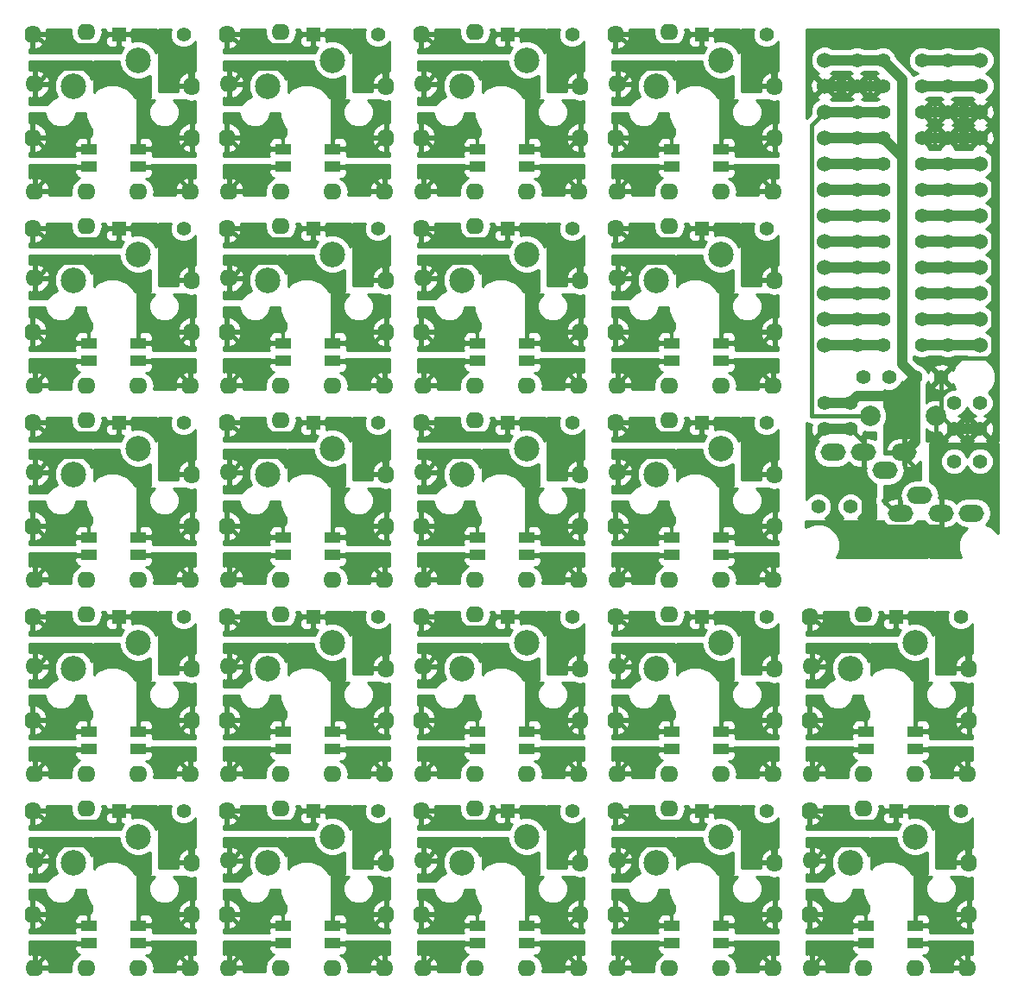
<source format=gbl>
G04 #@! TF.FileFunction,Copper,L2,Bot,Signal*
%FSLAX46Y46*%
G04 Gerber Fmt 4.6, Leading zero omitted, Abs format (unit mm)*
G04 Created by KiCad (PCBNEW 4.0.7-e2-6376~61~ubuntu18.04.1) date Mon Jul 30 20:02:34 2018*
%MOMM*%
%LPD*%
G01*
G04 APERTURE LIST*
%ADD10C,0.150000*%
%ADD11C,1.400000*%
%ADD12R,1.400000X1.400000*%
%ADD13O,1.800000X1.600000*%
%ADD14O,1.600000X1.800000*%
%ADD15R,1.600000X1.000000*%
%ADD16C,2.500000*%
%ADD17C,1.397000*%
%ADD18O,2.500000X1.700000*%
%ADD19C,1.524000*%
%ADD20C,2.000000*%
%ADD21C,1.000000*%
%ADD22C,0.400000*%
%ADD23C,0.254000*%
G04 APERTURE END LIST*
D10*
D11*
X171450000Y-122555000D03*
D12*
X165100000Y-122555000D03*
D11*
X171450000Y-103505000D03*
D12*
X165100000Y-103505000D03*
D13*
X161925000Y-122355000D03*
X156845000Y-118945000D03*
D14*
X156645000Y-122555000D03*
D13*
X161925000Y-118945000D03*
D14*
X156645000Y-132715000D03*
D13*
X156845000Y-137995000D03*
X156845000Y-127435000D03*
X172085000Y-118945000D03*
D15*
X167005000Y-116522500D03*
X167005000Y-114772500D03*
X162205000Y-114772500D03*
X162205000Y-116522500D03*
D14*
X172285000Y-113665000D03*
D13*
X167005000Y-118945000D03*
D14*
X156645000Y-113665000D03*
X156645000Y-103505000D03*
X172285000Y-108585000D03*
D13*
X161925000Y-103305000D03*
D16*
X167005000Y-106045000D03*
X160655000Y-108585000D03*
D13*
X156845000Y-108385000D03*
X161925000Y-137995000D03*
X172085000Y-137995000D03*
D15*
X167005000Y-135572500D03*
X167005000Y-133822500D03*
X162205000Y-133822500D03*
X162205000Y-135572500D03*
D14*
X172285000Y-127635000D03*
X172285000Y-132715000D03*
D16*
X167005000Y-125095000D03*
X160655000Y-127635000D03*
D13*
X167005000Y-137995000D03*
D11*
X152400000Y-122555000D03*
D12*
X146050000Y-122555000D03*
D11*
X133350000Y-122555000D03*
D12*
X127000000Y-122555000D03*
D11*
X114300000Y-122555000D03*
D12*
X107950000Y-122555000D03*
D11*
X95250000Y-122555000D03*
D12*
X88900000Y-122555000D03*
D11*
X152400000Y-103505000D03*
D12*
X146050000Y-103505000D03*
D11*
X133350000Y-103505000D03*
D12*
X127000000Y-103505000D03*
D11*
X114300000Y-103505000D03*
D12*
X107950000Y-103505000D03*
D11*
X95250000Y-103505000D03*
D12*
X88900000Y-103505000D03*
D11*
X152400000Y-84455000D03*
D12*
X146050000Y-84455000D03*
D11*
X133350000Y-84455000D03*
D12*
X127000000Y-84455000D03*
D11*
X114300000Y-84455000D03*
D12*
X107950000Y-84455000D03*
D11*
X95250000Y-84455000D03*
D12*
X88900000Y-84455000D03*
D11*
X152400000Y-65405000D03*
D12*
X146050000Y-65405000D03*
D11*
X133350000Y-65405000D03*
D12*
X127000000Y-65405000D03*
D11*
X114300000Y-65405000D03*
D12*
X107950000Y-65405000D03*
D11*
X95250000Y-65405000D03*
D12*
X88900000Y-65405000D03*
D11*
X152400000Y-46355000D03*
D12*
X146050000Y-46355000D03*
D11*
X133350000Y-46355000D03*
D12*
X127000000Y-46355000D03*
D11*
X114300000Y-46355000D03*
D12*
X107950000Y-46355000D03*
D14*
X137595000Y-132715000D03*
X118545000Y-132715000D03*
X99495000Y-132715000D03*
X80445000Y-132715000D03*
X137595000Y-113665000D03*
X118545000Y-113665000D03*
X99495000Y-113665000D03*
X80445000Y-113665000D03*
X137595000Y-94615000D03*
X118545000Y-94615000D03*
X99495000Y-94615000D03*
X80445000Y-94615000D03*
X137595000Y-75565000D03*
X118545000Y-75565000D03*
X99495000Y-75565000D03*
X80445000Y-75565000D03*
X137595000Y-56515000D03*
X118545000Y-56515000D03*
X99495000Y-56515000D03*
D13*
X137795000Y-137995000D03*
X118745000Y-137995000D03*
X99695000Y-137995000D03*
X80645000Y-137995000D03*
X137795000Y-118945000D03*
X118745000Y-118945000D03*
X99695000Y-118945000D03*
X80645000Y-118945000D03*
X137795000Y-99895000D03*
X118745000Y-99895000D03*
X99695000Y-99895000D03*
X80645000Y-99895000D03*
X137795000Y-80845000D03*
X118745000Y-80845000D03*
X99695000Y-80845000D03*
X80645000Y-80845000D03*
X137795000Y-61795000D03*
X118745000Y-61795000D03*
X99695000Y-61795000D03*
X137795000Y-127435000D03*
X118745000Y-127435000D03*
X99695000Y-127435000D03*
X80645000Y-127435000D03*
X137795000Y-108385000D03*
X118745000Y-108385000D03*
X99695000Y-108385000D03*
X80645000Y-108385000D03*
X137795000Y-89335000D03*
X118745000Y-89335000D03*
X99695000Y-89335000D03*
X80645000Y-89335000D03*
X137795000Y-70285000D03*
X118745000Y-70285000D03*
X99695000Y-70285000D03*
X80645000Y-70285000D03*
X137795000Y-51235000D03*
X118745000Y-51235000D03*
X99695000Y-51235000D03*
X142875000Y-122355000D03*
X123825000Y-122355000D03*
X104775000Y-122355000D03*
X85725000Y-122355000D03*
X142875000Y-103305000D03*
X123825000Y-103305000D03*
X104775000Y-103305000D03*
X85725000Y-103305000D03*
X142875000Y-84255000D03*
X123825000Y-84255000D03*
X104775000Y-84255000D03*
X85725000Y-84255000D03*
X142875000Y-65205000D03*
X123825000Y-65205000D03*
X104775000Y-65205000D03*
X85725000Y-65205000D03*
X142875000Y-46155000D03*
X123825000Y-46155000D03*
X104775000Y-46155000D03*
D14*
X137595000Y-122555000D03*
X118545000Y-122555000D03*
X99495000Y-122555000D03*
X80445000Y-122555000D03*
X137595000Y-103505000D03*
X118545000Y-103505000D03*
X99495000Y-103505000D03*
X80445000Y-103505000D03*
X137595000Y-84455000D03*
X118545000Y-84455000D03*
X99495000Y-84455000D03*
X80445000Y-84455000D03*
X137595000Y-65405000D03*
X118545000Y-65405000D03*
X99495000Y-65405000D03*
X80445000Y-65405000D03*
X137595000Y-46355000D03*
X118545000Y-46355000D03*
X99495000Y-46355000D03*
D13*
X142875000Y-137995000D03*
X123825000Y-137995000D03*
X104775000Y-137995000D03*
X85725000Y-137995000D03*
X142875000Y-118945000D03*
X123825000Y-118945000D03*
X104775000Y-118945000D03*
X85725000Y-118945000D03*
X142875000Y-99895000D03*
X123825000Y-99895000D03*
X104775000Y-99895000D03*
X85725000Y-99895000D03*
X142875000Y-80845000D03*
X123825000Y-80845000D03*
X104775000Y-80845000D03*
X85725000Y-80845000D03*
X142875000Y-61795000D03*
X123825000Y-61795000D03*
X104775000Y-61795000D03*
D14*
X153235000Y-127635000D03*
X134185000Y-127635000D03*
X115135000Y-127635000D03*
X96085000Y-127635000D03*
X153235000Y-108585000D03*
X134185000Y-108585000D03*
X115135000Y-108585000D03*
X96085000Y-108585000D03*
X153235000Y-89535000D03*
X134185000Y-89535000D03*
X115135000Y-89535000D03*
X96085000Y-89535000D03*
X153235000Y-70485000D03*
X134185000Y-70485000D03*
X115135000Y-70485000D03*
X96085000Y-70485000D03*
X153235000Y-51435000D03*
X134185000Y-51435000D03*
X115135000Y-51435000D03*
D15*
X147955000Y-135572500D03*
X147955000Y-133822500D03*
X143155000Y-133822500D03*
X143155000Y-135572500D03*
X128905000Y-135572500D03*
X128905000Y-133822500D03*
X124105000Y-133822500D03*
X124105000Y-135572500D03*
X109855000Y-135572500D03*
X109855000Y-133822500D03*
X105055000Y-133822500D03*
X105055000Y-135572500D03*
X90805000Y-135572500D03*
X90805000Y-133822500D03*
X86005000Y-133822500D03*
X86005000Y-135572500D03*
X147955000Y-116522500D03*
X147955000Y-114772500D03*
X143155000Y-114772500D03*
X143155000Y-116522500D03*
X128905000Y-116522500D03*
X128905000Y-114772500D03*
X124105000Y-114772500D03*
X124105000Y-116522500D03*
X109855000Y-116522500D03*
X109855000Y-114772500D03*
X105055000Y-114772500D03*
X105055000Y-116522500D03*
X90805000Y-116522500D03*
X90805000Y-114772500D03*
X86005000Y-114772500D03*
X86005000Y-116522500D03*
X147955000Y-97472500D03*
X147955000Y-95722500D03*
X143155000Y-95722500D03*
X143155000Y-97472500D03*
X128905000Y-97472500D03*
X128905000Y-95722500D03*
X124105000Y-95722500D03*
X124105000Y-97472500D03*
X109855000Y-97472500D03*
X109855000Y-95722500D03*
X105055000Y-95722500D03*
X105055000Y-97472500D03*
X90805000Y-97472500D03*
X90805000Y-95722500D03*
X86005000Y-95722500D03*
X86005000Y-97472500D03*
X147955000Y-78422500D03*
X147955000Y-76672500D03*
X143155000Y-76672500D03*
X143155000Y-78422500D03*
X128905000Y-78422500D03*
X128905000Y-76672500D03*
X124105000Y-76672500D03*
X124105000Y-78422500D03*
X109855000Y-78422500D03*
X109855000Y-76672500D03*
X105055000Y-76672500D03*
X105055000Y-78422500D03*
X90805000Y-78422500D03*
X90805000Y-76672500D03*
X86005000Y-76672500D03*
X86005000Y-78422500D03*
X147955000Y-59372500D03*
X147955000Y-57622500D03*
X143155000Y-57622500D03*
X143155000Y-59372500D03*
X128905000Y-59372500D03*
X128905000Y-57622500D03*
X124105000Y-57622500D03*
X124105000Y-59372500D03*
X109855000Y-59372500D03*
X109855000Y-57622500D03*
X105055000Y-57622500D03*
X105055000Y-59372500D03*
D14*
X153235000Y-132715000D03*
X134185000Y-132715000D03*
X115135000Y-132715000D03*
X96085000Y-132715000D03*
X153235000Y-113665000D03*
X134185000Y-113665000D03*
X115135000Y-113665000D03*
X96085000Y-113665000D03*
X153235000Y-94615000D03*
X134185000Y-94615000D03*
X115135000Y-94615000D03*
X96085000Y-94615000D03*
X153235000Y-75565000D03*
X134185000Y-75565000D03*
X115135000Y-75565000D03*
X96085000Y-75565000D03*
X153235000Y-56515000D03*
X134185000Y-56515000D03*
X115135000Y-56515000D03*
D13*
X147955000Y-137995000D03*
X128905000Y-137995000D03*
X109855000Y-137995000D03*
X90805000Y-137995000D03*
X147955000Y-118945000D03*
X128905000Y-118945000D03*
X109855000Y-118945000D03*
X90805000Y-118945000D03*
X147955000Y-99895000D03*
X128905000Y-99895000D03*
X109855000Y-99895000D03*
X90805000Y-99895000D03*
X147955000Y-80845000D03*
X128905000Y-80845000D03*
X109855000Y-80845000D03*
X90805000Y-80845000D03*
X147955000Y-61795000D03*
X128905000Y-61795000D03*
X109855000Y-61795000D03*
D16*
X147955000Y-125095000D03*
X141605000Y-127635000D03*
X128905000Y-125095000D03*
X122555000Y-127635000D03*
X109855000Y-125095000D03*
X103505000Y-127635000D03*
X90805000Y-125095000D03*
X84455000Y-127635000D03*
X147955000Y-106045000D03*
X141605000Y-108585000D03*
X128905000Y-106045000D03*
X122555000Y-108585000D03*
X109855000Y-106045000D03*
X103505000Y-108585000D03*
X90805000Y-106045000D03*
X84455000Y-108585000D03*
X147955000Y-86995000D03*
X141605000Y-89535000D03*
X128905000Y-86995000D03*
X122555000Y-89535000D03*
X109855000Y-86995000D03*
X103505000Y-89535000D03*
X90805000Y-86995000D03*
X84455000Y-89535000D03*
X147955000Y-67945000D03*
X141605000Y-70485000D03*
X128905000Y-67945000D03*
X122555000Y-70485000D03*
X109855000Y-67945000D03*
X103505000Y-70485000D03*
X90805000Y-67945000D03*
X84455000Y-70485000D03*
X147955000Y-48895000D03*
X141605000Y-51435000D03*
X128905000Y-48895000D03*
X122555000Y-51435000D03*
X109855000Y-48895000D03*
X103505000Y-51435000D03*
D13*
X153035000Y-137995000D03*
X133985000Y-137995000D03*
X114935000Y-137995000D03*
X95885000Y-137995000D03*
X153035000Y-118945000D03*
X133985000Y-118945000D03*
X114935000Y-118945000D03*
X95885000Y-118945000D03*
X153035000Y-99895000D03*
X133985000Y-99895000D03*
X114935000Y-99895000D03*
X95885000Y-99895000D03*
X153035000Y-80845000D03*
X133985000Y-80845000D03*
X114935000Y-80845000D03*
X95885000Y-80845000D03*
X153035000Y-61795000D03*
X133985000Y-61795000D03*
X114935000Y-61795000D03*
D17*
X173355000Y-85090000D03*
X170815000Y-85090000D03*
X170815000Y-82550000D03*
X173355000Y-82550000D03*
X158115000Y-85090000D03*
X160655000Y-85090000D03*
D18*
X158925000Y-87395000D03*
X161925000Y-87395000D03*
X165925000Y-87395000D03*
X167425000Y-91595000D03*
D17*
X158115000Y-82550000D03*
X160655000Y-82550000D03*
X161925000Y-80010000D03*
X164465000Y-80010000D03*
X167005000Y-80010000D03*
X169545000Y-80010000D03*
X170180000Y-66675000D03*
X167640000Y-64135000D03*
X167640000Y-66675000D03*
X170180000Y-69215000D03*
X167640000Y-69215000D03*
X170180000Y-64135000D03*
X170180000Y-71755000D03*
X167640000Y-71755000D03*
X170180000Y-74295000D03*
X167640000Y-74295000D03*
X170180000Y-76835000D03*
X167640000Y-76835000D03*
X161290000Y-74295000D03*
X163830000Y-76835000D03*
X163830000Y-74295000D03*
X163830000Y-71755000D03*
X161290000Y-71755000D03*
X161290000Y-76835000D03*
X161290000Y-69215000D03*
X163830000Y-69215000D03*
X161290000Y-66675000D03*
X163830000Y-66675000D03*
X161290000Y-64135000D03*
X163830000Y-64135000D03*
X161290000Y-61595000D03*
D19*
X173355000Y-48895000D03*
X173355000Y-51435000D03*
X173355000Y-53975000D03*
X173355000Y-56515000D03*
X173355000Y-59055000D03*
X173355000Y-61595000D03*
X173355000Y-64135000D03*
X173355000Y-66675000D03*
X173355000Y-69215000D03*
X173355000Y-71755000D03*
X173355000Y-74295000D03*
X173355000Y-76835000D03*
X158115000Y-76835000D03*
X158115000Y-74295000D03*
X158115000Y-71755000D03*
X158115000Y-69215000D03*
X158115000Y-66675000D03*
X158115000Y-64135000D03*
X158115000Y-61595000D03*
X158115000Y-59055000D03*
X158115000Y-56515000D03*
X158115000Y-53975000D03*
X158115000Y-51435000D03*
X158115000Y-48895000D03*
D17*
X173355000Y-88265000D03*
X170815000Y-88265000D03*
X160655000Y-92710000D03*
X157480000Y-92710000D03*
X167640000Y-59055000D03*
X167640000Y-61595000D03*
X167640000Y-48895000D03*
X167640000Y-53975000D03*
X167640000Y-56515000D03*
X167640000Y-51435000D03*
X163830000Y-59055000D03*
X163830000Y-61595000D03*
X163830000Y-48895000D03*
X163830000Y-53975000D03*
X163830000Y-56515000D03*
X163830000Y-51435000D03*
X170180000Y-61595000D03*
X170180000Y-48895000D03*
X170180000Y-59055000D03*
X170180000Y-53975000D03*
X170180000Y-51435000D03*
X170180000Y-56515000D03*
X161290000Y-59055000D03*
X161290000Y-56515000D03*
X161290000Y-53975000D03*
X161290000Y-51435000D03*
D18*
X172545000Y-93345000D03*
X169545000Y-93345000D03*
X165545000Y-93345000D03*
X164045000Y-89145000D03*
D17*
X161290000Y-48895000D03*
D20*
X169060000Y-83820000D03*
X162560000Y-83820000D03*
D16*
X90805000Y-48895000D03*
X84455000Y-51435000D03*
D11*
X95250000Y-46355000D03*
D12*
X88900000Y-46355000D03*
D15*
X90805000Y-59372500D03*
X90805000Y-57622500D03*
X86005000Y-57622500D03*
X86005000Y-59372500D03*
D13*
X85725000Y-46155000D03*
X80645000Y-51235000D03*
X85725000Y-61795000D03*
X80645000Y-61795000D03*
X95885000Y-61795000D03*
X90805000Y-61795000D03*
D14*
X96085000Y-56515000D03*
X96085000Y-51435000D03*
X80445000Y-46355000D03*
X80445000Y-56515000D03*
D21*
X167640000Y-76835000D02*
X173355000Y-76835000D01*
X167640000Y-74295000D02*
X173355000Y-74295000D01*
X167640000Y-71755000D02*
X173355000Y-71755000D01*
X167640000Y-69215000D02*
X173355000Y-69215000D01*
X167640000Y-66675000D02*
X173355000Y-66675000D01*
X167640000Y-64135000D02*
X173355000Y-64135000D01*
D22*
X157899010Y-123609010D02*
X156845000Y-122555000D01*
X165100000Y-122555000D02*
X164000000Y-122555000D01*
X165100000Y-122555000D02*
X168275000Y-122555000D01*
X162945990Y-123609010D02*
X157899010Y-123609010D01*
X172085000Y-126365000D02*
X172085000Y-127635000D01*
X164000000Y-122555000D02*
X162945990Y-123609010D01*
X168275000Y-122555000D02*
X172085000Y-126365000D01*
X157899010Y-104559010D02*
X156845000Y-103505000D01*
X162945990Y-104559010D02*
X157899010Y-104559010D01*
X172085000Y-107315000D02*
X172085000Y-108585000D01*
X168275000Y-103505000D02*
X172085000Y-107315000D01*
X165100000Y-103505000D02*
X164000000Y-103505000D01*
X165100000Y-103505000D02*
X168275000Y-103505000D01*
X164000000Y-103505000D02*
X162945990Y-104559010D01*
X149225000Y-122555000D02*
X153035000Y-126365000D01*
X130175000Y-122555000D02*
X133985000Y-126365000D01*
X111125000Y-122555000D02*
X114935000Y-126365000D01*
X92075000Y-122555000D02*
X95885000Y-126365000D01*
X149225000Y-103505000D02*
X153035000Y-107315000D01*
X130175000Y-103505000D02*
X133985000Y-107315000D01*
X111125000Y-103505000D02*
X114935000Y-107315000D01*
X92075000Y-103505000D02*
X95885000Y-107315000D01*
X149225000Y-84455000D02*
X153035000Y-88265000D01*
X130175000Y-84455000D02*
X133985000Y-88265000D01*
X111125000Y-84455000D02*
X114935000Y-88265000D01*
X92075000Y-84455000D02*
X95885000Y-88265000D01*
X149225000Y-65405000D02*
X153035000Y-69215000D01*
X130175000Y-65405000D02*
X133985000Y-69215000D01*
X111125000Y-65405000D02*
X114935000Y-69215000D01*
X92075000Y-65405000D02*
X95885000Y-69215000D01*
X149225000Y-46355000D02*
X153035000Y-50165000D01*
X130175000Y-46355000D02*
X133985000Y-50165000D01*
X111125000Y-46355000D02*
X114935000Y-50165000D01*
X146050000Y-122555000D02*
X144950000Y-122555000D01*
X127000000Y-122555000D02*
X125900000Y-122555000D01*
X107950000Y-122555000D02*
X106850000Y-122555000D01*
X88900000Y-122555000D02*
X87800000Y-122555000D01*
X146050000Y-103505000D02*
X144950000Y-103505000D01*
X127000000Y-103505000D02*
X125900000Y-103505000D01*
X107950000Y-103505000D02*
X106850000Y-103505000D01*
X88900000Y-103505000D02*
X87800000Y-103505000D01*
X146050000Y-84455000D02*
X144950000Y-84455000D01*
X127000000Y-84455000D02*
X125900000Y-84455000D01*
X107950000Y-84455000D02*
X106850000Y-84455000D01*
X88900000Y-84455000D02*
X87800000Y-84455000D01*
X146050000Y-65405000D02*
X144950000Y-65405000D01*
X127000000Y-65405000D02*
X125900000Y-65405000D01*
X107950000Y-65405000D02*
X106850000Y-65405000D01*
X88900000Y-65405000D02*
X87800000Y-65405000D01*
X146050000Y-46355000D02*
X144950000Y-46355000D01*
X127000000Y-46355000D02*
X125900000Y-46355000D01*
X107950000Y-46355000D02*
X106850000Y-46355000D01*
X153035000Y-126365000D02*
X153035000Y-127635000D01*
X133985000Y-126365000D02*
X133985000Y-127635000D01*
X114935000Y-126365000D02*
X114935000Y-127635000D01*
X95885000Y-126365000D02*
X95885000Y-127635000D01*
X153035000Y-107315000D02*
X153035000Y-108585000D01*
X133985000Y-107315000D02*
X133985000Y-108585000D01*
X114935000Y-107315000D02*
X114935000Y-108585000D01*
X95885000Y-107315000D02*
X95885000Y-108585000D01*
X153035000Y-88265000D02*
X153035000Y-89535000D01*
X133985000Y-88265000D02*
X133985000Y-89535000D01*
X114935000Y-88265000D02*
X114935000Y-89535000D01*
X95885000Y-88265000D02*
X95885000Y-89535000D01*
X153035000Y-69215000D02*
X153035000Y-70485000D01*
X133985000Y-69215000D02*
X133985000Y-70485000D01*
X114935000Y-69215000D02*
X114935000Y-70485000D01*
X95885000Y-69215000D02*
X95885000Y-70485000D01*
X153035000Y-50165000D02*
X153035000Y-51435000D01*
X133985000Y-50165000D02*
X133985000Y-51435000D01*
X114935000Y-50165000D02*
X114935000Y-51435000D01*
X146050000Y-122555000D02*
X149225000Y-122555000D01*
X127000000Y-122555000D02*
X130175000Y-122555000D01*
X107950000Y-122555000D02*
X111125000Y-122555000D01*
X88900000Y-122555000D02*
X92075000Y-122555000D01*
X146050000Y-103505000D02*
X149225000Y-103505000D01*
X127000000Y-103505000D02*
X130175000Y-103505000D01*
X107950000Y-103505000D02*
X111125000Y-103505000D01*
X88900000Y-103505000D02*
X92075000Y-103505000D01*
X146050000Y-84455000D02*
X149225000Y-84455000D01*
X127000000Y-84455000D02*
X130175000Y-84455000D01*
X107950000Y-84455000D02*
X111125000Y-84455000D01*
X88900000Y-84455000D02*
X92075000Y-84455000D01*
X146050000Y-65405000D02*
X149225000Y-65405000D01*
X127000000Y-65405000D02*
X130175000Y-65405000D01*
X107950000Y-65405000D02*
X111125000Y-65405000D01*
X88900000Y-65405000D02*
X92075000Y-65405000D01*
X146050000Y-46355000D02*
X149225000Y-46355000D01*
X127000000Y-46355000D02*
X130175000Y-46355000D01*
X107950000Y-46355000D02*
X111125000Y-46355000D01*
X144950000Y-122555000D02*
X143895990Y-123609010D01*
X125900000Y-122555000D02*
X124845990Y-123609010D01*
X106850000Y-122555000D02*
X105795990Y-123609010D01*
X87800000Y-122555000D02*
X86745990Y-123609010D01*
X144950000Y-103505000D02*
X143895990Y-104559010D01*
X125900000Y-103505000D02*
X124845990Y-104559010D01*
X106850000Y-103505000D02*
X105795990Y-104559010D01*
X87800000Y-103505000D02*
X86745990Y-104559010D01*
X144950000Y-84455000D02*
X143895990Y-85509010D01*
X125900000Y-84455000D02*
X124845990Y-85509010D01*
X106850000Y-84455000D02*
X105795990Y-85509010D01*
X87800000Y-84455000D02*
X86745990Y-85509010D01*
X144950000Y-65405000D02*
X143895990Y-66459010D01*
X125900000Y-65405000D02*
X124845990Y-66459010D01*
X106850000Y-65405000D02*
X105795990Y-66459010D01*
X87800000Y-65405000D02*
X86745990Y-66459010D01*
X144950000Y-46355000D02*
X143895990Y-47409010D01*
X125900000Y-46355000D02*
X124845990Y-47409010D01*
X106850000Y-46355000D02*
X105795990Y-47409010D01*
X143895990Y-123609010D02*
X138849010Y-123609010D01*
X124845990Y-123609010D02*
X119799010Y-123609010D01*
X105795990Y-123609010D02*
X100749010Y-123609010D01*
X86745990Y-123609010D02*
X81699010Y-123609010D01*
X143895990Y-104559010D02*
X138849010Y-104559010D01*
X124845990Y-104559010D02*
X119799010Y-104559010D01*
X105795990Y-104559010D02*
X100749010Y-104559010D01*
X86745990Y-104559010D02*
X81699010Y-104559010D01*
X143895990Y-85509010D02*
X138849010Y-85509010D01*
X124845990Y-85509010D02*
X119799010Y-85509010D01*
X105795990Y-85509010D02*
X100749010Y-85509010D01*
X86745990Y-85509010D02*
X81699010Y-85509010D01*
X143895990Y-66459010D02*
X138849010Y-66459010D01*
X124845990Y-66459010D02*
X119799010Y-66459010D01*
X105795990Y-66459010D02*
X100749010Y-66459010D01*
X86745990Y-66459010D02*
X81699010Y-66459010D01*
X143895990Y-47409010D02*
X138849010Y-47409010D01*
X124845990Y-47409010D02*
X119799010Y-47409010D01*
X105795990Y-47409010D02*
X100749010Y-47409010D01*
X138849010Y-123609010D02*
X137795000Y-122555000D01*
X119799010Y-123609010D02*
X118745000Y-122555000D01*
X100749010Y-123609010D02*
X99695000Y-122555000D01*
X81699010Y-123609010D02*
X80645000Y-122555000D01*
X138849010Y-104559010D02*
X137795000Y-103505000D01*
X119799010Y-104559010D02*
X118745000Y-103505000D01*
X100749010Y-104559010D02*
X99695000Y-103505000D01*
X81699010Y-104559010D02*
X80645000Y-103505000D01*
X138849010Y-85509010D02*
X137795000Y-84455000D01*
X119799010Y-85509010D02*
X118745000Y-84455000D01*
X100749010Y-85509010D02*
X99695000Y-84455000D01*
X81699010Y-85509010D02*
X80645000Y-84455000D01*
X138849010Y-66459010D02*
X137795000Y-65405000D01*
X119799010Y-66459010D02*
X118745000Y-65405000D01*
X100749010Y-66459010D02*
X99695000Y-65405000D01*
X81699010Y-66459010D02*
X80645000Y-65405000D01*
X138849010Y-47409010D02*
X137795000Y-46355000D01*
X119799010Y-47409010D02*
X118745000Y-46355000D01*
X100749010Y-47409010D02*
X99695000Y-46355000D01*
X88900000Y-46355000D02*
X92075000Y-46355000D01*
X92075000Y-46355000D02*
X95885000Y-50165000D01*
X95885000Y-50165000D02*
X95885000Y-51435000D01*
X88900000Y-46355000D02*
X87800000Y-46355000D01*
X87800000Y-46355000D02*
X86745990Y-47409010D01*
X86745990Y-47409010D02*
X81699010Y-47409010D01*
X81699010Y-47409010D02*
X80645000Y-46355000D01*
X172085000Y-137795000D02*
X169862500Y-135572500D01*
X169862500Y-135572500D02*
X167005000Y-135572500D01*
X169862500Y-116522500D02*
X167005000Y-116522500D01*
X172085000Y-118745000D02*
X169862500Y-116522500D01*
X153035000Y-137795000D02*
X150812500Y-135572500D01*
X133985000Y-137795000D02*
X131762500Y-135572500D01*
X114935000Y-137795000D02*
X112712500Y-135572500D01*
X95885000Y-137795000D02*
X93662500Y-135572500D01*
X153035000Y-118745000D02*
X150812500Y-116522500D01*
X133985000Y-118745000D02*
X131762500Y-116522500D01*
X114935000Y-118745000D02*
X112712500Y-116522500D01*
X95885000Y-118745000D02*
X93662500Y-116522500D01*
X153035000Y-99695000D02*
X150812500Y-97472500D01*
X133985000Y-99695000D02*
X131762500Y-97472500D01*
X114935000Y-99695000D02*
X112712500Y-97472500D01*
X95885000Y-99695000D02*
X93662500Y-97472500D01*
X153035000Y-80645000D02*
X150812500Y-78422500D01*
X133985000Y-80645000D02*
X131762500Y-78422500D01*
X114935000Y-80645000D02*
X112712500Y-78422500D01*
X95885000Y-80645000D02*
X93662500Y-78422500D01*
X153035000Y-61595000D02*
X150812500Y-59372500D01*
X133985000Y-61595000D02*
X131762500Y-59372500D01*
X114935000Y-61595000D02*
X112712500Y-59372500D01*
X150812500Y-135572500D02*
X147955000Y-135572500D01*
X131762500Y-135572500D02*
X128905000Y-135572500D01*
X112712500Y-135572500D02*
X109855000Y-135572500D01*
X93662500Y-135572500D02*
X90805000Y-135572500D01*
X150812500Y-116522500D02*
X147955000Y-116522500D01*
X131762500Y-116522500D02*
X128905000Y-116522500D01*
X112712500Y-116522500D02*
X109855000Y-116522500D01*
X93662500Y-116522500D02*
X90805000Y-116522500D01*
X150812500Y-97472500D02*
X147955000Y-97472500D01*
X131762500Y-97472500D02*
X128905000Y-97472500D01*
X112712500Y-97472500D02*
X109855000Y-97472500D01*
X93662500Y-97472500D02*
X90805000Y-97472500D01*
X150812500Y-78422500D02*
X147955000Y-78422500D01*
X131762500Y-78422500D02*
X128905000Y-78422500D01*
X112712500Y-78422500D02*
X109855000Y-78422500D01*
X93662500Y-78422500D02*
X90805000Y-78422500D01*
X150812500Y-59372500D02*
X147955000Y-59372500D01*
X131762500Y-59372500D02*
X128905000Y-59372500D01*
X112712500Y-59372500D02*
X109855000Y-59372500D01*
X95885000Y-61595000D02*
X93662500Y-59372500D01*
X93662500Y-59372500D02*
X90805000Y-59372500D01*
X167005000Y-132922500D02*
X167005000Y-133822500D01*
X170977500Y-133822500D02*
X167005000Y-133822500D01*
X172085000Y-132715000D02*
X170977500Y-133822500D01*
X167005000Y-128270000D02*
X167005000Y-132922500D01*
X164665999Y-125930999D02*
X167005000Y-128270000D01*
X158549001Y-125930999D02*
X164665999Y-125930999D01*
X156845000Y-127635000D02*
X158549001Y-125930999D01*
X170977500Y-114772500D02*
X167005000Y-114772500D01*
X156845000Y-108585000D02*
X158549001Y-106880999D01*
X164665999Y-106880999D02*
X167005000Y-109220000D01*
X167005000Y-113872500D02*
X167005000Y-114772500D01*
X172085000Y-113665000D02*
X170977500Y-114772500D01*
X167005000Y-109220000D02*
X167005000Y-113872500D01*
X158549001Y-106880999D02*
X164665999Y-106880999D01*
X147955000Y-132922500D02*
X147955000Y-133822500D01*
X128905000Y-132922500D02*
X128905000Y-133822500D01*
X109855000Y-132922500D02*
X109855000Y-133822500D01*
X90805000Y-132922500D02*
X90805000Y-133822500D01*
X147955000Y-113872500D02*
X147955000Y-114772500D01*
X128905000Y-113872500D02*
X128905000Y-114772500D01*
X109855000Y-113872500D02*
X109855000Y-114772500D01*
X90805000Y-113872500D02*
X90805000Y-114772500D01*
X147955000Y-94822500D02*
X147955000Y-95722500D01*
X128905000Y-94822500D02*
X128905000Y-95722500D01*
X109855000Y-94822500D02*
X109855000Y-95722500D01*
X90805000Y-94822500D02*
X90805000Y-95722500D01*
X147955000Y-75772500D02*
X147955000Y-76672500D01*
X128905000Y-75772500D02*
X128905000Y-76672500D01*
X109855000Y-75772500D02*
X109855000Y-76672500D01*
X90805000Y-75772500D02*
X90805000Y-76672500D01*
X147955000Y-56722500D02*
X147955000Y-57622500D01*
X128905000Y-56722500D02*
X128905000Y-57622500D01*
X109855000Y-56722500D02*
X109855000Y-57622500D01*
X151927500Y-133822500D02*
X147955000Y-133822500D01*
X132877500Y-133822500D02*
X128905000Y-133822500D01*
X113827500Y-133822500D02*
X109855000Y-133822500D01*
X94777500Y-133822500D02*
X90805000Y-133822500D01*
X151927500Y-114772500D02*
X147955000Y-114772500D01*
X132877500Y-114772500D02*
X128905000Y-114772500D01*
X113827500Y-114772500D02*
X109855000Y-114772500D01*
X94777500Y-114772500D02*
X90805000Y-114772500D01*
X151927500Y-95722500D02*
X147955000Y-95722500D01*
X132877500Y-95722500D02*
X128905000Y-95722500D01*
X113827500Y-95722500D02*
X109855000Y-95722500D01*
X94777500Y-95722500D02*
X90805000Y-95722500D01*
X151927500Y-76672500D02*
X147955000Y-76672500D01*
X132877500Y-76672500D02*
X128905000Y-76672500D01*
X113827500Y-76672500D02*
X109855000Y-76672500D01*
X94777500Y-76672500D02*
X90805000Y-76672500D01*
X151927500Y-57622500D02*
X147955000Y-57622500D01*
X132877500Y-57622500D02*
X128905000Y-57622500D01*
X113827500Y-57622500D02*
X109855000Y-57622500D01*
X153035000Y-132715000D02*
X151927500Y-133822500D01*
X133985000Y-132715000D02*
X132877500Y-133822500D01*
X114935000Y-132715000D02*
X113827500Y-133822500D01*
X95885000Y-132715000D02*
X94777500Y-133822500D01*
X153035000Y-113665000D02*
X151927500Y-114772500D01*
X133985000Y-113665000D02*
X132877500Y-114772500D01*
X114935000Y-113665000D02*
X113827500Y-114772500D01*
X95885000Y-113665000D02*
X94777500Y-114772500D01*
X153035000Y-94615000D02*
X151927500Y-95722500D01*
X133985000Y-94615000D02*
X132877500Y-95722500D01*
X114935000Y-94615000D02*
X113827500Y-95722500D01*
X95885000Y-94615000D02*
X94777500Y-95722500D01*
X153035000Y-75565000D02*
X151927500Y-76672500D01*
X133985000Y-75565000D02*
X132877500Y-76672500D01*
X114935000Y-75565000D02*
X113827500Y-76672500D01*
X95885000Y-75565000D02*
X94777500Y-76672500D01*
X153035000Y-56515000D02*
X151927500Y-57622500D01*
X133985000Y-56515000D02*
X132877500Y-57622500D01*
X114935000Y-56515000D02*
X113827500Y-57622500D01*
X147955000Y-128270000D02*
X147955000Y-132922500D01*
X128905000Y-128270000D02*
X128905000Y-132922500D01*
X109855000Y-128270000D02*
X109855000Y-132922500D01*
X90805000Y-128270000D02*
X90805000Y-132922500D01*
X147955000Y-109220000D02*
X147955000Y-113872500D01*
X128905000Y-109220000D02*
X128905000Y-113872500D01*
X109855000Y-109220000D02*
X109855000Y-113872500D01*
X90805000Y-109220000D02*
X90805000Y-113872500D01*
X147955000Y-90170000D02*
X147955000Y-94822500D01*
X128905000Y-90170000D02*
X128905000Y-94822500D01*
X109855000Y-90170000D02*
X109855000Y-94822500D01*
X90805000Y-90170000D02*
X90805000Y-94822500D01*
X147955000Y-71120000D02*
X147955000Y-75772500D01*
X128905000Y-71120000D02*
X128905000Y-75772500D01*
X109855000Y-71120000D02*
X109855000Y-75772500D01*
X90805000Y-71120000D02*
X90805000Y-75772500D01*
X147955000Y-52070000D02*
X147955000Y-56722500D01*
X128905000Y-52070000D02*
X128905000Y-56722500D01*
X109855000Y-52070000D02*
X109855000Y-56722500D01*
X145615999Y-125930999D02*
X147955000Y-128270000D01*
X126565999Y-125930999D02*
X128905000Y-128270000D01*
X107515999Y-125930999D02*
X109855000Y-128270000D01*
X88465999Y-125930999D02*
X90805000Y-128270000D01*
X145615999Y-106880999D02*
X147955000Y-109220000D01*
X126565999Y-106880999D02*
X128905000Y-109220000D01*
X107515999Y-106880999D02*
X109855000Y-109220000D01*
X88465999Y-106880999D02*
X90805000Y-109220000D01*
X145615999Y-87830999D02*
X147955000Y-90170000D01*
X126565999Y-87830999D02*
X128905000Y-90170000D01*
X107515999Y-87830999D02*
X109855000Y-90170000D01*
X88465999Y-87830999D02*
X90805000Y-90170000D01*
X145615999Y-68780999D02*
X147955000Y-71120000D01*
X126565999Y-68780999D02*
X128905000Y-71120000D01*
X107515999Y-68780999D02*
X109855000Y-71120000D01*
X88465999Y-68780999D02*
X90805000Y-71120000D01*
X145615999Y-49730999D02*
X147955000Y-52070000D01*
X126565999Y-49730999D02*
X128905000Y-52070000D01*
X107515999Y-49730999D02*
X109855000Y-52070000D01*
X137795000Y-127635000D02*
X139499001Y-125930999D01*
X118745000Y-127635000D02*
X120449001Y-125930999D01*
X99695000Y-127635000D02*
X101399001Y-125930999D01*
X80645000Y-127635000D02*
X82349001Y-125930999D01*
X137795000Y-108585000D02*
X139499001Y-106880999D01*
X118745000Y-108585000D02*
X120449001Y-106880999D01*
X99695000Y-108585000D02*
X101399001Y-106880999D01*
X80645000Y-108585000D02*
X82349001Y-106880999D01*
X137795000Y-89535000D02*
X139499001Y-87830999D01*
X118745000Y-89535000D02*
X120449001Y-87830999D01*
X99695000Y-89535000D02*
X101399001Y-87830999D01*
X80645000Y-89535000D02*
X82349001Y-87830999D01*
X137795000Y-70485000D02*
X139499001Y-68780999D01*
X118745000Y-70485000D02*
X120449001Y-68780999D01*
X99695000Y-70485000D02*
X101399001Y-68780999D01*
X80645000Y-70485000D02*
X82349001Y-68780999D01*
X137795000Y-51435000D02*
X139499001Y-49730999D01*
X118745000Y-51435000D02*
X120449001Y-49730999D01*
X99695000Y-51435000D02*
X101399001Y-49730999D01*
X139499001Y-125930999D02*
X145615999Y-125930999D01*
X120449001Y-125930999D02*
X126565999Y-125930999D01*
X101399001Y-125930999D02*
X107515999Y-125930999D01*
X82349001Y-125930999D02*
X88465999Y-125930999D01*
X139499001Y-106880999D02*
X145615999Y-106880999D01*
X120449001Y-106880999D02*
X126565999Y-106880999D01*
X101399001Y-106880999D02*
X107515999Y-106880999D01*
X82349001Y-106880999D02*
X88465999Y-106880999D01*
X139499001Y-87830999D02*
X145615999Y-87830999D01*
X120449001Y-87830999D02*
X126565999Y-87830999D01*
X101399001Y-87830999D02*
X107515999Y-87830999D01*
X82349001Y-87830999D02*
X88465999Y-87830999D01*
X139499001Y-68780999D02*
X145615999Y-68780999D01*
X120449001Y-68780999D02*
X126565999Y-68780999D01*
X101399001Y-68780999D02*
X107515999Y-68780999D01*
X82349001Y-68780999D02*
X88465999Y-68780999D01*
X139499001Y-49730999D02*
X145615999Y-49730999D01*
X120449001Y-49730999D02*
X126565999Y-49730999D01*
X101399001Y-49730999D02*
X107515999Y-49730999D01*
X80645000Y-51435000D02*
X82349001Y-49730999D01*
X82349001Y-49730999D02*
X88465999Y-49730999D01*
X88465999Y-49730999D02*
X90805000Y-52070000D01*
X90805000Y-52070000D02*
X90805000Y-56722500D01*
X90805000Y-56722500D02*
X90805000Y-57622500D01*
X95885000Y-56515000D02*
X94777500Y-57622500D01*
X94777500Y-57622500D02*
X90805000Y-57622500D01*
X162205000Y-135572500D02*
X159067500Y-135572500D01*
X159067500Y-135572500D02*
X156845000Y-137795000D01*
X159067500Y-116522500D02*
X156845000Y-118745000D01*
X162205000Y-116522500D02*
X159067500Y-116522500D01*
X143155000Y-135572500D02*
X140017500Y-135572500D01*
X124105000Y-135572500D02*
X120967500Y-135572500D01*
X105055000Y-135572500D02*
X101917500Y-135572500D01*
X86005000Y-135572500D02*
X82867500Y-135572500D01*
X143155000Y-116522500D02*
X140017500Y-116522500D01*
X124105000Y-116522500D02*
X120967500Y-116522500D01*
X105055000Y-116522500D02*
X101917500Y-116522500D01*
X86005000Y-116522500D02*
X82867500Y-116522500D01*
X143155000Y-97472500D02*
X140017500Y-97472500D01*
X124105000Y-97472500D02*
X120967500Y-97472500D01*
X105055000Y-97472500D02*
X101917500Y-97472500D01*
X86005000Y-97472500D02*
X82867500Y-97472500D01*
X143155000Y-78422500D02*
X140017500Y-78422500D01*
X124105000Y-78422500D02*
X120967500Y-78422500D01*
X105055000Y-78422500D02*
X101917500Y-78422500D01*
X86005000Y-78422500D02*
X82867500Y-78422500D01*
X143155000Y-59372500D02*
X140017500Y-59372500D01*
X124105000Y-59372500D02*
X120967500Y-59372500D01*
X105055000Y-59372500D02*
X101917500Y-59372500D01*
X140017500Y-135572500D02*
X137795000Y-137795000D01*
X120967500Y-135572500D02*
X118745000Y-137795000D01*
X101917500Y-135572500D02*
X99695000Y-137795000D01*
X82867500Y-135572500D02*
X80645000Y-137795000D01*
X140017500Y-116522500D02*
X137795000Y-118745000D01*
X120967500Y-116522500D02*
X118745000Y-118745000D01*
X101917500Y-116522500D02*
X99695000Y-118745000D01*
X82867500Y-116522500D02*
X80645000Y-118745000D01*
X140017500Y-97472500D02*
X137795000Y-99695000D01*
X120967500Y-97472500D02*
X118745000Y-99695000D01*
X101917500Y-97472500D02*
X99695000Y-99695000D01*
X82867500Y-97472500D02*
X80645000Y-99695000D01*
X140017500Y-78422500D02*
X137795000Y-80645000D01*
X120967500Y-78422500D02*
X118745000Y-80645000D01*
X101917500Y-78422500D02*
X99695000Y-80645000D01*
X82867500Y-78422500D02*
X80645000Y-80645000D01*
X140017500Y-59372500D02*
X137795000Y-61595000D01*
X120967500Y-59372500D02*
X118745000Y-61595000D01*
X101917500Y-59372500D02*
X99695000Y-61595000D01*
X86005000Y-59372500D02*
X82867500Y-59372500D01*
X82867500Y-59372500D02*
X80645000Y-61595000D01*
X157952500Y-133822500D02*
X156845000Y-132715000D01*
X162205000Y-133822500D02*
X157952500Y-133822500D01*
X157952500Y-114772500D02*
X156845000Y-113665000D01*
X162205000Y-114772500D02*
X157952500Y-114772500D01*
X138902500Y-133822500D02*
X137795000Y-132715000D01*
X119852500Y-133822500D02*
X118745000Y-132715000D01*
X100802500Y-133822500D02*
X99695000Y-132715000D01*
X81752500Y-133822500D02*
X80645000Y-132715000D01*
X138902500Y-114772500D02*
X137795000Y-113665000D01*
X119852500Y-114772500D02*
X118745000Y-113665000D01*
X100802500Y-114772500D02*
X99695000Y-113665000D01*
X81752500Y-114772500D02*
X80645000Y-113665000D01*
X138902500Y-95722500D02*
X137795000Y-94615000D01*
X119852500Y-95722500D02*
X118745000Y-94615000D01*
X100802500Y-95722500D02*
X99695000Y-94615000D01*
X81752500Y-95722500D02*
X80645000Y-94615000D01*
X138902500Y-76672500D02*
X137795000Y-75565000D01*
X119852500Y-76672500D02*
X118745000Y-75565000D01*
X100802500Y-76672500D02*
X99695000Y-75565000D01*
X81752500Y-76672500D02*
X80645000Y-75565000D01*
X138902500Y-57622500D02*
X137795000Y-56515000D01*
X119852500Y-57622500D02*
X118745000Y-56515000D01*
X100802500Y-57622500D02*
X99695000Y-56515000D01*
X143155000Y-133822500D02*
X138902500Y-133822500D01*
X124105000Y-133822500D02*
X119852500Y-133822500D01*
X105055000Y-133822500D02*
X100802500Y-133822500D01*
X86005000Y-133822500D02*
X81752500Y-133822500D01*
X143155000Y-114772500D02*
X138902500Y-114772500D01*
X124105000Y-114772500D02*
X119852500Y-114772500D01*
X105055000Y-114772500D02*
X100802500Y-114772500D01*
X86005000Y-114772500D02*
X81752500Y-114772500D01*
X143155000Y-95722500D02*
X138902500Y-95722500D01*
X124105000Y-95722500D02*
X119852500Y-95722500D01*
X105055000Y-95722500D02*
X100802500Y-95722500D01*
X86005000Y-95722500D02*
X81752500Y-95722500D01*
X143155000Y-76672500D02*
X138902500Y-76672500D01*
X124105000Y-76672500D02*
X119852500Y-76672500D01*
X105055000Y-76672500D02*
X100802500Y-76672500D01*
X86005000Y-76672500D02*
X81752500Y-76672500D01*
X143155000Y-57622500D02*
X138902500Y-57622500D01*
X124105000Y-57622500D02*
X119852500Y-57622500D01*
X105055000Y-57622500D02*
X100802500Y-57622500D01*
X86005000Y-57622500D02*
X81752500Y-57622500D01*
X81752500Y-57622500D02*
X80645000Y-56515000D01*
D21*
X167005000Y-80010000D02*
X165163499Y-81851501D01*
X165163499Y-81851501D02*
X161353499Y-81851501D01*
X161353499Y-81851501D02*
X160655000Y-82550000D01*
X158115000Y-82550000D02*
X160655000Y-82550000D01*
D22*
X165925000Y-87395000D02*
X166135000Y-87395000D01*
X166370000Y-87630000D02*
X166370000Y-88265000D01*
X166135000Y-87395000D02*
X166370000Y-87630000D01*
X166370000Y-88265000D02*
X167005000Y-88900000D01*
X167005000Y-88900000D02*
X163830000Y-92075000D01*
X163830000Y-92075000D02*
X163875000Y-92075000D01*
X163875000Y-92075000D02*
X165145000Y-93345000D01*
X165145000Y-93345000D02*
X165545000Y-93345000D01*
X165545000Y-92690990D02*
X165815899Y-92690990D01*
X165815899Y-92690990D02*
X166007454Y-92882545D01*
D21*
X158115000Y-56515000D02*
X163830000Y-56515000D01*
X163830000Y-48895000D02*
X165735000Y-50800000D01*
X165735000Y-50800000D02*
X165735000Y-78740000D01*
X163830000Y-56515000D02*
X165735000Y-58420000D01*
X158115000Y-48895000D02*
X163830000Y-48895000D01*
X167005000Y-80010000D02*
X167005000Y-86315000D01*
X167005000Y-86315000D02*
X165925000Y-87395000D01*
X165735000Y-78740000D02*
X167005000Y-80010000D01*
X167640000Y-56515000D02*
X173355000Y-56515000D01*
X167640000Y-53975000D02*
X173355000Y-53975000D01*
X158115000Y-51435000D02*
X163830000Y-51435000D01*
X173355000Y-85090000D02*
X170815000Y-85090000D01*
D22*
X169060000Y-83820000D02*
X169545000Y-83820000D01*
X169545000Y-83820000D02*
X170815000Y-85090000D01*
D21*
X160655000Y-85090000D02*
X158115000Y-85090000D01*
D22*
X161925000Y-87395000D02*
X161925000Y-86360000D01*
X161925000Y-86360000D02*
X160655000Y-85090000D01*
X169060000Y-89685000D02*
X169545000Y-90170000D01*
X169545000Y-90170000D02*
X169545000Y-93345000D01*
X169060000Y-83820000D02*
X169060000Y-89685000D01*
X169545000Y-80010000D02*
X171450000Y-78105000D01*
X169545000Y-80010000D02*
X169545000Y-83335000D01*
X169545000Y-83335000D02*
X169060000Y-83820000D01*
X173355000Y-56515000D02*
X174625000Y-57785000D01*
X174625000Y-57785000D02*
X174625000Y-78105000D01*
X174625000Y-78105000D02*
X171450000Y-78105000D01*
X161925000Y-94615000D02*
X161925000Y-87395000D01*
X169525000Y-94615000D02*
X161925000Y-94615000D01*
X169545000Y-93345000D02*
X169545000Y-94595000D01*
X169545000Y-94595000D02*
X169525000Y-94615000D01*
D21*
X167640000Y-51435000D02*
X173355000Y-51435000D01*
X167640000Y-59055000D02*
X173355000Y-59055000D01*
X167640000Y-61595000D02*
X173355000Y-61595000D01*
X167640000Y-48895000D02*
X173355000Y-48895000D01*
X158115000Y-76835000D02*
X163830000Y-76835000D01*
X158115000Y-71755000D02*
X163830000Y-71755000D01*
X158115000Y-69215000D02*
X163830000Y-69215000D01*
X158115000Y-74295000D02*
X163830000Y-74295000D01*
X158115000Y-66675000D02*
X163830000Y-66675000D01*
X158115000Y-64135000D02*
X163830000Y-64135000D01*
X158115000Y-61595000D02*
X163830000Y-61595000D01*
X158115000Y-59055000D02*
X163830000Y-59055000D01*
X158115000Y-53975000D02*
X163830000Y-53975000D01*
D22*
X156845000Y-55245000D02*
X156845000Y-83820000D01*
X162410000Y-83820000D02*
X156845000Y-83820000D01*
X158115000Y-53975000D02*
X156845000Y-55245000D01*
D23*
G36*
X84728750Y-59245500D02*
X85878000Y-59245500D01*
X85878000Y-59225500D01*
X85992500Y-59225500D01*
X85992500Y-59519500D01*
X85878000Y-59519500D01*
X85878000Y-59499500D01*
X84728750Y-59499500D01*
X84570000Y-59658250D01*
X84570000Y-59998810D01*
X84666673Y-60232199D01*
X84845302Y-60410827D01*
X85023019Y-60484440D01*
X84580230Y-60780302D01*
X84269161Y-61245849D01*
X84159928Y-61795000D01*
X84221193Y-62103000D01*
X82114357Y-62103000D01*
X82014915Y-61922000D01*
X80772000Y-61922000D01*
X80772000Y-61942000D01*
X80518000Y-61942000D01*
X80518000Y-61922000D01*
X80498000Y-61922000D01*
X80498000Y-61668000D01*
X80518000Y-61668000D01*
X80518000Y-60519943D01*
X80772000Y-60519943D01*
X80772000Y-61668000D01*
X82014915Y-61668000D01*
X82136904Y-61445961D01*
X81920844Y-60974073D01*
X81517183Y-60586586D01*
X80995964Y-60383069D01*
X80772000Y-60519943D01*
X80518000Y-60519943D01*
X80294036Y-60383069D01*
X80137000Y-60444386D01*
X80137000Y-59182000D01*
X84665250Y-59182000D01*
X84728750Y-59245500D01*
X84728750Y-59245500D01*
G37*
X84728750Y-59245500D02*
X85878000Y-59245500D01*
X85878000Y-59225500D01*
X85992500Y-59225500D01*
X85992500Y-59519500D01*
X85878000Y-59519500D01*
X85878000Y-59499500D01*
X84728750Y-59499500D01*
X84570000Y-59658250D01*
X84570000Y-59998810D01*
X84666673Y-60232199D01*
X84845302Y-60410827D01*
X85023019Y-60484440D01*
X84580230Y-60780302D01*
X84269161Y-61245849D01*
X84159928Y-61795000D01*
X84221193Y-62103000D01*
X82114357Y-62103000D01*
X82014915Y-61922000D01*
X80772000Y-61922000D01*
X80772000Y-61942000D01*
X80518000Y-61942000D01*
X80518000Y-61922000D01*
X80498000Y-61922000D01*
X80498000Y-61668000D01*
X80518000Y-61668000D01*
X80518000Y-60519943D01*
X80772000Y-60519943D01*
X80772000Y-61668000D01*
X82014915Y-61668000D01*
X82136904Y-61445961D01*
X81920844Y-60974073D01*
X81517183Y-60586586D01*
X80995964Y-60383069D01*
X80772000Y-60519943D01*
X80518000Y-60519943D01*
X80294036Y-60383069D01*
X80137000Y-60444386D01*
X80137000Y-59182000D01*
X84665250Y-59182000D01*
X84728750Y-59245500D01*
G36*
X81694742Y-54270079D02*
X81921103Y-54817915D01*
X82339881Y-55237424D01*
X82887320Y-55464741D01*
X83480079Y-55465258D01*
X84027915Y-55238897D01*
X84447424Y-54820119D01*
X84674741Y-54272680D01*
X84674890Y-54102000D01*
X85629888Y-54102000D01*
X85629543Y-54496834D01*
X86029853Y-55465658D01*
X86233000Y-55669160D01*
X86233000Y-56162743D01*
X86193132Y-56189382D01*
X86044643Y-56411612D01*
X85992500Y-56673750D01*
X85992500Y-57769500D01*
X85878000Y-57769500D01*
X85878000Y-57749500D01*
X84728750Y-57749500D01*
X84570000Y-57908250D01*
X84570000Y-58248810D01*
X84588304Y-58293000D01*
X80137000Y-58293000D01*
X80137000Y-57984357D01*
X80318000Y-57884915D01*
X80318000Y-56642000D01*
X80572000Y-56642000D01*
X80572000Y-57884915D01*
X80794039Y-58006904D01*
X81265927Y-57790844D01*
X81653414Y-57387183D01*
X81806082Y-56996190D01*
X84570000Y-56996190D01*
X84570000Y-57336750D01*
X84728750Y-57495500D01*
X85878000Y-57495500D01*
X85878000Y-56646250D01*
X85719250Y-56487500D01*
X85078691Y-56487500D01*
X84845302Y-56584173D01*
X84666673Y-56762801D01*
X84570000Y-56996190D01*
X81806082Y-56996190D01*
X81856931Y-56865964D01*
X81720057Y-56642000D01*
X80572000Y-56642000D01*
X80318000Y-56642000D01*
X80298000Y-56642000D01*
X80298000Y-56388000D01*
X80318000Y-56388000D01*
X80318000Y-55145085D01*
X80572000Y-55145085D01*
X80572000Y-56388000D01*
X81720057Y-56388000D01*
X81856931Y-56164036D01*
X81653414Y-55642817D01*
X81265927Y-55239156D01*
X80794039Y-55023096D01*
X80572000Y-55145085D01*
X80318000Y-55145085D01*
X80137000Y-55045643D01*
X80137000Y-54102000D01*
X81694889Y-54102000D01*
X81694742Y-54270079D01*
X81694742Y-54270079D01*
G37*
X81694742Y-54270079D02*
X81921103Y-54817915D01*
X82339881Y-55237424D01*
X82887320Y-55464741D01*
X83480079Y-55465258D01*
X84027915Y-55238897D01*
X84447424Y-54820119D01*
X84674741Y-54272680D01*
X84674890Y-54102000D01*
X85629888Y-54102000D01*
X85629543Y-54496834D01*
X86029853Y-55465658D01*
X86233000Y-55669160D01*
X86233000Y-56162743D01*
X86193132Y-56189382D01*
X86044643Y-56411612D01*
X85992500Y-56673750D01*
X85992500Y-57769500D01*
X85878000Y-57769500D01*
X85878000Y-57749500D01*
X84728750Y-57749500D01*
X84570000Y-57908250D01*
X84570000Y-58248810D01*
X84588304Y-58293000D01*
X80137000Y-58293000D01*
X80137000Y-57984357D01*
X80318000Y-57884915D01*
X80318000Y-56642000D01*
X80572000Y-56642000D01*
X80572000Y-57884915D01*
X80794039Y-58006904D01*
X81265927Y-57790844D01*
X81653414Y-57387183D01*
X81806082Y-56996190D01*
X84570000Y-56996190D01*
X84570000Y-57336750D01*
X84728750Y-57495500D01*
X85878000Y-57495500D01*
X85878000Y-56646250D01*
X85719250Y-56487500D01*
X85078691Y-56487500D01*
X84845302Y-56584173D01*
X84666673Y-56762801D01*
X84570000Y-56996190D01*
X81806082Y-56996190D01*
X81856931Y-56865964D01*
X81720057Y-56642000D01*
X80572000Y-56642000D01*
X80318000Y-56642000D01*
X80298000Y-56642000D01*
X80298000Y-56388000D01*
X80318000Y-56388000D01*
X80318000Y-55145085D01*
X80572000Y-55145085D01*
X80572000Y-56388000D01*
X81720057Y-56388000D01*
X81856931Y-56164036D01*
X81653414Y-55642817D01*
X81265927Y-55239156D01*
X80794039Y-55023096D01*
X80572000Y-55145085D01*
X80318000Y-55145085D01*
X80137000Y-55045643D01*
X80137000Y-54102000D01*
X81694889Y-54102000D01*
X81694742Y-54270079D01*
G36*
X96393000Y-60444386D02*
X96235964Y-60383069D01*
X96012000Y-60519943D01*
X96012000Y-61668000D01*
X96032000Y-61668000D01*
X96032000Y-61922000D01*
X96012000Y-61922000D01*
X96012000Y-61942000D01*
X95758000Y-61942000D01*
X95758000Y-61922000D01*
X94515085Y-61922000D01*
X94415643Y-62103000D01*
X92308807Y-62103000D01*
X92370072Y-61795000D01*
X92300644Y-61445961D01*
X94393096Y-61445961D01*
X94515085Y-61668000D01*
X95758000Y-61668000D01*
X95758000Y-60519943D01*
X95534036Y-60383069D01*
X95012817Y-60586586D01*
X94609156Y-60974073D01*
X94393096Y-61445961D01*
X92300644Y-61445961D01*
X92260839Y-61245849D01*
X91949770Y-60780302D01*
X91541494Y-60507500D01*
X91731309Y-60507500D01*
X91964698Y-60410827D01*
X92143327Y-60232199D01*
X92240000Y-59998810D01*
X92240000Y-59658250D01*
X92081250Y-59499500D01*
X90932000Y-59499500D01*
X90932000Y-59245500D01*
X92081250Y-59245500D01*
X92144750Y-59182000D01*
X96393000Y-59182000D01*
X96393000Y-60444386D01*
X96393000Y-60444386D01*
G37*
X96393000Y-60444386D02*
X96235964Y-60383069D01*
X96012000Y-60519943D01*
X96012000Y-61668000D01*
X96032000Y-61668000D01*
X96032000Y-61922000D01*
X96012000Y-61922000D01*
X96012000Y-61942000D01*
X95758000Y-61942000D01*
X95758000Y-61922000D01*
X94515085Y-61922000D01*
X94415643Y-62103000D01*
X92308807Y-62103000D01*
X92370072Y-61795000D01*
X92300644Y-61445961D01*
X94393096Y-61445961D01*
X94515085Y-61668000D01*
X95758000Y-61668000D01*
X95758000Y-60519943D01*
X95534036Y-60383069D01*
X95012817Y-60586586D01*
X94609156Y-60974073D01*
X94393096Y-61445961D01*
X92300644Y-61445961D01*
X92260839Y-61245849D01*
X91949770Y-60780302D01*
X91541494Y-60507500D01*
X91731309Y-60507500D01*
X91964698Y-60410827D01*
X92143327Y-60232199D01*
X92240000Y-59998810D01*
X92240000Y-59658250D01*
X92081250Y-59499500D01*
X90932000Y-59499500D01*
X90932000Y-59245500D01*
X92081250Y-59245500D01*
X92144750Y-59182000D01*
X96393000Y-59182000D01*
X96393000Y-60444386D01*
G36*
X166052000Y-88880000D02*
X166452000Y-88880000D01*
X167010618Y-88718360D01*
X167464856Y-88355251D01*
X167513000Y-88267901D01*
X167513000Y-90110000D01*
X166988071Y-90110000D01*
X166419786Y-90223039D01*
X165938017Y-90544946D01*
X165616110Y-91026715D01*
X165503071Y-91595000D01*
X165616110Y-92163285D01*
X165672000Y-92246930D01*
X165672000Y-93218000D01*
X165418000Y-93218000D01*
X165418000Y-91860000D01*
X165018000Y-91860000D01*
X164459382Y-92021640D01*
X164005144Y-92384749D01*
X163957000Y-92472099D01*
X163957000Y-90630000D01*
X164481929Y-90630000D01*
X165050214Y-90516961D01*
X165531983Y-90195054D01*
X165853890Y-89713285D01*
X165966929Y-89145000D01*
X165853890Y-88576715D01*
X165798000Y-88493070D01*
X165798000Y-87757000D01*
X166052000Y-87757000D01*
X166052000Y-88880000D01*
X166052000Y-88880000D01*
G37*
X166052000Y-88880000D02*
X166452000Y-88880000D01*
X167010618Y-88718360D01*
X167464856Y-88355251D01*
X167513000Y-88267901D01*
X167513000Y-90110000D01*
X166988071Y-90110000D01*
X166419786Y-90223039D01*
X165938017Y-90544946D01*
X165616110Y-91026715D01*
X165503071Y-91595000D01*
X165616110Y-92163285D01*
X165672000Y-92246930D01*
X165672000Y-93218000D01*
X165418000Y-93218000D01*
X165418000Y-91860000D01*
X165018000Y-91860000D01*
X164459382Y-92021640D01*
X164005144Y-92384749D01*
X163957000Y-92472099D01*
X163957000Y-90630000D01*
X164481929Y-90630000D01*
X165050214Y-90516961D01*
X165531983Y-90195054D01*
X165853890Y-89713285D01*
X165966929Y-89145000D01*
X165853890Y-88576715D01*
X165798000Y-88493070D01*
X165798000Y-87757000D01*
X166052000Y-87757000D01*
X166052000Y-88880000D01*
G36*
X164058017Y-94395054D02*
X164539786Y-94716961D01*
X165108071Y-94830000D01*
X165981929Y-94830000D01*
X166550214Y-94716961D01*
X167031983Y-94395054D01*
X167224454Y-94107000D01*
X167895876Y-94107000D01*
X168005144Y-94305251D01*
X168148000Y-94419447D01*
X168148000Y-97663000D01*
X159308466Y-97663000D01*
X159606630Y-96944943D01*
X159607368Y-96098770D01*
X159284234Y-95316726D01*
X158686422Y-94717869D01*
X157904943Y-94393370D01*
X157058770Y-94392632D01*
X156276726Y-94715766D01*
X156260000Y-94732463D01*
X156260000Y-94107000D01*
X163865546Y-94107000D01*
X164058017Y-94395054D01*
X164058017Y-94395054D01*
G37*
X164058017Y-94395054D02*
X164539786Y-94716961D01*
X165108071Y-94830000D01*
X165981929Y-94830000D01*
X166550214Y-94716961D01*
X167031983Y-94395054D01*
X167224454Y-94107000D01*
X167895876Y-94107000D01*
X168005144Y-94305251D01*
X168148000Y-94419447D01*
X168148000Y-97663000D01*
X159308466Y-97663000D01*
X159606630Y-96944943D01*
X159607368Y-96098770D01*
X159284234Y-95316726D01*
X158686422Y-94717869D01*
X157904943Y-94393370D01*
X157058770Y-94392632D01*
X156276726Y-94715766D01*
X156260000Y-94732463D01*
X156260000Y-94107000D01*
X163865546Y-94107000D01*
X164058017Y-94395054D01*
G36*
X156525459Y-84591439D02*
X156845000Y-84655000D01*
X156854418Y-84655000D01*
X156769073Y-84897480D01*
X156797852Y-85427199D01*
X156945200Y-85782929D01*
X157180812Y-85844583D01*
X157935395Y-85090000D01*
X157921253Y-85075858D01*
X158100858Y-84896253D01*
X158115000Y-84910395D01*
X158129143Y-84896253D01*
X158308748Y-85075858D01*
X158294605Y-85090000D01*
X158308748Y-85104143D01*
X158129143Y-85283748D01*
X158115000Y-85269605D01*
X157360417Y-86024188D01*
X157415058Y-86233000D01*
X156337000Y-86233000D01*
X156337000Y-84465515D01*
X156525459Y-84591439D01*
X156525459Y-84591439D01*
G37*
X156525459Y-84591439D02*
X156845000Y-84655000D01*
X156854418Y-84655000D01*
X156769073Y-84897480D01*
X156797852Y-85427199D01*
X156945200Y-85782929D01*
X157180812Y-85844583D01*
X157935395Y-85090000D01*
X157921253Y-85075858D01*
X158100858Y-84896253D01*
X158115000Y-84910395D01*
X158129143Y-84896253D01*
X158308748Y-85075858D01*
X158294605Y-85090000D01*
X158308748Y-85104143D01*
X158129143Y-85283748D01*
X158115000Y-85269605D01*
X157360417Y-86024188D01*
X157415058Y-86233000D01*
X156337000Y-86233000D01*
X156337000Y-84465515D01*
X156525459Y-84591439D01*
G36*
X175133000Y-86233000D02*
X174054942Y-86233000D01*
X174109583Y-86024188D01*
X173355000Y-85269605D01*
X172600417Y-86024188D01*
X172655058Y-86233000D01*
X171514942Y-86233000D01*
X171569583Y-86024188D01*
X170815000Y-85269605D01*
X170060417Y-86024188D01*
X170115058Y-86233000D01*
X168140000Y-86233000D01*
X168140000Y-85115684D01*
X168185736Y-85239387D01*
X168795461Y-85465908D01*
X169445460Y-85441856D01*
X169497478Y-85420310D01*
X169497852Y-85427199D01*
X169645200Y-85782929D01*
X169880812Y-85844583D01*
X170635395Y-85090000D01*
X170994605Y-85090000D01*
X171749188Y-85844583D01*
X171984800Y-85782929D01*
X172076859Y-85521371D01*
X172185200Y-85782929D01*
X172420812Y-85844583D01*
X173175395Y-85090000D01*
X173534605Y-85090000D01*
X174289188Y-85844583D01*
X174524800Y-85782929D01*
X174700927Y-85282520D01*
X174672148Y-84752801D01*
X174524800Y-84397071D01*
X174289188Y-84335417D01*
X173534605Y-85090000D01*
X173175395Y-85090000D01*
X172420812Y-84335417D01*
X172185200Y-84397071D01*
X172093141Y-84658629D01*
X171984800Y-84397071D01*
X171749188Y-84335417D01*
X170994605Y-85090000D01*
X170635395Y-85090000D01*
X170621253Y-85075858D01*
X170800858Y-84896253D01*
X170815000Y-84910395D01*
X171569583Y-84155812D01*
X171507929Y-83920200D01*
X171228688Y-83821917D01*
X171569380Y-83681146D01*
X171944827Y-83306353D01*
X172085094Y-82968554D01*
X172223854Y-83304380D01*
X172598647Y-83679827D01*
X172920118Y-83813314D01*
X172662071Y-83920200D01*
X172600417Y-84155812D01*
X173355000Y-84910395D01*
X174109583Y-84155812D01*
X174047929Y-83920200D01*
X173768688Y-83821917D01*
X174109380Y-83681146D01*
X174484827Y-83306353D01*
X174688268Y-82816413D01*
X174688731Y-82285914D01*
X174486146Y-81795620D01*
X174214508Y-81523508D01*
X174522131Y-81216422D01*
X174846630Y-80434943D01*
X174847368Y-79588770D01*
X174524234Y-78806726D01*
X173926422Y-78207869D01*
X173808826Y-78159039D01*
X174145303Y-78020010D01*
X174538629Y-77627370D01*
X174751757Y-77114100D01*
X174752242Y-76558339D01*
X174540010Y-76044697D01*
X174147370Y-75651371D01*
X173939488Y-75565051D01*
X174145303Y-75480010D01*
X174538629Y-75087370D01*
X174751757Y-74574100D01*
X174752242Y-74018339D01*
X174540010Y-73504697D01*
X174147370Y-73111371D01*
X173939488Y-73025051D01*
X174145303Y-72940010D01*
X174538629Y-72547370D01*
X174751757Y-72034100D01*
X174752242Y-71478339D01*
X174540010Y-70964697D01*
X174147370Y-70571371D01*
X173939488Y-70485051D01*
X174145303Y-70400010D01*
X174538629Y-70007370D01*
X174751757Y-69494100D01*
X174752242Y-68938339D01*
X174540010Y-68424697D01*
X174147370Y-68031371D01*
X173939488Y-67945051D01*
X174145303Y-67860010D01*
X174538629Y-67467370D01*
X174751757Y-66954100D01*
X174752242Y-66398339D01*
X174540010Y-65884697D01*
X174147370Y-65491371D01*
X173939488Y-65405051D01*
X174145303Y-65320010D01*
X174538629Y-64927370D01*
X174751757Y-64414100D01*
X174752242Y-63858339D01*
X174540010Y-63344697D01*
X174147370Y-62951371D01*
X173939488Y-62865051D01*
X174145303Y-62780010D01*
X174538629Y-62387370D01*
X174751757Y-61874100D01*
X174752242Y-61318339D01*
X174540010Y-60804697D01*
X174147370Y-60411371D01*
X173939488Y-60325051D01*
X174145303Y-60240010D01*
X174538629Y-59847370D01*
X174751757Y-59334100D01*
X174752242Y-58778339D01*
X174540010Y-58264697D01*
X174147370Y-57871371D01*
X173955273Y-57791605D01*
X174086143Y-57737397D01*
X174155608Y-57495213D01*
X174049901Y-57389506D01*
X174157566Y-57317566D01*
X174229506Y-57209901D01*
X174335213Y-57315608D01*
X174577397Y-57246143D01*
X174764144Y-56722698D01*
X174736362Y-56167632D01*
X174577397Y-55783857D01*
X174335213Y-55714392D01*
X174229506Y-55820099D01*
X174157566Y-55712434D01*
X174049901Y-55640494D01*
X174155608Y-55534787D01*
X174086143Y-55292603D01*
X173962656Y-55248547D01*
X174086143Y-55197397D01*
X174155608Y-54955213D01*
X174049901Y-54849506D01*
X174157566Y-54777566D01*
X174229506Y-54669901D01*
X174335213Y-54775608D01*
X174577397Y-54706143D01*
X174764144Y-54182698D01*
X174736362Y-53627632D01*
X174577397Y-53243857D01*
X174335213Y-53174392D01*
X174229506Y-53280099D01*
X174157566Y-53172434D01*
X174049901Y-53100494D01*
X174155608Y-52994787D01*
X174086143Y-52752603D01*
X173945682Y-52702491D01*
X174145303Y-52620010D01*
X174538629Y-52227370D01*
X174751757Y-51714100D01*
X174752242Y-51158339D01*
X174540010Y-50644697D01*
X174147370Y-50251371D01*
X173939488Y-50165051D01*
X174145303Y-50080010D01*
X174538629Y-49687370D01*
X174751757Y-49174100D01*
X174752242Y-48618339D01*
X174540010Y-48104697D01*
X174147370Y-47711371D01*
X173634100Y-47498243D01*
X173078339Y-47497758D01*
X172564697Y-47709990D01*
X172514600Y-47760000D01*
X170923895Y-47760000D01*
X170446413Y-47561732D01*
X169915914Y-47561269D01*
X169434947Y-47760000D01*
X168383895Y-47760000D01*
X167906413Y-47561732D01*
X167375914Y-47561269D01*
X166885620Y-47763854D01*
X166510173Y-48138647D01*
X166306732Y-48628587D01*
X166306269Y-49159086D01*
X166508854Y-49649380D01*
X166883647Y-50024827D01*
X167221446Y-50165094D01*
X166885620Y-50303854D01*
X166790248Y-50399060D01*
X166783603Y-50365654D01*
X166537566Y-49997434D01*
X165158580Y-48618448D01*
X164961146Y-48140620D01*
X164586353Y-47765173D01*
X164096413Y-47561732D01*
X163565914Y-47561269D01*
X163084947Y-47760000D01*
X162033895Y-47760000D01*
X161556413Y-47561732D01*
X161025914Y-47561269D01*
X160544947Y-47760000D01*
X158955914Y-47760000D01*
X158907370Y-47711371D01*
X158394100Y-47498243D01*
X157838339Y-47497758D01*
X157324697Y-47709990D01*
X156931371Y-48102630D01*
X156718243Y-48615900D01*
X156717758Y-49171661D01*
X156929990Y-49685303D01*
X157322630Y-50078629D01*
X157514727Y-50158395D01*
X157383857Y-50212603D01*
X157314392Y-50454787D01*
X157420099Y-50560494D01*
X157312434Y-50632434D01*
X157240494Y-50740099D01*
X157134787Y-50634392D01*
X156892603Y-50703857D01*
X156705856Y-51227302D01*
X156733638Y-51782368D01*
X156892603Y-52166143D01*
X157134787Y-52235608D01*
X157240494Y-52129901D01*
X157312434Y-52237566D01*
X157420099Y-52309506D01*
X157314392Y-52415213D01*
X157383857Y-52657397D01*
X157524318Y-52707509D01*
X157324697Y-52789990D01*
X156931371Y-53182630D01*
X156718243Y-53695900D01*
X156717811Y-54191321D01*
X156337000Y-54572132D01*
X156337000Y-45847000D01*
X175133000Y-45847000D01*
X175133000Y-86233000D01*
X175133000Y-86233000D01*
G37*
X175133000Y-86233000D02*
X174054942Y-86233000D01*
X174109583Y-86024188D01*
X173355000Y-85269605D01*
X172600417Y-86024188D01*
X172655058Y-86233000D01*
X171514942Y-86233000D01*
X171569583Y-86024188D01*
X170815000Y-85269605D01*
X170060417Y-86024188D01*
X170115058Y-86233000D01*
X168140000Y-86233000D01*
X168140000Y-85115684D01*
X168185736Y-85239387D01*
X168795461Y-85465908D01*
X169445460Y-85441856D01*
X169497478Y-85420310D01*
X169497852Y-85427199D01*
X169645200Y-85782929D01*
X169880812Y-85844583D01*
X170635395Y-85090000D01*
X170994605Y-85090000D01*
X171749188Y-85844583D01*
X171984800Y-85782929D01*
X172076859Y-85521371D01*
X172185200Y-85782929D01*
X172420812Y-85844583D01*
X173175395Y-85090000D01*
X173534605Y-85090000D01*
X174289188Y-85844583D01*
X174524800Y-85782929D01*
X174700927Y-85282520D01*
X174672148Y-84752801D01*
X174524800Y-84397071D01*
X174289188Y-84335417D01*
X173534605Y-85090000D01*
X173175395Y-85090000D01*
X172420812Y-84335417D01*
X172185200Y-84397071D01*
X172093141Y-84658629D01*
X171984800Y-84397071D01*
X171749188Y-84335417D01*
X170994605Y-85090000D01*
X170635395Y-85090000D01*
X170621253Y-85075858D01*
X170800858Y-84896253D01*
X170815000Y-84910395D01*
X171569583Y-84155812D01*
X171507929Y-83920200D01*
X171228688Y-83821917D01*
X171569380Y-83681146D01*
X171944827Y-83306353D01*
X172085094Y-82968554D01*
X172223854Y-83304380D01*
X172598647Y-83679827D01*
X172920118Y-83813314D01*
X172662071Y-83920200D01*
X172600417Y-84155812D01*
X173355000Y-84910395D01*
X174109583Y-84155812D01*
X174047929Y-83920200D01*
X173768688Y-83821917D01*
X174109380Y-83681146D01*
X174484827Y-83306353D01*
X174688268Y-82816413D01*
X174688731Y-82285914D01*
X174486146Y-81795620D01*
X174214508Y-81523508D01*
X174522131Y-81216422D01*
X174846630Y-80434943D01*
X174847368Y-79588770D01*
X174524234Y-78806726D01*
X173926422Y-78207869D01*
X173808826Y-78159039D01*
X174145303Y-78020010D01*
X174538629Y-77627370D01*
X174751757Y-77114100D01*
X174752242Y-76558339D01*
X174540010Y-76044697D01*
X174147370Y-75651371D01*
X173939488Y-75565051D01*
X174145303Y-75480010D01*
X174538629Y-75087370D01*
X174751757Y-74574100D01*
X174752242Y-74018339D01*
X174540010Y-73504697D01*
X174147370Y-73111371D01*
X173939488Y-73025051D01*
X174145303Y-72940010D01*
X174538629Y-72547370D01*
X174751757Y-72034100D01*
X174752242Y-71478339D01*
X174540010Y-70964697D01*
X174147370Y-70571371D01*
X173939488Y-70485051D01*
X174145303Y-70400010D01*
X174538629Y-70007370D01*
X174751757Y-69494100D01*
X174752242Y-68938339D01*
X174540010Y-68424697D01*
X174147370Y-68031371D01*
X173939488Y-67945051D01*
X174145303Y-67860010D01*
X174538629Y-67467370D01*
X174751757Y-66954100D01*
X174752242Y-66398339D01*
X174540010Y-65884697D01*
X174147370Y-65491371D01*
X173939488Y-65405051D01*
X174145303Y-65320010D01*
X174538629Y-64927370D01*
X174751757Y-64414100D01*
X174752242Y-63858339D01*
X174540010Y-63344697D01*
X174147370Y-62951371D01*
X173939488Y-62865051D01*
X174145303Y-62780010D01*
X174538629Y-62387370D01*
X174751757Y-61874100D01*
X174752242Y-61318339D01*
X174540010Y-60804697D01*
X174147370Y-60411371D01*
X173939488Y-60325051D01*
X174145303Y-60240010D01*
X174538629Y-59847370D01*
X174751757Y-59334100D01*
X174752242Y-58778339D01*
X174540010Y-58264697D01*
X174147370Y-57871371D01*
X173955273Y-57791605D01*
X174086143Y-57737397D01*
X174155608Y-57495213D01*
X174049901Y-57389506D01*
X174157566Y-57317566D01*
X174229506Y-57209901D01*
X174335213Y-57315608D01*
X174577397Y-57246143D01*
X174764144Y-56722698D01*
X174736362Y-56167632D01*
X174577397Y-55783857D01*
X174335213Y-55714392D01*
X174229506Y-55820099D01*
X174157566Y-55712434D01*
X174049901Y-55640494D01*
X174155608Y-55534787D01*
X174086143Y-55292603D01*
X173962656Y-55248547D01*
X174086143Y-55197397D01*
X174155608Y-54955213D01*
X174049901Y-54849506D01*
X174157566Y-54777566D01*
X174229506Y-54669901D01*
X174335213Y-54775608D01*
X174577397Y-54706143D01*
X174764144Y-54182698D01*
X174736362Y-53627632D01*
X174577397Y-53243857D01*
X174335213Y-53174392D01*
X174229506Y-53280099D01*
X174157566Y-53172434D01*
X174049901Y-53100494D01*
X174155608Y-52994787D01*
X174086143Y-52752603D01*
X173945682Y-52702491D01*
X174145303Y-52620010D01*
X174538629Y-52227370D01*
X174751757Y-51714100D01*
X174752242Y-51158339D01*
X174540010Y-50644697D01*
X174147370Y-50251371D01*
X173939488Y-50165051D01*
X174145303Y-50080010D01*
X174538629Y-49687370D01*
X174751757Y-49174100D01*
X174752242Y-48618339D01*
X174540010Y-48104697D01*
X174147370Y-47711371D01*
X173634100Y-47498243D01*
X173078339Y-47497758D01*
X172564697Y-47709990D01*
X172514600Y-47760000D01*
X170923895Y-47760000D01*
X170446413Y-47561732D01*
X169915914Y-47561269D01*
X169434947Y-47760000D01*
X168383895Y-47760000D01*
X167906413Y-47561732D01*
X167375914Y-47561269D01*
X166885620Y-47763854D01*
X166510173Y-48138647D01*
X166306732Y-48628587D01*
X166306269Y-49159086D01*
X166508854Y-49649380D01*
X166883647Y-50024827D01*
X167221446Y-50165094D01*
X166885620Y-50303854D01*
X166790248Y-50399060D01*
X166783603Y-50365654D01*
X166537566Y-49997434D01*
X165158580Y-48618448D01*
X164961146Y-48140620D01*
X164586353Y-47765173D01*
X164096413Y-47561732D01*
X163565914Y-47561269D01*
X163084947Y-47760000D01*
X162033895Y-47760000D01*
X161556413Y-47561732D01*
X161025914Y-47561269D01*
X160544947Y-47760000D01*
X158955914Y-47760000D01*
X158907370Y-47711371D01*
X158394100Y-47498243D01*
X157838339Y-47497758D01*
X157324697Y-47709990D01*
X156931371Y-48102630D01*
X156718243Y-48615900D01*
X156717758Y-49171661D01*
X156929990Y-49685303D01*
X157322630Y-50078629D01*
X157514727Y-50158395D01*
X157383857Y-50212603D01*
X157314392Y-50454787D01*
X157420099Y-50560494D01*
X157312434Y-50632434D01*
X157240494Y-50740099D01*
X157134787Y-50634392D01*
X156892603Y-50703857D01*
X156705856Y-51227302D01*
X156733638Y-51782368D01*
X156892603Y-52166143D01*
X157134787Y-52235608D01*
X157240494Y-52129901D01*
X157312434Y-52237566D01*
X157420099Y-52309506D01*
X157314392Y-52415213D01*
X157383857Y-52657397D01*
X157524318Y-52707509D01*
X157324697Y-52789990D01*
X156931371Y-53182630D01*
X156718243Y-53695900D01*
X156717811Y-54191321D01*
X156337000Y-54572132D01*
X156337000Y-45847000D01*
X175133000Y-45847000D01*
X175133000Y-86233000D01*
G36*
X160848748Y-85075858D02*
X160834605Y-85090000D01*
X160848748Y-85104143D01*
X160669143Y-85283748D01*
X160655000Y-85269605D01*
X160640858Y-85283748D01*
X160461253Y-85104143D01*
X160475395Y-85090000D01*
X160461253Y-85075858D01*
X160640858Y-84896253D01*
X160655000Y-84910395D01*
X160669143Y-84896253D01*
X160848748Y-85075858D01*
X160848748Y-85075858D01*
G37*
X160848748Y-85075858D02*
X160834605Y-85090000D01*
X160848748Y-85104143D01*
X160669143Y-85283748D01*
X160655000Y-85269605D01*
X160640858Y-85283748D01*
X160461253Y-85104143D01*
X160475395Y-85090000D01*
X160461253Y-85075858D01*
X160640858Y-84896253D01*
X160655000Y-84910395D01*
X160669143Y-84896253D01*
X160848748Y-85075858D01*
G36*
X169253748Y-83805858D02*
X169239605Y-83820000D01*
X169253748Y-83834143D01*
X169074143Y-84013748D01*
X169060000Y-83999605D01*
X169045858Y-84013748D01*
X168866253Y-83834143D01*
X168880395Y-83820000D01*
X168866253Y-83805858D01*
X169045858Y-83626253D01*
X169060000Y-83640395D01*
X169074143Y-83626253D01*
X169253748Y-83805858D01*
X169253748Y-83805858D01*
G37*
X169253748Y-83805858D02*
X169239605Y-83820000D01*
X169253748Y-83834143D01*
X169074143Y-84013748D01*
X169060000Y-83999605D01*
X169045858Y-84013748D01*
X168866253Y-83834143D01*
X168880395Y-83820000D01*
X168866253Y-83805858D01*
X169045858Y-83626253D01*
X169060000Y-83640395D01*
X169074143Y-83626253D01*
X169253748Y-83805858D01*
G36*
X166883647Y-77964827D02*
X167373587Y-78168268D01*
X167904086Y-78168731D01*
X168385053Y-77970000D01*
X169436105Y-77970000D01*
X169913587Y-78168268D01*
X170444086Y-78168731D01*
X170925053Y-77970000D01*
X172087323Y-77970000D01*
X171516726Y-78205766D01*
X170917869Y-78803578D01*
X170705643Y-79314675D01*
X170479188Y-79255417D01*
X169724605Y-80010000D01*
X170479188Y-80764583D01*
X170705862Y-80705268D01*
X170915766Y-81213274D01*
X170919077Y-81216590D01*
X170550914Y-81216269D01*
X170060620Y-81418854D01*
X169685173Y-81793647D01*
X169500113Y-82239320D01*
X169324539Y-82174092D01*
X168674540Y-82198144D01*
X168185736Y-82400613D01*
X168140000Y-82524316D01*
X168140000Y-80944188D01*
X168790417Y-80944188D01*
X168852071Y-81179800D01*
X169352480Y-81355927D01*
X169882199Y-81327148D01*
X170237929Y-81179800D01*
X170299583Y-80944188D01*
X169545000Y-80189605D01*
X168790417Y-80944188D01*
X168140000Y-80944188D01*
X168140000Y-80753895D01*
X168268314Y-80444882D01*
X168375200Y-80702929D01*
X168610812Y-80764583D01*
X169365395Y-80010000D01*
X168610812Y-79255417D01*
X168375200Y-79317071D01*
X168276917Y-79596312D01*
X168136146Y-79255620D01*
X167956652Y-79075812D01*
X168790417Y-79075812D01*
X169545000Y-79830395D01*
X170299583Y-79075812D01*
X170237929Y-78840200D01*
X169737520Y-78664073D01*
X169207801Y-78692852D01*
X168852071Y-78840200D01*
X168790417Y-79075812D01*
X167956652Y-79075812D01*
X167761353Y-78880173D01*
X167280735Y-78680603D01*
X166870000Y-78269868D01*
X166870000Y-77951156D01*
X166883647Y-77964827D01*
X166883647Y-77964827D01*
G37*
X166883647Y-77964827D02*
X167373587Y-78168268D01*
X167904086Y-78168731D01*
X168385053Y-77970000D01*
X169436105Y-77970000D01*
X169913587Y-78168268D01*
X170444086Y-78168731D01*
X170925053Y-77970000D01*
X172087323Y-77970000D01*
X171516726Y-78205766D01*
X170917869Y-78803578D01*
X170705643Y-79314675D01*
X170479188Y-79255417D01*
X169724605Y-80010000D01*
X170479188Y-80764583D01*
X170705862Y-80705268D01*
X170915766Y-81213274D01*
X170919077Y-81216590D01*
X170550914Y-81216269D01*
X170060620Y-81418854D01*
X169685173Y-81793647D01*
X169500113Y-82239320D01*
X169324539Y-82174092D01*
X168674540Y-82198144D01*
X168185736Y-82400613D01*
X168140000Y-82524316D01*
X168140000Y-80944188D01*
X168790417Y-80944188D01*
X168852071Y-81179800D01*
X169352480Y-81355927D01*
X169882199Y-81327148D01*
X170237929Y-81179800D01*
X170299583Y-80944188D01*
X169545000Y-80189605D01*
X168790417Y-80944188D01*
X168140000Y-80944188D01*
X168140000Y-80753895D01*
X168268314Y-80444882D01*
X168375200Y-80702929D01*
X168610812Y-80764583D01*
X169365395Y-80010000D01*
X168610812Y-79255417D01*
X168375200Y-79317071D01*
X168276917Y-79596312D01*
X168136146Y-79255620D01*
X167956652Y-79075812D01*
X168790417Y-79075812D01*
X169545000Y-79830395D01*
X170299583Y-79075812D01*
X170237929Y-78840200D01*
X169737520Y-78664073D01*
X169207801Y-78692852D01*
X168852071Y-78840200D01*
X168790417Y-79075812D01*
X167956652Y-79075812D01*
X167761353Y-78880173D01*
X167280735Y-78680603D01*
X166870000Y-78269868D01*
X166870000Y-77951156D01*
X166883647Y-77964827D01*
G36*
X175133000Y-95290446D02*
X174561422Y-94717869D01*
X173936939Y-94458560D01*
X174031983Y-94395054D01*
X174353890Y-93913285D01*
X174466929Y-93345000D01*
X174353890Y-92776715D01*
X174031983Y-92294946D01*
X173550214Y-91973039D01*
X172981929Y-91860000D01*
X172108071Y-91860000D01*
X171539786Y-91973039D01*
X171058017Y-92294946D01*
X171028248Y-92339498D01*
X170630618Y-92021640D01*
X170072000Y-91860000D01*
X169672000Y-91860000D01*
X169672000Y-93218000D01*
X169692000Y-93218000D01*
X169692000Y-93472000D01*
X169672000Y-93472000D01*
X169672000Y-94830000D01*
X170072000Y-94830000D01*
X170630618Y-94668360D01*
X171028248Y-94350502D01*
X171058017Y-94395054D01*
X171539786Y-94716961D01*
X172049052Y-94818260D01*
X171552869Y-95313578D01*
X171228370Y-96095057D01*
X171227632Y-96941230D01*
X171525861Y-97663000D01*
X168402000Y-97663000D01*
X168402000Y-94622490D01*
X168459382Y-94668360D01*
X169018000Y-94830000D01*
X169418000Y-94830000D01*
X169418000Y-93472000D01*
X169398000Y-93472000D01*
X169398000Y-93218000D01*
X169418000Y-93218000D01*
X169418000Y-91860000D01*
X169294217Y-91860000D01*
X169346929Y-91595000D01*
X169233890Y-91026715D01*
X168911983Y-90544946D01*
X168430214Y-90223039D01*
X168402000Y-90217427D01*
X168402000Y-88529086D01*
X169481269Y-88529086D01*
X169683854Y-89019380D01*
X170058647Y-89394827D01*
X170548587Y-89598268D01*
X171079086Y-89598731D01*
X171569380Y-89396146D01*
X171944827Y-89021353D01*
X172085094Y-88683554D01*
X172223854Y-89019380D01*
X172598647Y-89394827D01*
X173088587Y-89598268D01*
X173619086Y-89598731D01*
X174109380Y-89396146D01*
X174484827Y-89021353D01*
X174688268Y-88531413D01*
X174688731Y-88000914D01*
X174486146Y-87510620D01*
X174111353Y-87135173D01*
X173621413Y-86931732D01*
X173090914Y-86931269D01*
X172600620Y-87133854D01*
X172225173Y-87508647D01*
X172084906Y-87846446D01*
X171946146Y-87510620D01*
X171571353Y-87135173D01*
X171081413Y-86931732D01*
X170550914Y-86931269D01*
X170060620Y-87133854D01*
X169685173Y-87508647D01*
X169481732Y-87998587D01*
X169481269Y-88529086D01*
X168402000Y-88529086D01*
X168402000Y-86487000D01*
X175133000Y-86487000D01*
X175133000Y-95290446D01*
X175133000Y-95290446D01*
G37*
X175133000Y-95290446D02*
X174561422Y-94717869D01*
X173936939Y-94458560D01*
X174031983Y-94395054D01*
X174353890Y-93913285D01*
X174466929Y-93345000D01*
X174353890Y-92776715D01*
X174031983Y-92294946D01*
X173550214Y-91973039D01*
X172981929Y-91860000D01*
X172108071Y-91860000D01*
X171539786Y-91973039D01*
X171058017Y-92294946D01*
X171028248Y-92339498D01*
X170630618Y-92021640D01*
X170072000Y-91860000D01*
X169672000Y-91860000D01*
X169672000Y-93218000D01*
X169692000Y-93218000D01*
X169692000Y-93472000D01*
X169672000Y-93472000D01*
X169672000Y-94830000D01*
X170072000Y-94830000D01*
X170630618Y-94668360D01*
X171028248Y-94350502D01*
X171058017Y-94395054D01*
X171539786Y-94716961D01*
X172049052Y-94818260D01*
X171552869Y-95313578D01*
X171228370Y-96095057D01*
X171227632Y-96941230D01*
X171525861Y-97663000D01*
X168402000Y-97663000D01*
X168402000Y-94622490D01*
X168459382Y-94668360D01*
X169018000Y-94830000D01*
X169418000Y-94830000D01*
X169418000Y-93472000D01*
X169398000Y-93472000D01*
X169398000Y-93218000D01*
X169418000Y-93218000D01*
X169418000Y-91860000D01*
X169294217Y-91860000D01*
X169346929Y-91595000D01*
X169233890Y-91026715D01*
X168911983Y-90544946D01*
X168430214Y-90223039D01*
X168402000Y-90217427D01*
X168402000Y-88529086D01*
X169481269Y-88529086D01*
X169683854Y-89019380D01*
X170058647Y-89394827D01*
X170548587Y-89598268D01*
X171079086Y-89598731D01*
X171569380Y-89396146D01*
X171944827Y-89021353D01*
X172085094Y-88683554D01*
X172223854Y-89019380D01*
X172598647Y-89394827D01*
X173088587Y-89598268D01*
X173619086Y-89598731D01*
X174109380Y-89396146D01*
X174484827Y-89021353D01*
X174688268Y-88531413D01*
X174688731Y-88000914D01*
X174486146Y-87510620D01*
X174111353Y-87135173D01*
X173621413Y-86931732D01*
X173090914Y-86931269D01*
X172600620Y-87133854D01*
X172225173Y-87508647D01*
X172084906Y-87846446D01*
X171946146Y-87510620D01*
X171571353Y-87135173D01*
X171081413Y-86931732D01*
X170550914Y-86931269D01*
X170060620Y-87133854D01*
X169685173Y-87508647D01*
X169481732Y-87998587D01*
X169481269Y-88529086D01*
X168402000Y-88529086D01*
X168402000Y-86487000D01*
X175133000Y-86487000D01*
X175133000Y-95290446D01*
G36*
X156797852Y-85427199D02*
X156945200Y-85782929D01*
X157180812Y-85844583D01*
X157808395Y-85217000D01*
X158195890Y-85217000D01*
X158129143Y-85283748D01*
X158115000Y-85269605D01*
X157360417Y-86024188D01*
X157422071Y-86259800D01*
X157515980Y-86292853D01*
X157438017Y-86344946D01*
X157116110Y-86826715D01*
X157003071Y-87395000D01*
X157116110Y-87963285D01*
X157438017Y-88445054D01*
X157919786Y-88766961D01*
X158488071Y-88880000D01*
X159361929Y-88880000D01*
X159930214Y-88766961D01*
X160411983Y-88445054D01*
X160441752Y-88400502D01*
X160839382Y-88718360D01*
X161398000Y-88880000D01*
X161798000Y-88880000D01*
X161798000Y-87522000D01*
X161778000Y-87522000D01*
X161778000Y-87268000D01*
X161798000Y-87268000D01*
X161798000Y-85910000D01*
X161654608Y-85910000D01*
X161589190Y-85844582D01*
X161824800Y-85782929D01*
X161977685Y-85348554D01*
X162233352Y-85454716D01*
X162883795Y-85455284D01*
X163068000Y-85379172D01*
X163068000Y-86117510D01*
X163010618Y-86071640D01*
X162452000Y-85910000D01*
X162052000Y-85910000D01*
X162052000Y-87268000D01*
X162072000Y-87268000D01*
X162072000Y-87522000D01*
X162052000Y-87522000D01*
X162052000Y-88880000D01*
X162175783Y-88880000D01*
X162123071Y-89145000D01*
X162236110Y-89713285D01*
X162558017Y-90195054D01*
X163039786Y-90516961D01*
X163068000Y-90522573D01*
X163068000Y-91741333D01*
X163058561Y-91755459D01*
X162995000Y-92075000D01*
X163058561Y-92394541D01*
X163068000Y-92408667D01*
X163068000Y-93853000D01*
X161380691Y-93853000D01*
X161409380Y-93841146D01*
X161784827Y-93466353D01*
X161988268Y-92976413D01*
X161988731Y-92445914D01*
X161786146Y-91955620D01*
X161411353Y-91580173D01*
X160921413Y-91376732D01*
X160390914Y-91376269D01*
X159900620Y-91578854D01*
X159525173Y-91953647D01*
X159321732Y-92443587D01*
X159321269Y-92974086D01*
X159523854Y-93464380D01*
X159898647Y-93839827D01*
X159930371Y-93853000D01*
X158205691Y-93853000D01*
X158234380Y-93841146D01*
X158609827Y-93466353D01*
X158813268Y-92976413D01*
X158813731Y-92445914D01*
X158611146Y-91955620D01*
X158236353Y-91580173D01*
X157746413Y-91376732D01*
X157215914Y-91376269D01*
X156725620Y-91578854D01*
X156350173Y-91953647D01*
X156337000Y-91985371D01*
X156337000Y-85217000D01*
X156786432Y-85217000D01*
X156797852Y-85427199D01*
X156797852Y-85427199D01*
G37*
X156797852Y-85427199D02*
X156945200Y-85782929D01*
X157180812Y-85844583D01*
X157808395Y-85217000D01*
X158195890Y-85217000D01*
X158129143Y-85283748D01*
X158115000Y-85269605D01*
X157360417Y-86024188D01*
X157422071Y-86259800D01*
X157515980Y-86292853D01*
X157438017Y-86344946D01*
X157116110Y-86826715D01*
X157003071Y-87395000D01*
X157116110Y-87963285D01*
X157438017Y-88445054D01*
X157919786Y-88766961D01*
X158488071Y-88880000D01*
X159361929Y-88880000D01*
X159930214Y-88766961D01*
X160411983Y-88445054D01*
X160441752Y-88400502D01*
X160839382Y-88718360D01*
X161398000Y-88880000D01*
X161798000Y-88880000D01*
X161798000Y-87522000D01*
X161778000Y-87522000D01*
X161778000Y-87268000D01*
X161798000Y-87268000D01*
X161798000Y-85910000D01*
X161654608Y-85910000D01*
X161589190Y-85844582D01*
X161824800Y-85782929D01*
X161977685Y-85348554D01*
X162233352Y-85454716D01*
X162883795Y-85455284D01*
X163068000Y-85379172D01*
X163068000Y-86117510D01*
X163010618Y-86071640D01*
X162452000Y-85910000D01*
X162052000Y-85910000D01*
X162052000Y-87268000D01*
X162072000Y-87268000D01*
X162072000Y-87522000D01*
X162052000Y-87522000D01*
X162052000Y-88880000D01*
X162175783Y-88880000D01*
X162123071Y-89145000D01*
X162236110Y-89713285D01*
X162558017Y-90195054D01*
X163039786Y-90516961D01*
X163068000Y-90522573D01*
X163068000Y-91741333D01*
X163058561Y-91755459D01*
X162995000Y-92075000D01*
X163058561Y-92394541D01*
X163068000Y-92408667D01*
X163068000Y-93853000D01*
X161380691Y-93853000D01*
X161409380Y-93841146D01*
X161784827Y-93466353D01*
X161988268Y-92976413D01*
X161988731Y-92445914D01*
X161786146Y-91955620D01*
X161411353Y-91580173D01*
X160921413Y-91376732D01*
X160390914Y-91376269D01*
X159900620Y-91578854D01*
X159525173Y-91953647D01*
X159321732Y-92443587D01*
X159321269Y-92974086D01*
X159523854Y-93464380D01*
X159898647Y-93839827D01*
X159930371Y-93853000D01*
X158205691Y-93853000D01*
X158234380Y-93841146D01*
X158609827Y-93466353D01*
X158813268Y-92976413D01*
X158813731Y-92445914D01*
X158611146Y-91955620D01*
X158236353Y-91580173D01*
X157746413Y-91376732D01*
X157215914Y-91376269D01*
X156725620Y-91578854D01*
X156350173Y-91953647D01*
X156337000Y-91985371D01*
X156337000Y-85217000D01*
X156786432Y-85217000D01*
X156797852Y-85427199D01*
G36*
X166878000Y-80316605D02*
X166250417Y-80944188D01*
X166312071Y-81179800D01*
X166812480Y-81355927D01*
X166878000Y-81352367D01*
X166878000Y-86033266D01*
X166452000Y-85910000D01*
X166052000Y-85910000D01*
X166052000Y-87268000D01*
X166072000Y-87268000D01*
X166072000Y-87503000D01*
X163957000Y-87503000D01*
X163957000Y-87038110D01*
X164083524Y-87038110D01*
X164204845Y-87268000D01*
X165798000Y-87268000D01*
X165798000Y-85910000D01*
X165398000Y-85910000D01*
X164839382Y-86071640D01*
X164385144Y-86434749D01*
X164104438Y-86944048D01*
X164083524Y-87038110D01*
X163957000Y-87038110D01*
X163957000Y-84719133D01*
X164194716Y-84146648D01*
X164195284Y-83496205D01*
X163957000Y-82919515D01*
X163957000Y-81242952D01*
X164198587Y-81343268D01*
X164729086Y-81343731D01*
X165219380Y-81141146D01*
X165594827Y-80766353D01*
X165728314Y-80444882D01*
X165835200Y-80702929D01*
X166070812Y-80764583D01*
X166698395Y-80137000D01*
X166878000Y-80137000D01*
X166878000Y-80316605D01*
X166878000Y-80316605D01*
G37*
X166878000Y-80316605D02*
X166250417Y-80944188D01*
X166312071Y-81179800D01*
X166812480Y-81355927D01*
X166878000Y-81352367D01*
X166878000Y-86033266D01*
X166452000Y-85910000D01*
X166052000Y-85910000D01*
X166052000Y-87268000D01*
X166072000Y-87268000D01*
X166072000Y-87503000D01*
X163957000Y-87503000D01*
X163957000Y-87038110D01*
X164083524Y-87038110D01*
X164204845Y-87268000D01*
X165798000Y-87268000D01*
X165798000Y-85910000D01*
X165398000Y-85910000D01*
X164839382Y-86071640D01*
X164385144Y-86434749D01*
X164104438Y-86944048D01*
X164083524Y-87038110D01*
X163957000Y-87038110D01*
X163957000Y-84719133D01*
X164194716Y-84146648D01*
X164195284Y-83496205D01*
X163957000Y-82919515D01*
X163957000Y-81242952D01*
X164198587Y-81343268D01*
X164729086Y-81343731D01*
X165219380Y-81141146D01*
X165594827Y-80766353D01*
X165728314Y-80444882D01*
X165835200Y-80702929D01*
X166070812Y-80764583D01*
X166698395Y-80137000D01*
X166878000Y-80137000D01*
X166878000Y-80316605D01*
G36*
X92082576Y-53129881D02*
X91855259Y-53677320D01*
X91854742Y-54270079D01*
X92081103Y-54817915D01*
X92499881Y-55237424D01*
X93047320Y-55464741D01*
X93640079Y-55465258D01*
X94187915Y-55238897D01*
X94607424Y-54820119D01*
X94834741Y-54272680D01*
X94835258Y-53679921D01*
X94608897Y-53132085D01*
X94309335Y-52832000D01*
X95447790Y-52832000D01*
X95535849Y-52890839D01*
X96085000Y-53000072D01*
X96393000Y-52938807D01*
X96393000Y-55045643D01*
X96212000Y-55145085D01*
X96212000Y-56388000D01*
X96232000Y-56388000D01*
X96232000Y-56642000D01*
X96212000Y-56642000D01*
X96212000Y-57884915D01*
X96393000Y-57984357D01*
X96393000Y-58293000D01*
X92221696Y-58293000D01*
X92240000Y-58248810D01*
X92240000Y-57908250D01*
X92081250Y-57749500D01*
X90932000Y-57749500D01*
X90932000Y-57495500D01*
X92081250Y-57495500D01*
X92240000Y-57336750D01*
X92240000Y-56996190D01*
X92186059Y-56865964D01*
X94673069Y-56865964D01*
X94876586Y-57387183D01*
X95264073Y-57790844D01*
X95735961Y-58006904D01*
X95958000Y-57884915D01*
X95958000Y-56642000D01*
X94809943Y-56642000D01*
X94673069Y-56865964D01*
X92186059Y-56865964D01*
X92143327Y-56762801D01*
X91964698Y-56584173D01*
X91731309Y-56487500D01*
X91090750Y-56487500D01*
X90932002Y-56646248D01*
X90932002Y-56487500D01*
X90932000Y-56487500D01*
X90932000Y-56164036D01*
X94673069Y-56164036D01*
X94809943Y-56388000D01*
X95958000Y-56388000D01*
X95958000Y-55145085D01*
X95735961Y-55023096D01*
X95264073Y-55239156D01*
X94876586Y-55642817D01*
X94673069Y-56164036D01*
X90932000Y-56164036D01*
X90932000Y-52832000D01*
X92380977Y-52832000D01*
X92082576Y-53129881D01*
X92082576Y-53129881D01*
G37*
X92082576Y-53129881D02*
X91855259Y-53677320D01*
X91854742Y-54270079D01*
X92081103Y-54817915D01*
X92499881Y-55237424D01*
X93047320Y-55464741D01*
X93640079Y-55465258D01*
X94187915Y-55238897D01*
X94607424Y-54820119D01*
X94834741Y-54272680D01*
X94835258Y-53679921D01*
X94608897Y-53132085D01*
X94309335Y-52832000D01*
X95447790Y-52832000D01*
X95535849Y-52890839D01*
X96085000Y-53000072D01*
X96393000Y-52938807D01*
X96393000Y-55045643D01*
X96212000Y-55145085D01*
X96212000Y-56388000D01*
X96232000Y-56388000D01*
X96232000Y-56642000D01*
X96212000Y-56642000D01*
X96212000Y-57884915D01*
X96393000Y-57984357D01*
X96393000Y-58293000D01*
X92221696Y-58293000D01*
X92240000Y-58248810D01*
X92240000Y-57908250D01*
X92081250Y-57749500D01*
X90932000Y-57749500D01*
X90932000Y-57495500D01*
X92081250Y-57495500D01*
X92240000Y-57336750D01*
X92240000Y-56996190D01*
X92186059Y-56865964D01*
X94673069Y-56865964D01*
X94876586Y-57387183D01*
X95264073Y-57790844D01*
X95735961Y-58006904D01*
X95958000Y-57884915D01*
X95958000Y-56642000D01*
X94809943Y-56642000D01*
X94673069Y-56865964D01*
X92186059Y-56865964D01*
X92143327Y-56762801D01*
X91964698Y-56584173D01*
X91731309Y-56487500D01*
X91090750Y-56487500D01*
X90932002Y-56646248D01*
X90932002Y-56487500D01*
X90932000Y-56487500D01*
X90932000Y-56164036D01*
X94673069Y-56164036D01*
X94809943Y-56388000D01*
X95958000Y-56388000D01*
X95958000Y-55145085D01*
X95735961Y-55023096D01*
X95264073Y-55239156D01*
X94876586Y-55642817D01*
X94673069Y-56164036D01*
X90932000Y-56164036D01*
X90932000Y-52832000D01*
X92380977Y-52832000D01*
X92082576Y-53129881D01*
G36*
X93915232Y-46088287D02*
X93914769Y-46619383D01*
X94117582Y-47110229D01*
X94492796Y-47486098D01*
X94983287Y-47689768D01*
X95514383Y-47690231D01*
X96005229Y-47487418D01*
X96381098Y-47112204D01*
X96393000Y-47083541D01*
X96393000Y-49965643D01*
X96212000Y-50065085D01*
X96212000Y-51308000D01*
X96232000Y-51308000D01*
X96232000Y-51562000D01*
X96212000Y-51562000D01*
X96212000Y-51582000D01*
X95958000Y-51582000D01*
X95958000Y-51562000D01*
X94809943Y-51562000D01*
X94673069Y-51785964D01*
X94734386Y-51943000D01*
X92837000Y-51943000D01*
X92837000Y-51084036D01*
X94673069Y-51084036D01*
X94809943Y-51308000D01*
X95958000Y-51308000D01*
X95958000Y-50065085D01*
X95735961Y-49943096D01*
X95264073Y-50159156D01*
X94876586Y-50562817D01*
X94673069Y-51084036D01*
X92837000Y-51084036D01*
X92837000Y-45847000D01*
X94015424Y-45847000D01*
X93915232Y-46088287D01*
X93915232Y-46088287D01*
G37*
X93915232Y-46088287D02*
X93914769Y-46619383D01*
X94117582Y-47110229D01*
X94492796Y-47486098D01*
X94983287Y-47689768D01*
X95514383Y-47690231D01*
X96005229Y-47487418D01*
X96381098Y-47112204D01*
X96393000Y-47083541D01*
X96393000Y-49965643D01*
X96212000Y-50065085D01*
X96212000Y-51308000D01*
X96232000Y-51308000D01*
X96232000Y-51562000D01*
X96212000Y-51562000D01*
X96212000Y-51582000D01*
X95958000Y-51582000D01*
X95958000Y-51562000D01*
X94809943Y-51562000D01*
X94673069Y-51785964D01*
X94734386Y-51943000D01*
X92837000Y-51943000D01*
X92837000Y-51084036D01*
X94673069Y-51084036D01*
X94809943Y-51308000D01*
X95958000Y-51308000D01*
X95958000Y-50065085D01*
X95735961Y-49943096D01*
X95264073Y-50159156D01*
X94876586Y-50562817D01*
X94673069Y-51084036D01*
X92837000Y-51084036D01*
X92837000Y-45847000D01*
X94015424Y-45847000D01*
X93915232Y-46088287D01*
G36*
X84159928Y-46155000D02*
X84269161Y-46704151D01*
X84580230Y-47169698D01*
X85045777Y-47480767D01*
X85594928Y-47590000D01*
X85855072Y-47590000D01*
X86404223Y-47480767D01*
X86869770Y-47169698D01*
X87180839Y-46704151D01*
X87193450Y-46640750D01*
X87565000Y-46640750D01*
X87565000Y-47181310D01*
X87661673Y-47414699D01*
X87840302Y-47593327D01*
X88073691Y-47690000D01*
X88614250Y-47690000D01*
X88773000Y-47531250D01*
X88773000Y-46482000D01*
X87723750Y-46482000D01*
X87565000Y-46640750D01*
X87193450Y-46640750D01*
X87290072Y-46155000D01*
X87228807Y-45847000D01*
X87565000Y-45847000D01*
X87565000Y-46069250D01*
X87723750Y-46228000D01*
X88773000Y-46228000D01*
X88773000Y-46208000D01*
X89027000Y-46208000D01*
X89027000Y-46228000D01*
X90076250Y-46228000D01*
X90235000Y-46069250D01*
X90235000Y-45847000D01*
X92583000Y-45847000D01*
X92583000Y-48133000D01*
X92529721Y-48133000D01*
X92403957Y-47828628D01*
X91874161Y-47297907D01*
X91181595Y-47010328D01*
X90431695Y-47009674D01*
X90235000Y-47090947D01*
X90235000Y-46640750D01*
X90076250Y-46482000D01*
X89027000Y-46482000D01*
X89027000Y-47531250D01*
X89185750Y-47690000D01*
X89343983Y-47690000D01*
X89207907Y-47825839D01*
X89080362Y-48133000D01*
X80137000Y-48133000D01*
X80137000Y-47824357D01*
X80318000Y-47724915D01*
X80318000Y-46482000D01*
X80572000Y-46482000D01*
X80572000Y-47724915D01*
X80794039Y-47846904D01*
X81265927Y-47630844D01*
X81653414Y-47227183D01*
X81856931Y-46705964D01*
X81720057Y-46482000D01*
X80572000Y-46482000D01*
X80318000Y-46482000D01*
X80298000Y-46482000D01*
X80298000Y-46228000D01*
X80318000Y-46228000D01*
X80318000Y-46208000D01*
X80572000Y-46208000D01*
X80572000Y-46228000D01*
X81720057Y-46228000D01*
X81856931Y-46004036D01*
X81795614Y-45847000D01*
X84221193Y-45847000D01*
X84159928Y-46155000D01*
X84159928Y-46155000D01*
G37*
X84159928Y-46155000D02*
X84269161Y-46704151D01*
X84580230Y-47169698D01*
X85045777Y-47480767D01*
X85594928Y-47590000D01*
X85855072Y-47590000D01*
X86404223Y-47480767D01*
X86869770Y-47169698D01*
X87180839Y-46704151D01*
X87193450Y-46640750D01*
X87565000Y-46640750D01*
X87565000Y-47181310D01*
X87661673Y-47414699D01*
X87840302Y-47593327D01*
X88073691Y-47690000D01*
X88614250Y-47690000D01*
X88773000Y-47531250D01*
X88773000Y-46482000D01*
X87723750Y-46482000D01*
X87565000Y-46640750D01*
X87193450Y-46640750D01*
X87290072Y-46155000D01*
X87228807Y-45847000D01*
X87565000Y-45847000D01*
X87565000Y-46069250D01*
X87723750Y-46228000D01*
X88773000Y-46228000D01*
X88773000Y-46208000D01*
X89027000Y-46208000D01*
X89027000Y-46228000D01*
X90076250Y-46228000D01*
X90235000Y-46069250D01*
X90235000Y-45847000D01*
X92583000Y-45847000D01*
X92583000Y-48133000D01*
X92529721Y-48133000D01*
X92403957Y-47828628D01*
X91874161Y-47297907D01*
X91181595Y-47010328D01*
X90431695Y-47009674D01*
X90235000Y-47090947D01*
X90235000Y-46640750D01*
X90076250Y-46482000D01*
X89027000Y-46482000D01*
X89027000Y-47531250D01*
X89185750Y-47690000D01*
X89343983Y-47690000D01*
X89207907Y-47825839D01*
X89080362Y-48133000D01*
X80137000Y-48133000D01*
X80137000Y-47824357D01*
X80318000Y-47724915D01*
X80318000Y-46482000D01*
X80572000Y-46482000D01*
X80572000Y-47724915D01*
X80794039Y-47846904D01*
X81265927Y-47630844D01*
X81653414Y-47227183D01*
X81856931Y-46705964D01*
X81720057Y-46482000D01*
X80572000Y-46482000D01*
X80318000Y-46482000D01*
X80298000Y-46482000D01*
X80298000Y-46228000D01*
X80318000Y-46228000D01*
X80318000Y-46208000D01*
X80572000Y-46208000D01*
X80572000Y-46228000D01*
X81720057Y-46228000D01*
X81856931Y-46004036D01*
X81795614Y-45847000D01*
X84221193Y-45847000D01*
X84159928Y-46155000D01*
G36*
X86233000Y-50801946D02*
X86053957Y-50368628D01*
X85524161Y-49837907D01*
X84831595Y-49550328D01*
X84081695Y-49549674D01*
X83388628Y-49836043D01*
X82857907Y-50365839D01*
X82570328Y-51058405D01*
X82569674Y-51808305D01*
X82855114Y-52499124D01*
X82342085Y-52711103D01*
X81922576Y-53129881D01*
X81888062Y-53213000D01*
X80137000Y-53213000D01*
X80137000Y-52585614D01*
X80294036Y-52646931D01*
X80518000Y-52510057D01*
X80518000Y-51362000D01*
X80772000Y-51362000D01*
X80772000Y-52510057D01*
X80995964Y-52646931D01*
X81517183Y-52443414D01*
X81920844Y-52055927D01*
X82136904Y-51584039D01*
X82014915Y-51362000D01*
X80772000Y-51362000D01*
X80518000Y-51362000D01*
X80498000Y-51362000D01*
X80498000Y-51108000D01*
X80518000Y-51108000D01*
X80518000Y-49959943D01*
X80772000Y-49959943D01*
X80772000Y-51108000D01*
X82014915Y-51108000D01*
X82136904Y-50885961D01*
X81920844Y-50414073D01*
X81517183Y-50026586D01*
X80995964Y-49823069D01*
X80772000Y-49959943D01*
X80518000Y-49959943D01*
X80294036Y-49823069D01*
X80137000Y-49884386D01*
X80137000Y-49022000D01*
X86233000Y-49022000D01*
X86233000Y-50801946D01*
X86233000Y-50801946D01*
G37*
X86233000Y-50801946D02*
X86053957Y-50368628D01*
X85524161Y-49837907D01*
X84831595Y-49550328D01*
X84081695Y-49549674D01*
X83388628Y-49836043D01*
X82857907Y-50365839D01*
X82570328Y-51058405D01*
X82569674Y-51808305D01*
X82855114Y-52499124D01*
X82342085Y-52711103D01*
X81922576Y-53129881D01*
X81888062Y-53213000D01*
X80137000Y-53213000D01*
X80137000Y-52585614D01*
X80294036Y-52646931D01*
X80518000Y-52510057D01*
X80518000Y-51362000D01*
X80772000Y-51362000D01*
X80772000Y-52510057D01*
X80995964Y-52646931D01*
X81517183Y-52443414D01*
X81920844Y-52055927D01*
X82136904Y-51584039D01*
X82014915Y-51362000D01*
X80772000Y-51362000D01*
X80518000Y-51362000D01*
X80498000Y-51362000D01*
X80498000Y-51108000D01*
X80518000Y-51108000D01*
X80518000Y-49959943D01*
X80772000Y-49959943D01*
X80772000Y-51108000D01*
X82014915Y-51108000D01*
X82136904Y-50885961D01*
X81920844Y-50414073D01*
X81517183Y-50026586D01*
X80995964Y-49823069D01*
X80772000Y-49959943D01*
X80518000Y-49959943D01*
X80294036Y-49823069D01*
X80137000Y-49884386D01*
X80137000Y-49022000D01*
X86233000Y-49022000D01*
X86233000Y-50801946D01*
G36*
X88919674Y-49268305D02*
X89206043Y-49961372D01*
X89735839Y-50492093D01*
X90428405Y-50779672D01*
X91178305Y-50780326D01*
X91871372Y-50493957D01*
X91948000Y-50417463D01*
X91948000Y-52578000D01*
X90538846Y-52578000D01*
X90500147Y-52484342D01*
X89759557Y-51742458D01*
X88791433Y-51340458D01*
X87743166Y-51339543D01*
X86774342Y-51739853D01*
X86487000Y-52026693D01*
X86487000Y-49022000D01*
X88919889Y-49022000D01*
X88919674Y-49268305D01*
X88919674Y-49268305D01*
G37*
X88919674Y-49268305D02*
X89206043Y-49961372D01*
X89735839Y-50492093D01*
X90428405Y-50779672D01*
X91178305Y-50780326D01*
X91871372Y-50493957D01*
X91948000Y-50417463D01*
X91948000Y-52578000D01*
X90538846Y-52578000D01*
X90500147Y-52484342D01*
X89759557Y-51742458D01*
X88791433Y-51340458D01*
X87743166Y-51339543D01*
X86774342Y-51739853D01*
X86487000Y-52026693D01*
X86487000Y-49022000D01*
X88919889Y-49022000D01*
X88919674Y-49268305D01*
G36*
X103209928Y-46155000D02*
X103319161Y-46704151D01*
X103630230Y-47169698D01*
X104095777Y-47480767D01*
X104644928Y-47590000D01*
X104905072Y-47590000D01*
X105454223Y-47480767D01*
X105919770Y-47169698D01*
X106230839Y-46704151D01*
X106243450Y-46640750D01*
X106615000Y-46640750D01*
X106615000Y-47181310D01*
X106711673Y-47414699D01*
X106890302Y-47593327D01*
X107123691Y-47690000D01*
X107664250Y-47690000D01*
X107823000Y-47531250D01*
X107823000Y-46482000D01*
X106773750Y-46482000D01*
X106615000Y-46640750D01*
X106243450Y-46640750D01*
X106340072Y-46155000D01*
X106278807Y-45847000D01*
X106615000Y-45847000D01*
X106615000Y-46069250D01*
X106773750Y-46228000D01*
X107823000Y-46228000D01*
X107823000Y-46208000D01*
X108077000Y-46208000D01*
X108077000Y-46228000D01*
X109126250Y-46228000D01*
X109285000Y-46069250D01*
X109285000Y-45847000D01*
X111633000Y-45847000D01*
X111633000Y-48133000D01*
X111579721Y-48133000D01*
X111453957Y-47828628D01*
X110924161Y-47297907D01*
X110231595Y-47010328D01*
X109481695Y-47009674D01*
X109285000Y-47090947D01*
X109285000Y-46640750D01*
X109126250Y-46482000D01*
X108077000Y-46482000D01*
X108077000Y-47531250D01*
X108235750Y-47690000D01*
X108393983Y-47690000D01*
X108257907Y-47825839D01*
X108130362Y-48133000D01*
X99187000Y-48133000D01*
X99187000Y-47824357D01*
X99368000Y-47724915D01*
X99368000Y-46482000D01*
X99622000Y-46482000D01*
X99622000Y-47724915D01*
X99844039Y-47846904D01*
X100315927Y-47630844D01*
X100703414Y-47227183D01*
X100906931Y-46705964D01*
X100770057Y-46482000D01*
X99622000Y-46482000D01*
X99368000Y-46482000D01*
X99348000Y-46482000D01*
X99348000Y-46228000D01*
X99368000Y-46228000D01*
X99368000Y-46208000D01*
X99622000Y-46208000D01*
X99622000Y-46228000D01*
X100770057Y-46228000D01*
X100906931Y-46004036D01*
X100845614Y-45847000D01*
X103271193Y-45847000D01*
X103209928Y-46155000D01*
X103209928Y-46155000D01*
G37*
X103209928Y-46155000D02*
X103319161Y-46704151D01*
X103630230Y-47169698D01*
X104095777Y-47480767D01*
X104644928Y-47590000D01*
X104905072Y-47590000D01*
X105454223Y-47480767D01*
X105919770Y-47169698D01*
X106230839Y-46704151D01*
X106243450Y-46640750D01*
X106615000Y-46640750D01*
X106615000Y-47181310D01*
X106711673Y-47414699D01*
X106890302Y-47593327D01*
X107123691Y-47690000D01*
X107664250Y-47690000D01*
X107823000Y-47531250D01*
X107823000Y-46482000D01*
X106773750Y-46482000D01*
X106615000Y-46640750D01*
X106243450Y-46640750D01*
X106340072Y-46155000D01*
X106278807Y-45847000D01*
X106615000Y-45847000D01*
X106615000Y-46069250D01*
X106773750Y-46228000D01*
X107823000Y-46228000D01*
X107823000Y-46208000D01*
X108077000Y-46208000D01*
X108077000Y-46228000D01*
X109126250Y-46228000D01*
X109285000Y-46069250D01*
X109285000Y-45847000D01*
X111633000Y-45847000D01*
X111633000Y-48133000D01*
X111579721Y-48133000D01*
X111453957Y-47828628D01*
X110924161Y-47297907D01*
X110231595Y-47010328D01*
X109481695Y-47009674D01*
X109285000Y-47090947D01*
X109285000Y-46640750D01*
X109126250Y-46482000D01*
X108077000Y-46482000D01*
X108077000Y-47531250D01*
X108235750Y-47690000D01*
X108393983Y-47690000D01*
X108257907Y-47825839D01*
X108130362Y-48133000D01*
X99187000Y-48133000D01*
X99187000Y-47824357D01*
X99368000Y-47724915D01*
X99368000Y-46482000D01*
X99622000Y-46482000D01*
X99622000Y-47724915D01*
X99844039Y-47846904D01*
X100315927Y-47630844D01*
X100703414Y-47227183D01*
X100906931Y-46705964D01*
X100770057Y-46482000D01*
X99622000Y-46482000D01*
X99368000Y-46482000D01*
X99348000Y-46482000D01*
X99348000Y-46228000D01*
X99368000Y-46228000D01*
X99368000Y-46208000D01*
X99622000Y-46208000D01*
X99622000Y-46228000D01*
X100770057Y-46228000D01*
X100906931Y-46004036D01*
X100845614Y-45847000D01*
X103271193Y-45847000D01*
X103209928Y-46155000D01*
G36*
X122259928Y-46155000D02*
X122369161Y-46704151D01*
X122680230Y-47169698D01*
X123145777Y-47480767D01*
X123694928Y-47590000D01*
X123955072Y-47590000D01*
X124504223Y-47480767D01*
X124969770Y-47169698D01*
X125280839Y-46704151D01*
X125293450Y-46640750D01*
X125665000Y-46640750D01*
X125665000Y-47181310D01*
X125761673Y-47414699D01*
X125940302Y-47593327D01*
X126173691Y-47690000D01*
X126714250Y-47690000D01*
X126873000Y-47531250D01*
X126873000Y-46482000D01*
X125823750Y-46482000D01*
X125665000Y-46640750D01*
X125293450Y-46640750D01*
X125390072Y-46155000D01*
X125328807Y-45847000D01*
X125665000Y-45847000D01*
X125665000Y-46069250D01*
X125823750Y-46228000D01*
X126873000Y-46228000D01*
X126873000Y-46208000D01*
X127127000Y-46208000D01*
X127127000Y-46228000D01*
X128176250Y-46228000D01*
X128335000Y-46069250D01*
X128335000Y-45847000D01*
X130683000Y-45847000D01*
X130683000Y-48133000D01*
X130629721Y-48133000D01*
X130503957Y-47828628D01*
X129974161Y-47297907D01*
X129281595Y-47010328D01*
X128531695Y-47009674D01*
X128335000Y-47090947D01*
X128335000Y-46640750D01*
X128176250Y-46482000D01*
X127127000Y-46482000D01*
X127127000Y-47531250D01*
X127285750Y-47690000D01*
X127443983Y-47690000D01*
X127307907Y-47825839D01*
X127180362Y-48133000D01*
X118237000Y-48133000D01*
X118237000Y-47824357D01*
X118418000Y-47724915D01*
X118418000Y-46482000D01*
X118672000Y-46482000D01*
X118672000Y-47724915D01*
X118894039Y-47846904D01*
X119365927Y-47630844D01*
X119753414Y-47227183D01*
X119956931Y-46705964D01*
X119820057Y-46482000D01*
X118672000Y-46482000D01*
X118418000Y-46482000D01*
X118398000Y-46482000D01*
X118398000Y-46228000D01*
X118418000Y-46228000D01*
X118418000Y-46208000D01*
X118672000Y-46208000D01*
X118672000Y-46228000D01*
X119820057Y-46228000D01*
X119956931Y-46004036D01*
X119895614Y-45847000D01*
X122321193Y-45847000D01*
X122259928Y-46155000D01*
X122259928Y-46155000D01*
G37*
X122259928Y-46155000D02*
X122369161Y-46704151D01*
X122680230Y-47169698D01*
X123145777Y-47480767D01*
X123694928Y-47590000D01*
X123955072Y-47590000D01*
X124504223Y-47480767D01*
X124969770Y-47169698D01*
X125280839Y-46704151D01*
X125293450Y-46640750D01*
X125665000Y-46640750D01*
X125665000Y-47181310D01*
X125761673Y-47414699D01*
X125940302Y-47593327D01*
X126173691Y-47690000D01*
X126714250Y-47690000D01*
X126873000Y-47531250D01*
X126873000Y-46482000D01*
X125823750Y-46482000D01*
X125665000Y-46640750D01*
X125293450Y-46640750D01*
X125390072Y-46155000D01*
X125328807Y-45847000D01*
X125665000Y-45847000D01*
X125665000Y-46069250D01*
X125823750Y-46228000D01*
X126873000Y-46228000D01*
X126873000Y-46208000D01*
X127127000Y-46208000D01*
X127127000Y-46228000D01*
X128176250Y-46228000D01*
X128335000Y-46069250D01*
X128335000Y-45847000D01*
X130683000Y-45847000D01*
X130683000Y-48133000D01*
X130629721Y-48133000D01*
X130503957Y-47828628D01*
X129974161Y-47297907D01*
X129281595Y-47010328D01*
X128531695Y-47009674D01*
X128335000Y-47090947D01*
X128335000Y-46640750D01*
X128176250Y-46482000D01*
X127127000Y-46482000D01*
X127127000Y-47531250D01*
X127285750Y-47690000D01*
X127443983Y-47690000D01*
X127307907Y-47825839D01*
X127180362Y-48133000D01*
X118237000Y-48133000D01*
X118237000Y-47824357D01*
X118418000Y-47724915D01*
X118418000Y-46482000D01*
X118672000Y-46482000D01*
X118672000Y-47724915D01*
X118894039Y-47846904D01*
X119365927Y-47630844D01*
X119753414Y-47227183D01*
X119956931Y-46705964D01*
X119820057Y-46482000D01*
X118672000Y-46482000D01*
X118418000Y-46482000D01*
X118398000Y-46482000D01*
X118398000Y-46228000D01*
X118418000Y-46228000D01*
X118418000Y-46208000D01*
X118672000Y-46208000D01*
X118672000Y-46228000D01*
X119820057Y-46228000D01*
X119956931Y-46004036D01*
X119895614Y-45847000D01*
X122321193Y-45847000D01*
X122259928Y-46155000D01*
G36*
X141309928Y-46155000D02*
X141419161Y-46704151D01*
X141730230Y-47169698D01*
X142195777Y-47480767D01*
X142744928Y-47590000D01*
X143005072Y-47590000D01*
X143554223Y-47480767D01*
X144019770Y-47169698D01*
X144330839Y-46704151D01*
X144343450Y-46640750D01*
X144715000Y-46640750D01*
X144715000Y-47181310D01*
X144811673Y-47414699D01*
X144990302Y-47593327D01*
X145223691Y-47690000D01*
X145764250Y-47690000D01*
X145923000Y-47531250D01*
X145923000Y-46482000D01*
X144873750Y-46482000D01*
X144715000Y-46640750D01*
X144343450Y-46640750D01*
X144440072Y-46155000D01*
X144378807Y-45847000D01*
X144715000Y-45847000D01*
X144715000Y-46069250D01*
X144873750Y-46228000D01*
X145923000Y-46228000D01*
X145923000Y-46208000D01*
X146177000Y-46208000D01*
X146177000Y-46228000D01*
X147226250Y-46228000D01*
X147385000Y-46069250D01*
X147385000Y-45847000D01*
X149733000Y-45847000D01*
X149733000Y-48133000D01*
X149679721Y-48133000D01*
X149553957Y-47828628D01*
X149024161Y-47297907D01*
X148331595Y-47010328D01*
X147581695Y-47009674D01*
X147385000Y-47090947D01*
X147385000Y-46640750D01*
X147226250Y-46482000D01*
X146177000Y-46482000D01*
X146177000Y-47531250D01*
X146335750Y-47690000D01*
X146493983Y-47690000D01*
X146357907Y-47825839D01*
X146230362Y-48133000D01*
X137287000Y-48133000D01*
X137287000Y-47824357D01*
X137468000Y-47724915D01*
X137468000Y-46482000D01*
X137722000Y-46482000D01*
X137722000Y-47724915D01*
X137944039Y-47846904D01*
X138415927Y-47630844D01*
X138803414Y-47227183D01*
X139006931Y-46705964D01*
X138870057Y-46482000D01*
X137722000Y-46482000D01*
X137468000Y-46482000D01*
X137448000Y-46482000D01*
X137448000Y-46228000D01*
X137468000Y-46228000D01*
X137468000Y-46208000D01*
X137722000Y-46208000D01*
X137722000Y-46228000D01*
X138870057Y-46228000D01*
X139006931Y-46004036D01*
X138945614Y-45847000D01*
X141371193Y-45847000D01*
X141309928Y-46155000D01*
X141309928Y-46155000D01*
G37*
X141309928Y-46155000D02*
X141419161Y-46704151D01*
X141730230Y-47169698D01*
X142195777Y-47480767D01*
X142744928Y-47590000D01*
X143005072Y-47590000D01*
X143554223Y-47480767D01*
X144019770Y-47169698D01*
X144330839Y-46704151D01*
X144343450Y-46640750D01*
X144715000Y-46640750D01*
X144715000Y-47181310D01*
X144811673Y-47414699D01*
X144990302Y-47593327D01*
X145223691Y-47690000D01*
X145764250Y-47690000D01*
X145923000Y-47531250D01*
X145923000Y-46482000D01*
X144873750Y-46482000D01*
X144715000Y-46640750D01*
X144343450Y-46640750D01*
X144440072Y-46155000D01*
X144378807Y-45847000D01*
X144715000Y-45847000D01*
X144715000Y-46069250D01*
X144873750Y-46228000D01*
X145923000Y-46228000D01*
X145923000Y-46208000D01*
X146177000Y-46208000D01*
X146177000Y-46228000D01*
X147226250Y-46228000D01*
X147385000Y-46069250D01*
X147385000Y-45847000D01*
X149733000Y-45847000D01*
X149733000Y-48133000D01*
X149679721Y-48133000D01*
X149553957Y-47828628D01*
X149024161Y-47297907D01*
X148331595Y-47010328D01*
X147581695Y-47009674D01*
X147385000Y-47090947D01*
X147385000Y-46640750D01*
X147226250Y-46482000D01*
X146177000Y-46482000D01*
X146177000Y-47531250D01*
X146335750Y-47690000D01*
X146493983Y-47690000D01*
X146357907Y-47825839D01*
X146230362Y-48133000D01*
X137287000Y-48133000D01*
X137287000Y-47824357D01*
X137468000Y-47724915D01*
X137468000Y-46482000D01*
X137722000Y-46482000D01*
X137722000Y-47724915D01*
X137944039Y-47846904D01*
X138415927Y-47630844D01*
X138803414Y-47227183D01*
X139006931Y-46705964D01*
X138870057Y-46482000D01*
X137722000Y-46482000D01*
X137468000Y-46482000D01*
X137448000Y-46482000D01*
X137448000Y-46228000D01*
X137468000Y-46228000D01*
X137468000Y-46208000D01*
X137722000Y-46208000D01*
X137722000Y-46228000D01*
X138870057Y-46228000D01*
X139006931Y-46004036D01*
X138945614Y-45847000D01*
X141371193Y-45847000D01*
X141309928Y-46155000D01*
G36*
X84159928Y-65205000D02*
X84269161Y-65754151D01*
X84580230Y-66219698D01*
X85045777Y-66530767D01*
X85594928Y-66640000D01*
X85855072Y-66640000D01*
X86404223Y-66530767D01*
X86869770Y-66219698D01*
X87180839Y-65754151D01*
X87193450Y-65690750D01*
X87565000Y-65690750D01*
X87565000Y-66231310D01*
X87661673Y-66464699D01*
X87840302Y-66643327D01*
X88073691Y-66740000D01*
X88614250Y-66740000D01*
X88773000Y-66581250D01*
X88773000Y-65532000D01*
X87723750Y-65532000D01*
X87565000Y-65690750D01*
X87193450Y-65690750D01*
X87290072Y-65205000D01*
X87228807Y-64897000D01*
X87565000Y-64897000D01*
X87565000Y-65119250D01*
X87723750Y-65278000D01*
X88773000Y-65278000D01*
X88773000Y-65258000D01*
X89027000Y-65258000D01*
X89027000Y-65278000D01*
X90076250Y-65278000D01*
X90235000Y-65119250D01*
X90235000Y-64897000D01*
X92583000Y-64897000D01*
X92583000Y-67183000D01*
X92529721Y-67183000D01*
X92403957Y-66878628D01*
X91874161Y-66347907D01*
X91181595Y-66060328D01*
X90431695Y-66059674D01*
X90235000Y-66140947D01*
X90235000Y-65690750D01*
X90076250Y-65532000D01*
X89027000Y-65532000D01*
X89027000Y-66581250D01*
X89185750Y-66740000D01*
X89343983Y-66740000D01*
X89207907Y-66875839D01*
X89080362Y-67183000D01*
X80137000Y-67183000D01*
X80137000Y-66874357D01*
X80318000Y-66774915D01*
X80318000Y-65532000D01*
X80572000Y-65532000D01*
X80572000Y-66774915D01*
X80794039Y-66896904D01*
X81265927Y-66680844D01*
X81653414Y-66277183D01*
X81856931Y-65755964D01*
X81720057Y-65532000D01*
X80572000Y-65532000D01*
X80318000Y-65532000D01*
X80298000Y-65532000D01*
X80298000Y-65278000D01*
X80318000Y-65278000D01*
X80318000Y-65258000D01*
X80572000Y-65258000D01*
X80572000Y-65278000D01*
X81720057Y-65278000D01*
X81856931Y-65054036D01*
X81795614Y-64897000D01*
X84221193Y-64897000D01*
X84159928Y-65205000D01*
X84159928Y-65205000D01*
G37*
X84159928Y-65205000D02*
X84269161Y-65754151D01*
X84580230Y-66219698D01*
X85045777Y-66530767D01*
X85594928Y-66640000D01*
X85855072Y-66640000D01*
X86404223Y-66530767D01*
X86869770Y-66219698D01*
X87180839Y-65754151D01*
X87193450Y-65690750D01*
X87565000Y-65690750D01*
X87565000Y-66231310D01*
X87661673Y-66464699D01*
X87840302Y-66643327D01*
X88073691Y-66740000D01*
X88614250Y-66740000D01*
X88773000Y-66581250D01*
X88773000Y-65532000D01*
X87723750Y-65532000D01*
X87565000Y-65690750D01*
X87193450Y-65690750D01*
X87290072Y-65205000D01*
X87228807Y-64897000D01*
X87565000Y-64897000D01*
X87565000Y-65119250D01*
X87723750Y-65278000D01*
X88773000Y-65278000D01*
X88773000Y-65258000D01*
X89027000Y-65258000D01*
X89027000Y-65278000D01*
X90076250Y-65278000D01*
X90235000Y-65119250D01*
X90235000Y-64897000D01*
X92583000Y-64897000D01*
X92583000Y-67183000D01*
X92529721Y-67183000D01*
X92403957Y-66878628D01*
X91874161Y-66347907D01*
X91181595Y-66060328D01*
X90431695Y-66059674D01*
X90235000Y-66140947D01*
X90235000Y-65690750D01*
X90076250Y-65532000D01*
X89027000Y-65532000D01*
X89027000Y-66581250D01*
X89185750Y-66740000D01*
X89343983Y-66740000D01*
X89207907Y-66875839D01*
X89080362Y-67183000D01*
X80137000Y-67183000D01*
X80137000Y-66874357D01*
X80318000Y-66774915D01*
X80318000Y-65532000D01*
X80572000Y-65532000D01*
X80572000Y-66774915D01*
X80794039Y-66896904D01*
X81265927Y-66680844D01*
X81653414Y-66277183D01*
X81856931Y-65755964D01*
X81720057Y-65532000D01*
X80572000Y-65532000D01*
X80318000Y-65532000D01*
X80298000Y-65532000D01*
X80298000Y-65278000D01*
X80318000Y-65278000D01*
X80318000Y-65258000D01*
X80572000Y-65258000D01*
X80572000Y-65278000D01*
X81720057Y-65278000D01*
X81856931Y-65054036D01*
X81795614Y-64897000D01*
X84221193Y-64897000D01*
X84159928Y-65205000D01*
G36*
X103209928Y-65205000D02*
X103319161Y-65754151D01*
X103630230Y-66219698D01*
X104095777Y-66530767D01*
X104644928Y-66640000D01*
X104905072Y-66640000D01*
X105454223Y-66530767D01*
X105919770Y-66219698D01*
X106230839Y-65754151D01*
X106243450Y-65690750D01*
X106615000Y-65690750D01*
X106615000Y-66231310D01*
X106711673Y-66464699D01*
X106890302Y-66643327D01*
X107123691Y-66740000D01*
X107664250Y-66740000D01*
X107823000Y-66581250D01*
X107823000Y-65532000D01*
X106773750Y-65532000D01*
X106615000Y-65690750D01*
X106243450Y-65690750D01*
X106340072Y-65205000D01*
X106278807Y-64897000D01*
X106615000Y-64897000D01*
X106615000Y-65119250D01*
X106773750Y-65278000D01*
X107823000Y-65278000D01*
X107823000Y-65258000D01*
X108077000Y-65258000D01*
X108077000Y-65278000D01*
X109126250Y-65278000D01*
X109285000Y-65119250D01*
X109285000Y-64897000D01*
X111633000Y-64897000D01*
X111633000Y-67183000D01*
X111579721Y-67183000D01*
X111453957Y-66878628D01*
X110924161Y-66347907D01*
X110231595Y-66060328D01*
X109481695Y-66059674D01*
X109285000Y-66140947D01*
X109285000Y-65690750D01*
X109126250Y-65532000D01*
X108077000Y-65532000D01*
X108077000Y-66581250D01*
X108235750Y-66740000D01*
X108393983Y-66740000D01*
X108257907Y-66875839D01*
X108130362Y-67183000D01*
X99187000Y-67183000D01*
X99187000Y-66874357D01*
X99368000Y-66774915D01*
X99368000Y-65532000D01*
X99622000Y-65532000D01*
X99622000Y-66774915D01*
X99844039Y-66896904D01*
X100315927Y-66680844D01*
X100703414Y-66277183D01*
X100906931Y-65755964D01*
X100770057Y-65532000D01*
X99622000Y-65532000D01*
X99368000Y-65532000D01*
X99348000Y-65532000D01*
X99348000Y-65278000D01*
X99368000Y-65278000D01*
X99368000Y-65258000D01*
X99622000Y-65258000D01*
X99622000Y-65278000D01*
X100770057Y-65278000D01*
X100906931Y-65054036D01*
X100845614Y-64897000D01*
X103271193Y-64897000D01*
X103209928Y-65205000D01*
X103209928Y-65205000D01*
G37*
X103209928Y-65205000D02*
X103319161Y-65754151D01*
X103630230Y-66219698D01*
X104095777Y-66530767D01*
X104644928Y-66640000D01*
X104905072Y-66640000D01*
X105454223Y-66530767D01*
X105919770Y-66219698D01*
X106230839Y-65754151D01*
X106243450Y-65690750D01*
X106615000Y-65690750D01*
X106615000Y-66231310D01*
X106711673Y-66464699D01*
X106890302Y-66643327D01*
X107123691Y-66740000D01*
X107664250Y-66740000D01*
X107823000Y-66581250D01*
X107823000Y-65532000D01*
X106773750Y-65532000D01*
X106615000Y-65690750D01*
X106243450Y-65690750D01*
X106340072Y-65205000D01*
X106278807Y-64897000D01*
X106615000Y-64897000D01*
X106615000Y-65119250D01*
X106773750Y-65278000D01*
X107823000Y-65278000D01*
X107823000Y-65258000D01*
X108077000Y-65258000D01*
X108077000Y-65278000D01*
X109126250Y-65278000D01*
X109285000Y-65119250D01*
X109285000Y-64897000D01*
X111633000Y-64897000D01*
X111633000Y-67183000D01*
X111579721Y-67183000D01*
X111453957Y-66878628D01*
X110924161Y-66347907D01*
X110231595Y-66060328D01*
X109481695Y-66059674D01*
X109285000Y-66140947D01*
X109285000Y-65690750D01*
X109126250Y-65532000D01*
X108077000Y-65532000D01*
X108077000Y-66581250D01*
X108235750Y-66740000D01*
X108393983Y-66740000D01*
X108257907Y-66875839D01*
X108130362Y-67183000D01*
X99187000Y-67183000D01*
X99187000Y-66874357D01*
X99368000Y-66774915D01*
X99368000Y-65532000D01*
X99622000Y-65532000D01*
X99622000Y-66774915D01*
X99844039Y-66896904D01*
X100315927Y-66680844D01*
X100703414Y-66277183D01*
X100906931Y-65755964D01*
X100770057Y-65532000D01*
X99622000Y-65532000D01*
X99368000Y-65532000D01*
X99348000Y-65532000D01*
X99348000Y-65278000D01*
X99368000Y-65278000D01*
X99368000Y-65258000D01*
X99622000Y-65258000D01*
X99622000Y-65278000D01*
X100770057Y-65278000D01*
X100906931Y-65054036D01*
X100845614Y-64897000D01*
X103271193Y-64897000D01*
X103209928Y-65205000D01*
G36*
X122259928Y-65205000D02*
X122369161Y-65754151D01*
X122680230Y-66219698D01*
X123145777Y-66530767D01*
X123694928Y-66640000D01*
X123955072Y-66640000D01*
X124504223Y-66530767D01*
X124969770Y-66219698D01*
X125280839Y-65754151D01*
X125293450Y-65690750D01*
X125665000Y-65690750D01*
X125665000Y-66231310D01*
X125761673Y-66464699D01*
X125940302Y-66643327D01*
X126173691Y-66740000D01*
X126714250Y-66740000D01*
X126873000Y-66581250D01*
X126873000Y-65532000D01*
X125823750Y-65532000D01*
X125665000Y-65690750D01*
X125293450Y-65690750D01*
X125390072Y-65205000D01*
X125328807Y-64897000D01*
X125665000Y-64897000D01*
X125665000Y-65119250D01*
X125823750Y-65278000D01*
X126873000Y-65278000D01*
X126873000Y-65258000D01*
X127127000Y-65258000D01*
X127127000Y-65278000D01*
X128176250Y-65278000D01*
X128335000Y-65119250D01*
X128335000Y-64897000D01*
X130683000Y-64897000D01*
X130683000Y-67183000D01*
X130629721Y-67183000D01*
X130503957Y-66878628D01*
X129974161Y-66347907D01*
X129281595Y-66060328D01*
X128531695Y-66059674D01*
X128335000Y-66140947D01*
X128335000Y-65690750D01*
X128176250Y-65532000D01*
X127127000Y-65532000D01*
X127127000Y-66581250D01*
X127285750Y-66740000D01*
X127443983Y-66740000D01*
X127307907Y-66875839D01*
X127180362Y-67183000D01*
X118237000Y-67183000D01*
X118237000Y-66874357D01*
X118418000Y-66774915D01*
X118418000Y-65532000D01*
X118672000Y-65532000D01*
X118672000Y-66774915D01*
X118894039Y-66896904D01*
X119365927Y-66680844D01*
X119753414Y-66277183D01*
X119956931Y-65755964D01*
X119820057Y-65532000D01*
X118672000Y-65532000D01*
X118418000Y-65532000D01*
X118398000Y-65532000D01*
X118398000Y-65278000D01*
X118418000Y-65278000D01*
X118418000Y-65258000D01*
X118672000Y-65258000D01*
X118672000Y-65278000D01*
X119820057Y-65278000D01*
X119956931Y-65054036D01*
X119895614Y-64897000D01*
X122321193Y-64897000D01*
X122259928Y-65205000D01*
X122259928Y-65205000D01*
G37*
X122259928Y-65205000D02*
X122369161Y-65754151D01*
X122680230Y-66219698D01*
X123145777Y-66530767D01*
X123694928Y-66640000D01*
X123955072Y-66640000D01*
X124504223Y-66530767D01*
X124969770Y-66219698D01*
X125280839Y-65754151D01*
X125293450Y-65690750D01*
X125665000Y-65690750D01*
X125665000Y-66231310D01*
X125761673Y-66464699D01*
X125940302Y-66643327D01*
X126173691Y-66740000D01*
X126714250Y-66740000D01*
X126873000Y-66581250D01*
X126873000Y-65532000D01*
X125823750Y-65532000D01*
X125665000Y-65690750D01*
X125293450Y-65690750D01*
X125390072Y-65205000D01*
X125328807Y-64897000D01*
X125665000Y-64897000D01*
X125665000Y-65119250D01*
X125823750Y-65278000D01*
X126873000Y-65278000D01*
X126873000Y-65258000D01*
X127127000Y-65258000D01*
X127127000Y-65278000D01*
X128176250Y-65278000D01*
X128335000Y-65119250D01*
X128335000Y-64897000D01*
X130683000Y-64897000D01*
X130683000Y-67183000D01*
X130629721Y-67183000D01*
X130503957Y-66878628D01*
X129974161Y-66347907D01*
X129281595Y-66060328D01*
X128531695Y-66059674D01*
X128335000Y-66140947D01*
X128335000Y-65690750D01*
X128176250Y-65532000D01*
X127127000Y-65532000D01*
X127127000Y-66581250D01*
X127285750Y-66740000D01*
X127443983Y-66740000D01*
X127307907Y-66875839D01*
X127180362Y-67183000D01*
X118237000Y-67183000D01*
X118237000Y-66874357D01*
X118418000Y-66774915D01*
X118418000Y-65532000D01*
X118672000Y-65532000D01*
X118672000Y-66774915D01*
X118894039Y-66896904D01*
X119365927Y-66680844D01*
X119753414Y-66277183D01*
X119956931Y-65755964D01*
X119820057Y-65532000D01*
X118672000Y-65532000D01*
X118418000Y-65532000D01*
X118398000Y-65532000D01*
X118398000Y-65278000D01*
X118418000Y-65278000D01*
X118418000Y-65258000D01*
X118672000Y-65258000D01*
X118672000Y-65278000D01*
X119820057Y-65278000D01*
X119956931Y-65054036D01*
X119895614Y-64897000D01*
X122321193Y-64897000D01*
X122259928Y-65205000D01*
G36*
X141309928Y-65205000D02*
X141419161Y-65754151D01*
X141730230Y-66219698D01*
X142195777Y-66530767D01*
X142744928Y-66640000D01*
X143005072Y-66640000D01*
X143554223Y-66530767D01*
X144019770Y-66219698D01*
X144330839Y-65754151D01*
X144343450Y-65690750D01*
X144715000Y-65690750D01*
X144715000Y-66231310D01*
X144811673Y-66464699D01*
X144990302Y-66643327D01*
X145223691Y-66740000D01*
X145764250Y-66740000D01*
X145923000Y-66581250D01*
X145923000Y-65532000D01*
X144873750Y-65532000D01*
X144715000Y-65690750D01*
X144343450Y-65690750D01*
X144440072Y-65205000D01*
X144378807Y-64897000D01*
X144715000Y-64897000D01*
X144715000Y-65119250D01*
X144873750Y-65278000D01*
X145923000Y-65278000D01*
X145923000Y-65258000D01*
X146177000Y-65258000D01*
X146177000Y-65278000D01*
X147226250Y-65278000D01*
X147385000Y-65119250D01*
X147385000Y-64897000D01*
X149733000Y-64897000D01*
X149733000Y-67183000D01*
X149679721Y-67183000D01*
X149553957Y-66878628D01*
X149024161Y-66347907D01*
X148331595Y-66060328D01*
X147581695Y-66059674D01*
X147385000Y-66140947D01*
X147385000Y-65690750D01*
X147226250Y-65532000D01*
X146177000Y-65532000D01*
X146177000Y-66581250D01*
X146335750Y-66740000D01*
X146493983Y-66740000D01*
X146357907Y-66875839D01*
X146230362Y-67183000D01*
X137287000Y-67183000D01*
X137287000Y-66874357D01*
X137468000Y-66774915D01*
X137468000Y-65532000D01*
X137722000Y-65532000D01*
X137722000Y-66774915D01*
X137944039Y-66896904D01*
X138415927Y-66680844D01*
X138803414Y-66277183D01*
X139006931Y-65755964D01*
X138870057Y-65532000D01*
X137722000Y-65532000D01*
X137468000Y-65532000D01*
X137448000Y-65532000D01*
X137448000Y-65278000D01*
X137468000Y-65278000D01*
X137468000Y-65258000D01*
X137722000Y-65258000D01*
X137722000Y-65278000D01*
X138870057Y-65278000D01*
X139006931Y-65054036D01*
X138945614Y-64897000D01*
X141371193Y-64897000D01*
X141309928Y-65205000D01*
X141309928Y-65205000D01*
G37*
X141309928Y-65205000D02*
X141419161Y-65754151D01*
X141730230Y-66219698D01*
X142195777Y-66530767D01*
X142744928Y-66640000D01*
X143005072Y-66640000D01*
X143554223Y-66530767D01*
X144019770Y-66219698D01*
X144330839Y-65754151D01*
X144343450Y-65690750D01*
X144715000Y-65690750D01*
X144715000Y-66231310D01*
X144811673Y-66464699D01*
X144990302Y-66643327D01*
X145223691Y-66740000D01*
X145764250Y-66740000D01*
X145923000Y-66581250D01*
X145923000Y-65532000D01*
X144873750Y-65532000D01*
X144715000Y-65690750D01*
X144343450Y-65690750D01*
X144440072Y-65205000D01*
X144378807Y-64897000D01*
X144715000Y-64897000D01*
X144715000Y-65119250D01*
X144873750Y-65278000D01*
X145923000Y-65278000D01*
X145923000Y-65258000D01*
X146177000Y-65258000D01*
X146177000Y-65278000D01*
X147226250Y-65278000D01*
X147385000Y-65119250D01*
X147385000Y-64897000D01*
X149733000Y-64897000D01*
X149733000Y-67183000D01*
X149679721Y-67183000D01*
X149553957Y-66878628D01*
X149024161Y-66347907D01*
X148331595Y-66060328D01*
X147581695Y-66059674D01*
X147385000Y-66140947D01*
X147385000Y-65690750D01*
X147226250Y-65532000D01*
X146177000Y-65532000D01*
X146177000Y-66581250D01*
X146335750Y-66740000D01*
X146493983Y-66740000D01*
X146357907Y-66875839D01*
X146230362Y-67183000D01*
X137287000Y-67183000D01*
X137287000Y-66874357D01*
X137468000Y-66774915D01*
X137468000Y-65532000D01*
X137722000Y-65532000D01*
X137722000Y-66774915D01*
X137944039Y-66896904D01*
X138415927Y-66680844D01*
X138803414Y-66277183D01*
X139006931Y-65755964D01*
X138870057Y-65532000D01*
X137722000Y-65532000D01*
X137468000Y-65532000D01*
X137448000Y-65532000D01*
X137448000Y-65278000D01*
X137468000Y-65278000D01*
X137468000Y-65258000D01*
X137722000Y-65258000D01*
X137722000Y-65278000D01*
X138870057Y-65278000D01*
X139006931Y-65054036D01*
X138945614Y-64897000D01*
X141371193Y-64897000D01*
X141309928Y-65205000D01*
G36*
X84159928Y-84255000D02*
X84269161Y-84804151D01*
X84580230Y-85269698D01*
X85045777Y-85580767D01*
X85594928Y-85690000D01*
X85855072Y-85690000D01*
X86404223Y-85580767D01*
X86869770Y-85269698D01*
X87180839Y-84804151D01*
X87193450Y-84740750D01*
X87565000Y-84740750D01*
X87565000Y-85281310D01*
X87661673Y-85514699D01*
X87840302Y-85693327D01*
X88073691Y-85790000D01*
X88614250Y-85790000D01*
X88773000Y-85631250D01*
X88773000Y-84582000D01*
X87723750Y-84582000D01*
X87565000Y-84740750D01*
X87193450Y-84740750D01*
X87290072Y-84255000D01*
X87228807Y-83947000D01*
X87565000Y-83947000D01*
X87565000Y-84169250D01*
X87723750Y-84328000D01*
X88773000Y-84328000D01*
X88773000Y-84308000D01*
X89027000Y-84308000D01*
X89027000Y-84328000D01*
X90076250Y-84328000D01*
X90235000Y-84169250D01*
X90235000Y-83947000D01*
X92583000Y-83947000D01*
X92583000Y-86233000D01*
X92529721Y-86233000D01*
X92403957Y-85928628D01*
X91874161Y-85397907D01*
X91181595Y-85110328D01*
X90431695Y-85109674D01*
X90235000Y-85190947D01*
X90235000Y-84740750D01*
X90076250Y-84582000D01*
X89027000Y-84582000D01*
X89027000Y-85631250D01*
X89185750Y-85790000D01*
X89343983Y-85790000D01*
X89207907Y-85925839D01*
X89080362Y-86233000D01*
X80137000Y-86233000D01*
X80137000Y-85924357D01*
X80318000Y-85824915D01*
X80318000Y-84582000D01*
X80572000Y-84582000D01*
X80572000Y-85824915D01*
X80794039Y-85946904D01*
X81265927Y-85730844D01*
X81653414Y-85327183D01*
X81856931Y-84805964D01*
X81720057Y-84582000D01*
X80572000Y-84582000D01*
X80318000Y-84582000D01*
X80298000Y-84582000D01*
X80298000Y-84328000D01*
X80318000Y-84328000D01*
X80318000Y-84308000D01*
X80572000Y-84308000D01*
X80572000Y-84328000D01*
X81720057Y-84328000D01*
X81856931Y-84104036D01*
X81795614Y-83947000D01*
X84221193Y-83947000D01*
X84159928Y-84255000D01*
X84159928Y-84255000D01*
G37*
X84159928Y-84255000D02*
X84269161Y-84804151D01*
X84580230Y-85269698D01*
X85045777Y-85580767D01*
X85594928Y-85690000D01*
X85855072Y-85690000D01*
X86404223Y-85580767D01*
X86869770Y-85269698D01*
X87180839Y-84804151D01*
X87193450Y-84740750D01*
X87565000Y-84740750D01*
X87565000Y-85281310D01*
X87661673Y-85514699D01*
X87840302Y-85693327D01*
X88073691Y-85790000D01*
X88614250Y-85790000D01*
X88773000Y-85631250D01*
X88773000Y-84582000D01*
X87723750Y-84582000D01*
X87565000Y-84740750D01*
X87193450Y-84740750D01*
X87290072Y-84255000D01*
X87228807Y-83947000D01*
X87565000Y-83947000D01*
X87565000Y-84169250D01*
X87723750Y-84328000D01*
X88773000Y-84328000D01*
X88773000Y-84308000D01*
X89027000Y-84308000D01*
X89027000Y-84328000D01*
X90076250Y-84328000D01*
X90235000Y-84169250D01*
X90235000Y-83947000D01*
X92583000Y-83947000D01*
X92583000Y-86233000D01*
X92529721Y-86233000D01*
X92403957Y-85928628D01*
X91874161Y-85397907D01*
X91181595Y-85110328D01*
X90431695Y-85109674D01*
X90235000Y-85190947D01*
X90235000Y-84740750D01*
X90076250Y-84582000D01*
X89027000Y-84582000D01*
X89027000Y-85631250D01*
X89185750Y-85790000D01*
X89343983Y-85790000D01*
X89207907Y-85925839D01*
X89080362Y-86233000D01*
X80137000Y-86233000D01*
X80137000Y-85924357D01*
X80318000Y-85824915D01*
X80318000Y-84582000D01*
X80572000Y-84582000D01*
X80572000Y-85824915D01*
X80794039Y-85946904D01*
X81265927Y-85730844D01*
X81653414Y-85327183D01*
X81856931Y-84805964D01*
X81720057Y-84582000D01*
X80572000Y-84582000D01*
X80318000Y-84582000D01*
X80298000Y-84582000D01*
X80298000Y-84328000D01*
X80318000Y-84328000D01*
X80318000Y-84308000D01*
X80572000Y-84308000D01*
X80572000Y-84328000D01*
X81720057Y-84328000D01*
X81856931Y-84104036D01*
X81795614Y-83947000D01*
X84221193Y-83947000D01*
X84159928Y-84255000D01*
G36*
X103209928Y-84255000D02*
X103319161Y-84804151D01*
X103630230Y-85269698D01*
X104095777Y-85580767D01*
X104644928Y-85690000D01*
X104905072Y-85690000D01*
X105454223Y-85580767D01*
X105919770Y-85269698D01*
X106230839Y-84804151D01*
X106243450Y-84740750D01*
X106615000Y-84740750D01*
X106615000Y-85281310D01*
X106711673Y-85514699D01*
X106890302Y-85693327D01*
X107123691Y-85790000D01*
X107664250Y-85790000D01*
X107823000Y-85631250D01*
X107823000Y-84582000D01*
X106773750Y-84582000D01*
X106615000Y-84740750D01*
X106243450Y-84740750D01*
X106340072Y-84255000D01*
X106278807Y-83947000D01*
X106615000Y-83947000D01*
X106615000Y-84169250D01*
X106773750Y-84328000D01*
X107823000Y-84328000D01*
X107823000Y-84308000D01*
X108077000Y-84308000D01*
X108077000Y-84328000D01*
X109126250Y-84328000D01*
X109285000Y-84169250D01*
X109285000Y-83947000D01*
X111633000Y-83947000D01*
X111633000Y-86233000D01*
X111579721Y-86233000D01*
X111453957Y-85928628D01*
X110924161Y-85397907D01*
X110231595Y-85110328D01*
X109481695Y-85109674D01*
X109285000Y-85190947D01*
X109285000Y-84740750D01*
X109126250Y-84582000D01*
X108077000Y-84582000D01*
X108077000Y-85631250D01*
X108235750Y-85790000D01*
X108393983Y-85790000D01*
X108257907Y-85925839D01*
X108130362Y-86233000D01*
X99187000Y-86233000D01*
X99187000Y-85924357D01*
X99368000Y-85824915D01*
X99368000Y-84582000D01*
X99622000Y-84582000D01*
X99622000Y-85824915D01*
X99844039Y-85946904D01*
X100315927Y-85730844D01*
X100703414Y-85327183D01*
X100906931Y-84805964D01*
X100770057Y-84582000D01*
X99622000Y-84582000D01*
X99368000Y-84582000D01*
X99348000Y-84582000D01*
X99348000Y-84328000D01*
X99368000Y-84328000D01*
X99368000Y-84308000D01*
X99622000Y-84308000D01*
X99622000Y-84328000D01*
X100770057Y-84328000D01*
X100906931Y-84104036D01*
X100845614Y-83947000D01*
X103271193Y-83947000D01*
X103209928Y-84255000D01*
X103209928Y-84255000D01*
G37*
X103209928Y-84255000D02*
X103319161Y-84804151D01*
X103630230Y-85269698D01*
X104095777Y-85580767D01*
X104644928Y-85690000D01*
X104905072Y-85690000D01*
X105454223Y-85580767D01*
X105919770Y-85269698D01*
X106230839Y-84804151D01*
X106243450Y-84740750D01*
X106615000Y-84740750D01*
X106615000Y-85281310D01*
X106711673Y-85514699D01*
X106890302Y-85693327D01*
X107123691Y-85790000D01*
X107664250Y-85790000D01*
X107823000Y-85631250D01*
X107823000Y-84582000D01*
X106773750Y-84582000D01*
X106615000Y-84740750D01*
X106243450Y-84740750D01*
X106340072Y-84255000D01*
X106278807Y-83947000D01*
X106615000Y-83947000D01*
X106615000Y-84169250D01*
X106773750Y-84328000D01*
X107823000Y-84328000D01*
X107823000Y-84308000D01*
X108077000Y-84308000D01*
X108077000Y-84328000D01*
X109126250Y-84328000D01*
X109285000Y-84169250D01*
X109285000Y-83947000D01*
X111633000Y-83947000D01*
X111633000Y-86233000D01*
X111579721Y-86233000D01*
X111453957Y-85928628D01*
X110924161Y-85397907D01*
X110231595Y-85110328D01*
X109481695Y-85109674D01*
X109285000Y-85190947D01*
X109285000Y-84740750D01*
X109126250Y-84582000D01*
X108077000Y-84582000D01*
X108077000Y-85631250D01*
X108235750Y-85790000D01*
X108393983Y-85790000D01*
X108257907Y-85925839D01*
X108130362Y-86233000D01*
X99187000Y-86233000D01*
X99187000Y-85924357D01*
X99368000Y-85824915D01*
X99368000Y-84582000D01*
X99622000Y-84582000D01*
X99622000Y-85824915D01*
X99844039Y-85946904D01*
X100315927Y-85730844D01*
X100703414Y-85327183D01*
X100906931Y-84805964D01*
X100770057Y-84582000D01*
X99622000Y-84582000D01*
X99368000Y-84582000D01*
X99348000Y-84582000D01*
X99348000Y-84328000D01*
X99368000Y-84328000D01*
X99368000Y-84308000D01*
X99622000Y-84308000D01*
X99622000Y-84328000D01*
X100770057Y-84328000D01*
X100906931Y-84104036D01*
X100845614Y-83947000D01*
X103271193Y-83947000D01*
X103209928Y-84255000D01*
G36*
X122259928Y-84255000D02*
X122369161Y-84804151D01*
X122680230Y-85269698D01*
X123145777Y-85580767D01*
X123694928Y-85690000D01*
X123955072Y-85690000D01*
X124504223Y-85580767D01*
X124969770Y-85269698D01*
X125280839Y-84804151D01*
X125293450Y-84740750D01*
X125665000Y-84740750D01*
X125665000Y-85281310D01*
X125761673Y-85514699D01*
X125940302Y-85693327D01*
X126173691Y-85790000D01*
X126714250Y-85790000D01*
X126873000Y-85631250D01*
X126873000Y-84582000D01*
X125823750Y-84582000D01*
X125665000Y-84740750D01*
X125293450Y-84740750D01*
X125390072Y-84255000D01*
X125328807Y-83947000D01*
X125665000Y-83947000D01*
X125665000Y-84169250D01*
X125823750Y-84328000D01*
X126873000Y-84328000D01*
X126873000Y-84308000D01*
X127127000Y-84308000D01*
X127127000Y-84328000D01*
X128176250Y-84328000D01*
X128335000Y-84169250D01*
X128335000Y-83947000D01*
X130683000Y-83947000D01*
X130683000Y-86233000D01*
X130629721Y-86233000D01*
X130503957Y-85928628D01*
X129974161Y-85397907D01*
X129281595Y-85110328D01*
X128531695Y-85109674D01*
X128335000Y-85190947D01*
X128335000Y-84740750D01*
X128176250Y-84582000D01*
X127127000Y-84582000D01*
X127127000Y-85631250D01*
X127285750Y-85790000D01*
X127443983Y-85790000D01*
X127307907Y-85925839D01*
X127180362Y-86233000D01*
X118237000Y-86233000D01*
X118237000Y-85924357D01*
X118418000Y-85824915D01*
X118418000Y-84582000D01*
X118672000Y-84582000D01*
X118672000Y-85824915D01*
X118894039Y-85946904D01*
X119365927Y-85730844D01*
X119753414Y-85327183D01*
X119956931Y-84805964D01*
X119820057Y-84582000D01*
X118672000Y-84582000D01*
X118418000Y-84582000D01*
X118398000Y-84582000D01*
X118398000Y-84328000D01*
X118418000Y-84328000D01*
X118418000Y-84308000D01*
X118672000Y-84308000D01*
X118672000Y-84328000D01*
X119820057Y-84328000D01*
X119956931Y-84104036D01*
X119895614Y-83947000D01*
X122321193Y-83947000D01*
X122259928Y-84255000D01*
X122259928Y-84255000D01*
G37*
X122259928Y-84255000D02*
X122369161Y-84804151D01*
X122680230Y-85269698D01*
X123145777Y-85580767D01*
X123694928Y-85690000D01*
X123955072Y-85690000D01*
X124504223Y-85580767D01*
X124969770Y-85269698D01*
X125280839Y-84804151D01*
X125293450Y-84740750D01*
X125665000Y-84740750D01*
X125665000Y-85281310D01*
X125761673Y-85514699D01*
X125940302Y-85693327D01*
X126173691Y-85790000D01*
X126714250Y-85790000D01*
X126873000Y-85631250D01*
X126873000Y-84582000D01*
X125823750Y-84582000D01*
X125665000Y-84740750D01*
X125293450Y-84740750D01*
X125390072Y-84255000D01*
X125328807Y-83947000D01*
X125665000Y-83947000D01*
X125665000Y-84169250D01*
X125823750Y-84328000D01*
X126873000Y-84328000D01*
X126873000Y-84308000D01*
X127127000Y-84308000D01*
X127127000Y-84328000D01*
X128176250Y-84328000D01*
X128335000Y-84169250D01*
X128335000Y-83947000D01*
X130683000Y-83947000D01*
X130683000Y-86233000D01*
X130629721Y-86233000D01*
X130503957Y-85928628D01*
X129974161Y-85397907D01*
X129281595Y-85110328D01*
X128531695Y-85109674D01*
X128335000Y-85190947D01*
X128335000Y-84740750D01*
X128176250Y-84582000D01*
X127127000Y-84582000D01*
X127127000Y-85631250D01*
X127285750Y-85790000D01*
X127443983Y-85790000D01*
X127307907Y-85925839D01*
X127180362Y-86233000D01*
X118237000Y-86233000D01*
X118237000Y-85924357D01*
X118418000Y-85824915D01*
X118418000Y-84582000D01*
X118672000Y-84582000D01*
X118672000Y-85824915D01*
X118894039Y-85946904D01*
X119365927Y-85730844D01*
X119753414Y-85327183D01*
X119956931Y-84805964D01*
X119820057Y-84582000D01*
X118672000Y-84582000D01*
X118418000Y-84582000D01*
X118398000Y-84582000D01*
X118398000Y-84328000D01*
X118418000Y-84328000D01*
X118418000Y-84308000D01*
X118672000Y-84308000D01*
X118672000Y-84328000D01*
X119820057Y-84328000D01*
X119956931Y-84104036D01*
X119895614Y-83947000D01*
X122321193Y-83947000D01*
X122259928Y-84255000D01*
G36*
X141309928Y-84255000D02*
X141419161Y-84804151D01*
X141730230Y-85269698D01*
X142195777Y-85580767D01*
X142744928Y-85690000D01*
X143005072Y-85690000D01*
X143554223Y-85580767D01*
X144019770Y-85269698D01*
X144330839Y-84804151D01*
X144343450Y-84740750D01*
X144715000Y-84740750D01*
X144715000Y-85281310D01*
X144811673Y-85514699D01*
X144990302Y-85693327D01*
X145223691Y-85790000D01*
X145764250Y-85790000D01*
X145923000Y-85631250D01*
X145923000Y-84582000D01*
X144873750Y-84582000D01*
X144715000Y-84740750D01*
X144343450Y-84740750D01*
X144440072Y-84255000D01*
X144378807Y-83947000D01*
X144715000Y-83947000D01*
X144715000Y-84169250D01*
X144873750Y-84328000D01*
X145923000Y-84328000D01*
X145923000Y-84308000D01*
X146177000Y-84308000D01*
X146177000Y-84328000D01*
X147226250Y-84328000D01*
X147385000Y-84169250D01*
X147385000Y-83947000D01*
X149733000Y-83947000D01*
X149733000Y-86233000D01*
X149679721Y-86233000D01*
X149553957Y-85928628D01*
X149024161Y-85397907D01*
X148331595Y-85110328D01*
X147581695Y-85109674D01*
X147385000Y-85190947D01*
X147385000Y-84740750D01*
X147226250Y-84582000D01*
X146177000Y-84582000D01*
X146177000Y-85631250D01*
X146335750Y-85790000D01*
X146493983Y-85790000D01*
X146357907Y-85925839D01*
X146230362Y-86233000D01*
X137287000Y-86233000D01*
X137287000Y-85924357D01*
X137468000Y-85824915D01*
X137468000Y-84582000D01*
X137722000Y-84582000D01*
X137722000Y-85824915D01*
X137944039Y-85946904D01*
X138415927Y-85730844D01*
X138803414Y-85327183D01*
X139006931Y-84805964D01*
X138870057Y-84582000D01*
X137722000Y-84582000D01*
X137468000Y-84582000D01*
X137448000Y-84582000D01*
X137448000Y-84328000D01*
X137468000Y-84328000D01*
X137468000Y-84308000D01*
X137722000Y-84308000D01*
X137722000Y-84328000D01*
X138870057Y-84328000D01*
X139006931Y-84104036D01*
X138945614Y-83947000D01*
X141371193Y-83947000D01*
X141309928Y-84255000D01*
X141309928Y-84255000D01*
G37*
X141309928Y-84255000D02*
X141419161Y-84804151D01*
X141730230Y-85269698D01*
X142195777Y-85580767D01*
X142744928Y-85690000D01*
X143005072Y-85690000D01*
X143554223Y-85580767D01*
X144019770Y-85269698D01*
X144330839Y-84804151D01*
X144343450Y-84740750D01*
X144715000Y-84740750D01*
X144715000Y-85281310D01*
X144811673Y-85514699D01*
X144990302Y-85693327D01*
X145223691Y-85790000D01*
X145764250Y-85790000D01*
X145923000Y-85631250D01*
X145923000Y-84582000D01*
X144873750Y-84582000D01*
X144715000Y-84740750D01*
X144343450Y-84740750D01*
X144440072Y-84255000D01*
X144378807Y-83947000D01*
X144715000Y-83947000D01*
X144715000Y-84169250D01*
X144873750Y-84328000D01*
X145923000Y-84328000D01*
X145923000Y-84308000D01*
X146177000Y-84308000D01*
X146177000Y-84328000D01*
X147226250Y-84328000D01*
X147385000Y-84169250D01*
X147385000Y-83947000D01*
X149733000Y-83947000D01*
X149733000Y-86233000D01*
X149679721Y-86233000D01*
X149553957Y-85928628D01*
X149024161Y-85397907D01*
X148331595Y-85110328D01*
X147581695Y-85109674D01*
X147385000Y-85190947D01*
X147385000Y-84740750D01*
X147226250Y-84582000D01*
X146177000Y-84582000D01*
X146177000Y-85631250D01*
X146335750Y-85790000D01*
X146493983Y-85790000D01*
X146357907Y-85925839D01*
X146230362Y-86233000D01*
X137287000Y-86233000D01*
X137287000Y-85924357D01*
X137468000Y-85824915D01*
X137468000Y-84582000D01*
X137722000Y-84582000D01*
X137722000Y-85824915D01*
X137944039Y-85946904D01*
X138415927Y-85730844D01*
X138803414Y-85327183D01*
X139006931Y-84805964D01*
X138870057Y-84582000D01*
X137722000Y-84582000D01*
X137468000Y-84582000D01*
X137448000Y-84582000D01*
X137448000Y-84328000D01*
X137468000Y-84328000D01*
X137468000Y-84308000D01*
X137722000Y-84308000D01*
X137722000Y-84328000D01*
X138870057Y-84328000D01*
X139006931Y-84104036D01*
X138945614Y-83947000D01*
X141371193Y-83947000D01*
X141309928Y-84255000D01*
G36*
X84159928Y-103305000D02*
X84269161Y-103854151D01*
X84580230Y-104319698D01*
X85045777Y-104630767D01*
X85594928Y-104740000D01*
X85855072Y-104740000D01*
X86404223Y-104630767D01*
X86869770Y-104319698D01*
X87180839Y-103854151D01*
X87193450Y-103790750D01*
X87565000Y-103790750D01*
X87565000Y-104331310D01*
X87661673Y-104564699D01*
X87840302Y-104743327D01*
X88073691Y-104840000D01*
X88614250Y-104840000D01*
X88773000Y-104681250D01*
X88773000Y-103632000D01*
X87723750Y-103632000D01*
X87565000Y-103790750D01*
X87193450Y-103790750D01*
X87290072Y-103305000D01*
X87228807Y-102997000D01*
X87565000Y-102997000D01*
X87565000Y-103219250D01*
X87723750Y-103378000D01*
X88773000Y-103378000D01*
X88773000Y-103358000D01*
X89027000Y-103358000D01*
X89027000Y-103378000D01*
X90076250Y-103378000D01*
X90235000Y-103219250D01*
X90235000Y-102997000D01*
X92583000Y-102997000D01*
X92583000Y-105283000D01*
X92529721Y-105283000D01*
X92403957Y-104978628D01*
X91874161Y-104447907D01*
X91181595Y-104160328D01*
X90431695Y-104159674D01*
X90235000Y-104240947D01*
X90235000Y-103790750D01*
X90076250Y-103632000D01*
X89027000Y-103632000D01*
X89027000Y-104681250D01*
X89185750Y-104840000D01*
X89343983Y-104840000D01*
X89207907Y-104975839D01*
X89080362Y-105283000D01*
X80137000Y-105283000D01*
X80137000Y-104974357D01*
X80318000Y-104874915D01*
X80318000Y-103632000D01*
X80572000Y-103632000D01*
X80572000Y-104874915D01*
X80794039Y-104996904D01*
X81265927Y-104780844D01*
X81653414Y-104377183D01*
X81856931Y-103855964D01*
X81720057Y-103632000D01*
X80572000Y-103632000D01*
X80318000Y-103632000D01*
X80298000Y-103632000D01*
X80298000Y-103378000D01*
X80318000Y-103378000D01*
X80318000Y-103358000D01*
X80572000Y-103358000D01*
X80572000Y-103378000D01*
X81720057Y-103378000D01*
X81856931Y-103154036D01*
X81795614Y-102997000D01*
X84221193Y-102997000D01*
X84159928Y-103305000D01*
X84159928Y-103305000D01*
G37*
X84159928Y-103305000D02*
X84269161Y-103854151D01*
X84580230Y-104319698D01*
X85045777Y-104630767D01*
X85594928Y-104740000D01*
X85855072Y-104740000D01*
X86404223Y-104630767D01*
X86869770Y-104319698D01*
X87180839Y-103854151D01*
X87193450Y-103790750D01*
X87565000Y-103790750D01*
X87565000Y-104331310D01*
X87661673Y-104564699D01*
X87840302Y-104743327D01*
X88073691Y-104840000D01*
X88614250Y-104840000D01*
X88773000Y-104681250D01*
X88773000Y-103632000D01*
X87723750Y-103632000D01*
X87565000Y-103790750D01*
X87193450Y-103790750D01*
X87290072Y-103305000D01*
X87228807Y-102997000D01*
X87565000Y-102997000D01*
X87565000Y-103219250D01*
X87723750Y-103378000D01*
X88773000Y-103378000D01*
X88773000Y-103358000D01*
X89027000Y-103358000D01*
X89027000Y-103378000D01*
X90076250Y-103378000D01*
X90235000Y-103219250D01*
X90235000Y-102997000D01*
X92583000Y-102997000D01*
X92583000Y-105283000D01*
X92529721Y-105283000D01*
X92403957Y-104978628D01*
X91874161Y-104447907D01*
X91181595Y-104160328D01*
X90431695Y-104159674D01*
X90235000Y-104240947D01*
X90235000Y-103790750D01*
X90076250Y-103632000D01*
X89027000Y-103632000D01*
X89027000Y-104681250D01*
X89185750Y-104840000D01*
X89343983Y-104840000D01*
X89207907Y-104975839D01*
X89080362Y-105283000D01*
X80137000Y-105283000D01*
X80137000Y-104974357D01*
X80318000Y-104874915D01*
X80318000Y-103632000D01*
X80572000Y-103632000D01*
X80572000Y-104874915D01*
X80794039Y-104996904D01*
X81265927Y-104780844D01*
X81653414Y-104377183D01*
X81856931Y-103855964D01*
X81720057Y-103632000D01*
X80572000Y-103632000D01*
X80318000Y-103632000D01*
X80298000Y-103632000D01*
X80298000Y-103378000D01*
X80318000Y-103378000D01*
X80318000Y-103358000D01*
X80572000Y-103358000D01*
X80572000Y-103378000D01*
X81720057Y-103378000D01*
X81856931Y-103154036D01*
X81795614Y-102997000D01*
X84221193Y-102997000D01*
X84159928Y-103305000D01*
G36*
X103209928Y-103305000D02*
X103319161Y-103854151D01*
X103630230Y-104319698D01*
X104095777Y-104630767D01*
X104644928Y-104740000D01*
X104905072Y-104740000D01*
X105454223Y-104630767D01*
X105919770Y-104319698D01*
X106230839Y-103854151D01*
X106243450Y-103790750D01*
X106615000Y-103790750D01*
X106615000Y-104331310D01*
X106711673Y-104564699D01*
X106890302Y-104743327D01*
X107123691Y-104840000D01*
X107664250Y-104840000D01*
X107823000Y-104681250D01*
X107823000Y-103632000D01*
X106773750Y-103632000D01*
X106615000Y-103790750D01*
X106243450Y-103790750D01*
X106340072Y-103305000D01*
X106278807Y-102997000D01*
X106615000Y-102997000D01*
X106615000Y-103219250D01*
X106773750Y-103378000D01*
X107823000Y-103378000D01*
X107823000Y-103358000D01*
X108077000Y-103358000D01*
X108077000Y-103378000D01*
X109126250Y-103378000D01*
X109285000Y-103219250D01*
X109285000Y-102997000D01*
X111633000Y-102997000D01*
X111633000Y-105283000D01*
X111579721Y-105283000D01*
X111453957Y-104978628D01*
X110924161Y-104447907D01*
X110231595Y-104160328D01*
X109481695Y-104159674D01*
X109285000Y-104240947D01*
X109285000Y-103790750D01*
X109126250Y-103632000D01*
X108077000Y-103632000D01*
X108077000Y-104681250D01*
X108235750Y-104840000D01*
X108393983Y-104840000D01*
X108257907Y-104975839D01*
X108130362Y-105283000D01*
X99187000Y-105283000D01*
X99187000Y-104974357D01*
X99368000Y-104874915D01*
X99368000Y-103632000D01*
X99622000Y-103632000D01*
X99622000Y-104874915D01*
X99844039Y-104996904D01*
X100315927Y-104780844D01*
X100703414Y-104377183D01*
X100906931Y-103855964D01*
X100770057Y-103632000D01*
X99622000Y-103632000D01*
X99368000Y-103632000D01*
X99348000Y-103632000D01*
X99348000Y-103378000D01*
X99368000Y-103378000D01*
X99368000Y-103358000D01*
X99622000Y-103358000D01*
X99622000Y-103378000D01*
X100770057Y-103378000D01*
X100906931Y-103154036D01*
X100845614Y-102997000D01*
X103271193Y-102997000D01*
X103209928Y-103305000D01*
X103209928Y-103305000D01*
G37*
X103209928Y-103305000D02*
X103319161Y-103854151D01*
X103630230Y-104319698D01*
X104095777Y-104630767D01*
X104644928Y-104740000D01*
X104905072Y-104740000D01*
X105454223Y-104630767D01*
X105919770Y-104319698D01*
X106230839Y-103854151D01*
X106243450Y-103790750D01*
X106615000Y-103790750D01*
X106615000Y-104331310D01*
X106711673Y-104564699D01*
X106890302Y-104743327D01*
X107123691Y-104840000D01*
X107664250Y-104840000D01*
X107823000Y-104681250D01*
X107823000Y-103632000D01*
X106773750Y-103632000D01*
X106615000Y-103790750D01*
X106243450Y-103790750D01*
X106340072Y-103305000D01*
X106278807Y-102997000D01*
X106615000Y-102997000D01*
X106615000Y-103219250D01*
X106773750Y-103378000D01*
X107823000Y-103378000D01*
X107823000Y-103358000D01*
X108077000Y-103358000D01*
X108077000Y-103378000D01*
X109126250Y-103378000D01*
X109285000Y-103219250D01*
X109285000Y-102997000D01*
X111633000Y-102997000D01*
X111633000Y-105283000D01*
X111579721Y-105283000D01*
X111453957Y-104978628D01*
X110924161Y-104447907D01*
X110231595Y-104160328D01*
X109481695Y-104159674D01*
X109285000Y-104240947D01*
X109285000Y-103790750D01*
X109126250Y-103632000D01*
X108077000Y-103632000D01*
X108077000Y-104681250D01*
X108235750Y-104840000D01*
X108393983Y-104840000D01*
X108257907Y-104975839D01*
X108130362Y-105283000D01*
X99187000Y-105283000D01*
X99187000Y-104974357D01*
X99368000Y-104874915D01*
X99368000Y-103632000D01*
X99622000Y-103632000D01*
X99622000Y-104874915D01*
X99844039Y-104996904D01*
X100315927Y-104780844D01*
X100703414Y-104377183D01*
X100906931Y-103855964D01*
X100770057Y-103632000D01*
X99622000Y-103632000D01*
X99368000Y-103632000D01*
X99348000Y-103632000D01*
X99348000Y-103378000D01*
X99368000Y-103378000D01*
X99368000Y-103358000D01*
X99622000Y-103358000D01*
X99622000Y-103378000D01*
X100770057Y-103378000D01*
X100906931Y-103154036D01*
X100845614Y-102997000D01*
X103271193Y-102997000D01*
X103209928Y-103305000D01*
G36*
X122259928Y-103305000D02*
X122369161Y-103854151D01*
X122680230Y-104319698D01*
X123145777Y-104630767D01*
X123694928Y-104740000D01*
X123955072Y-104740000D01*
X124504223Y-104630767D01*
X124969770Y-104319698D01*
X125280839Y-103854151D01*
X125293450Y-103790750D01*
X125665000Y-103790750D01*
X125665000Y-104331310D01*
X125761673Y-104564699D01*
X125940302Y-104743327D01*
X126173691Y-104840000D01*
X126714250Y-104840000D01*
X126873000Y-104681250D01*
X126873000Y-103632000D01*
X125823750Y-103632000D01*
X125665000Y-103790750D01*
X125293450Y-103790750D01*
X125390072Y-103305000D01*
X125328807Y-102997000D01*
X125665000Y-102997000D01*
X125665000Y-103219250D01*
X125823750Y-103378000D01*
X126873000Y-103378000D01*
X126873000Y-103358000D01*
X127127000Y-103358000D01*
X127127000Y-103378000D01*
X128176250Y-103378000D01*
X128335000Y-103219250D01*
X128335000Y-102997000D01*
X130683000Y-102997000D01*
X130683000Y-105283000D01*
X130629721Y-105283000D01*
X130503957Y-104978628D01*
X129974161Y-104447907D01*
X129281595Y-104160328D01*
X128531695Y-104159674D01*
X128335000Y-104240947D01*
X128335000Y-103790750D01*
X128176250Y-103632000D01*
X127127000Y-103632000D01*
X127127000Y-104681250D01*
X127285750Y-104840000D01*
X127443983Y-104840000D01*
X127307907Y-104975839D01*
X127180362Y-105283000D01*
X118237000Y-105283000D01*
X118237000Y-104974357D01*
X118418000Y-104874915D01*
X118418000Y-103632000D01*
X118672000Y-103632000D01*
X118672000Y-104874915D01*
X118894039Y-104996904D01*
X119365927Y-104780844D01*
X119753414Y-104377183D01*
X119956931Y-103855964D01*
X119820057Y-103632000D01*
X118672000Y-103632000D01*
X118418000Y-103632000D01*
X118398000Y-103632000D01*
X118398000Y-103378000D01*
X118418000Y-103378000D01*
X118418000Y-103358000D01*
X118672000Y-103358000D01*
X118672000Y-103378000D01*
X119820057Y-103378000D01*
X119956931Y-103154036D01*
X119895614Y-102997000D01*
X122321193Y-102997000D01*
X122259928Y-103305000D01*
X122259928Y-103305000D01*
G37*
X122259928Y-103305000D02*
X122369161Y-103854151D01*
X122680230Y-104319698D01*
X123145777Y-104630767D01*
X123694928Y-104740000D01*
X123955072Y-104740000D01*
X124504223Y-104630767D01*
X124969770Y-104319698D01*
X125280839Y-103854151D01*
X125293450Y-103790750D01*
X125665000Y-103790750D01*
X125665000Y-104331310D01*
X125761673Y-104564699D01*
X125940302Y-104743327D01*
X126173691Y-104840000D01*
X126714250Y-104840000D01*
X126873000Y-104681250D01*
X126873000Y-103632000D01*
X125823750Y-103632000D01*
X125665000Y-103790750D01*
X125293450Y-103790750D01*
X125390072Y-103305000D01*
X125328807Y-102997000D01*
X125665000Y-102997000D01*
X125665000Y-103219250D01*
X125823750Y-103378000D01*
X126873000Y-103378000D01*
X126873000Y-103358000D01*
X127127000Y-103358000D01*
X127127000Y-103378000D01*
X128176250Y-103378000D01*
X128335000Y-103219250D01*
X128335000Y-102997000D01*
X130683000Y-102997000D01*
X130683000Y-105283000D01*
X130629721Y-105283000D01*
X130503957Y-104978628D01*
X129974161Y-104447907D01*
X129281595Y-104160328D01*
X128531695Y-104159674D01*
X128335000Y-104240947D01*
X128335000Y-103790750D01*
X128176250Y-103632000D01*
X127127000Y-103632000D01*
X127127000Y-104681250D01*
X127285750Y-104840000D01*
X127443983Y-104840000D01*
X127307907Y-104975839D01*
X127180362Y-105283000D01*
X118237000Y-105283000D01*
X118237000Y-104974357D01*
X118418000Y-104874915D01*
X118418000Y-103632000D01*
X118672000Y-103632000D01*
X118672000Y-104874915D01*
X118894039Y-104996904D01*
X119365927Y-104780844D01*
X119753414Y-104377183D01*
X119956931Y-103855964D01*
X119820057Y-103632000D01*
X118672000Y-103632000D01*
X118418000Y-103632000D01*
X118398000Y-103632000D01*
X118398000Y-103378000D01*
X118418000Y-103378000D01*
X118418000Y-103358000D01*
X118672000Y-103358000D01*
X118672000Y-103378000D01*
X119820057Y-103378000D01*
X119956931Y-103154036D01*
X119895614Y-102997000D01*
X122321193Y-102997000D01*
X122259928Y-103305000D01*
G36*
X141309928Y-103305000D02*
X141419161Y-103854151D01*
X141730230Y-104319698D01*
X142195777Y-104630767D01*
X142744928Y-104740000D01*
X143005072Y-104740000D01*
X143554223Y-104630767D01*
X144019770Y-104319698D01*
X144330839Y-103854151D01*
X144343450Y-103790750D01*
X144715000Y-103790750D01*
X144715000Y-104331310D01*
X144811673Y-104564699D01*
X144990302Y-104743327D01*
X145223691Y-104840000D01*
X145764250Y-104840000D01*
X145923000Y-104681250D01*
X145923000Y-103632000D01*
X144873750Y-103632000D01*
X144715000Y-103790750D01*
X144343450Y-103790750D01*
X144440072Y-103305000D01*
X144378807Y-102997000D01*
X144715000Y-102997000D01*
X144715000Y-103219250D01*
X144873750Y-103378000D01*
X145923000Y-103378000D01*
X145923000Y-103358000D01*
X146177000Y-103358000D01*
X146177000Y-103378000D01*
X147226250Y-103378000D01*
X147385000Y-103219250D01*
X147385000Y-102997000D01*
X149733000Y-102997000D01*
X149733000Y-105283000D01*
X149679721Y-105283000D01*
X149553957Y-104978628D01*
X149024161Y-104447907D01*
X148331595Y-104160328D01*
X147581695Y-104159674D01*
X147385000Y-104240947D01*
X147385000Y-103790750D01*
X147226250Y-103632000D01*
X146177000Y-103632000D01*
X146177000Y-104681250D01*
X146335750Y-104840000D01*
X146493983Y-104840000D01*
X146357907Y-104975839D01*
X146230362Y-105283000D01*
X137287000Y-105283000D01*
X137287000Y-104974357D01*
X137468000Y-104874915D01*
X137468000Y-103632000D01*
X137722000Y-103632000D01*
X137722000Y-104874915D01*
X137944039Y-104996904D01*
X138415927Y-104780844D01*
X138803414Y-104377183D01*
X139006931Y-103855964D01*
X138870057Y-103632000D01*
X137722000Y-103632000D01*
X137468000Y-103632000D01*
X137448000Y-103632000D01*
X137448000Y-103378000D01*
X137468000Y-103378000D01*
X137468000Y-103358000D01*
X137722000Y-103358000D01*
X137722000Y-103378000D01*
X138870057Y-103378000D01*
X139006931Y-103154036D01*
X138945614Y-102997000D01*
X141371193Y-102997000D01*
X141309928Y-103305000D01*
X141309928Y-103305000D01*
G37*
X141309928Y-103305000D02*
X141419161Y-103854151D01*
X141730230Y-104319698D01*
X142195777Y-104630767D01*
X142744928Y-104740000D01*
X143005072Y-104740000D01*
X143554223Y-104630767D01*
X144019770Y-104319698D01*
X144330839Y-103854151D01*
X144343450Y-103790750D01*
X144715000Y-103790750D01*
X144715000Y-104331310D01*
X144811673Y-104564699D01*
X144990302Y-104743327D01*
X145223691Y-104840000D01*
X145764250Y-104840000D01*
X145923000Y-104681250D01*
X145923000Y-103632000D01*
X144873750Y-103632000D01*
X144715000Y-103790750D01*
X144343450Y-103790750D01*
X144440072Y-103305000D01*
X144378807Y-102997000D01*
X144715000Y-102997000D01*
X144715000Y-103219250D01*
X144873750Y-103378000D01*
X145923000Y-103378000D01*
X145923000Y-103358000D01*
X146177000Y-103358000D01*
X146177000Y-103378000D01*
X147226250Y-103378000D01*
X147385000Y-103219250D01*
X147385000Y-102997000D01*
X149733000Y-102997000D01*
X149733000Y-105283000D01*
X149679721Y-105283000D01*
X149553957Y-104978628D01*
X149024161Y-104447907D01*
X148331595Y-104160328D01*
X147581695Y-104159674D01*
X147385000Y-104240947D01*
X147385000Y-103790750D01*
X147226250Y-103632000D01*
X146177000Y-103632000D01*
X146177000Y-104681250D01*
X146335750Y-104840000D01*
X146493983Y-104840000D01*
X146357907Y-104975839D01*
X146230362Y-105283000D01*
X137287000Y-105283000D01*
X137287000Y-104974357D01*
X137468000Y-104874915D01*
X137468000Y-103632000D01*
X137722000Y-103632000D01*
X137722000Y-104874915D01*
X137944039Y-104996904D01*
X138415927Y-104780844D01*
X138803414Y-104377183D01*
X139006931Y-103855964D01*
X138870057Y-103632000D01*
X137722000Y-103632000D01*
X137468000Y-103632000D01*
X137448000Y-103632000D01*
X137448000Y-103378000D01*
X137468000Y-103378000D01*
X137468000Y-103358000D01*
X137722000Y-103358000D01*
X137722000Y-103378000D01*
X138870057Y-103378000D01*
X139006931Y-103154036D01*
X138945614Y-102997000D01*
X141371193Y-102997000D01*
X141309928Y-103305000D01*
G36*
X84159928Y-122355000D02*
X84269161Y-122904151D01*
X84580230Y-123369698D01*
X85045777Y-123680767D01*
X85594928Y-123790000D01*
X85855072Y-123790000D01*
X86404223Y-123680767D01*
X86869770Y-123369698D01*
X87180839Y-122904151D01*
X87193450Y-122840750D01*
X87565000Y-122840750D01*
X87565000Y-123381310D01*
X87661673Y-123614699D01*
X87840302Y-123793327D01*
X88073691Y-123890000D01*
X88614250Y-123890000D01*
X88773000Y-123731250D01*
X88773000Y-122682000D01*
X87723750Y-122682000D01*
X87565000Y-122840750D01*
X87193450Y-122840750D01*
X87290072Y-122355000D01*
X87228807Y-122047000D01*
X87565000Y-122047000D01*
X87565000Y-122269250D01*
X87723750Y-122428000D01*
X88773000Y-122428000D01*
X88773000Y-122408000D01*
X89027000Y-122408000D01*
X89027000Y-122428000D01*
X90076250Y-122428000D01*
X90235000Y-122269250D01*
X90235000Y-122047000D01*
X92583000Y-122047000D01*
X92583000Y-124333000D01*
X92529721Y-124333000D01*
X92403957Y-124028628D01*
X91874161Y-123497907D01*
X91181595Y-123210328D01*
X90431695Y-123209674D01*
X90235000Y-123290947D01*
X90235000Y-122840750D01*
X90076250Y-122682000D01*
X89027000Y-122682000D01*
X89027000Y-123731250D01*
X89185750Y-123890000D01*
X89343983Y-123890000D01*
X89207907Y-124025839D01*
X89080362Y-124333000D01*
X80137000Y-124333000D01*
X80137000Y-124024357D01*
X80318000Y-123924915D01*
X80318000Y-122682000D01*
X80572000Y-122682000D01*
X80572000Y-123924915D01*
X80794039Y-124046904D01*
X81265927Y-123830844D01*
X81653414Y-123427183D01*
X81856931Y-122905964D01*
X81720057Y-122682000D01*
X80572000Y-122682000D01*
X80318000Y-122682000D01*
X80298000Y-122682000D01*
X80298000Y-122428000D01*
X80318000Y-122428000D01*
X80318000Y-122408000D01*
X80572000Y-122408000D01*
X80572000Y-122428000D01*
X81720057Y-122428000D01*
X81856931Y-122204036D01*
X81795614Y-122047000D01*
X84221193Y-122047000D01*
X84159928Y-122355000D01*
X84159928Y-122355000D01*
G37*
X84159928Y-122355000D02*
X84269161Y-122904151D01*
X84580230Y-123369698D01*
X85045777Y-123680767D01*
X85594928Y-123790000D01*
X85855072Y-123790000D01*
X86404223Y-123680767D01*
X86869770Y-123369698D01*
X87180839Y-122904151D01*
X87193450Y-122840750D01*
X87565000Y-122840750D01*
X87565000Y-123381310D01*
X87661673Y-123614699D01*
X87840302Y-123793327D01*
X88073691Y-123890000D01*
X88614250Y-123890000D01*
X88773000Y-123731250D01*
X88773000Y-122682000D01*
X87723750Y-122682000D01*
X87565000Y-122840750D01*
X87193450Y-122840750D01*
X87290072Y-122355000D01*
X87228807Y-122047000D01*
X87565000Y-122047000D01*
X87565000Y-122269250D01*
X87723750Y-122428000D01*
X88773000Y-122428000D01*
X88773000Y-122408000D01*
X89027000Y-122408000D01*
X89027000Y-122428000D01*
X90076250Y-122428000D01*
X90235000Y-122269250D01*
X90235000Y-122047000D01*
X92583000Y-122047000D01*
X92583000Y-124333000D01*
X92529721Y-124333000D01*
X92403957Y-124028628D01*
X91874161Y-123497907D01*
X91181595Y-123210328D01*
X90431695Y-123209674D01*
X90235000Y-123290947D01*
X90235000Y-122840750D01*
X90076250Y-122682000D01*
X89027000Y-122682000D01*
X89027000Y-123731250D01*
X89185750Y-123890000D01*
X89343983Y-123890000D01*
X89207907Y-124025839D01*
X89080362Y-124333000D01*
X80137000Y-124333000D01*
X80137000Y-124024357D01*
X80318000Y-123924915D01*
X80318000Y-122682000D01*
X80572000Y-122682000D01*
X80572000Y-123924915D01*
X80794039Y-124046904D01*
X81265927Y-123830844D01*
X81653414Y-123427183D01*
X81856931Y-122905964D01*
X81720057Y-122682000D01*
X80572000Y-122682000D01*
X80318000Y-122682000D01*
X80298000Y-122682000D01*
X80298000Y-122428000D01*
X80318000Y-122428000D01*
X80318000Y-122408000D01*
X80572000Y-122408000D01*
X80572000Y-122428000D01*
X81720057Y-122428000D01*
X81856931Y-122204036D01*
X81795614Y-122047000D01*
X84221193Y-122047000D01*
X84159928Y-122355000D01*
G36*
X103209928Y-122355000D02*
X103319161Y-122904151D01*
X103630230Y-123369698D01*
X104095777Y-123680767D01*
X104644928Y-123790000D01*
X104905072Y-123790000D01*
X105454223Y-123680767D01*
X105919770Y-123369698D01*
X106230839Y-122904151D01*
X106243450Y-122840750D01*
X106615000Y-122840750D01*
X106615000Y-123381310D01*
X106711673Y-123614699D01*
X106890302Y-123793327D01*
X107123691Y-123890000D01*
X107664250Y-123890000D01*
X107823000Y-123731250D01*
X107823000Y-122682000D01*
X106773750Y-122682000D01*
X106615000Y-122840750D01*
X106243450Y-122840750D01*
X106340072Y-122355000D01*
X106278807Y-122047000D01*
X106615000Y-122047000D01*
X106615000Y-122269250D01*
X106773750Y-122428000D01*
X107823000Y-122428000D01*
X107823000Y-122408000D01*
X108077000Y-122408000D01*
X108077000Y-122428000D01*
X109126250Y-122428000D01*
X109285000Y-122269250D01*
X109285000Y-122047000D01*
X111633000Y-122047000D01*
X111633000Y-124333000D01*
X111579721Y-124333000D01*
X111453957Y-124028628D01*
X110924161Y-123497907D01*
X110231595Y-123210328D01*
X109481695Y-123209674D01*
X109285000Y-123290947D01*
X109285000Y-122840750D01*
X109126250Y-122682000D01*
X108077000Y-122682000D01*
X108077000Y-123731250D01*
X108235750Y-123890000D01*
X108393983Y-123890000D01*
X108257907Y-124025839D01*
X108130362Y-124333000D01*
X99187000Y-124333000D01*
X99187000Y-124024357D01*
X99368000Y-123924915D01*
X99368000Y-122682000D01*
X99622000Y-122682000D01*
X99622000Y-123924915D01*
X99844039Y-124046904D01*
X100315927Y-123830844D01*
X100703414Y-123427183D01*
X100906931Y-122905964D01*
X100770057Y-122682000D01*
X99622000Y-122682000D01*
X99368000Y-122682000D01*
X99348000Y-122682000D01*
X99348000Y-122428000D01*
X99368000Y-122428000D01*
X99368000Y-122408000D01*
X99622000Y-122408000D01*
X99622000Y-122428000D01*
X100770057Y-122428000D01*
X100906931Y-122204036D01*
X100845614Y-122047000D01*
X103271193Y-122047000D01*
X103209928Y-122355000D01*
X103209928Y-122355000D01*
G37*
X103209928Y-122355000D02*
X103319161Y-122904151D01*
X103630230Y-123369698D01*
X104095777Y-123680767D01*
X104644928Y-123790000D01*
X104905072Y-123790000D01*
X105454223Y-123680767D01*
X105919770Y-123369698D01*
X106230839Y-122904151D01*
X106243450Y-122840750D01*
X106615000Y-122840750D01*
X106615000Y-123381310D01*
X106711673Y-123614699D01*
X106890302Y-123793327D01*
X107123691Y-123890000D01*
X107664250Y-123890000D01*
X107823000Y-123731250D01*
X107823000Y-122682000D01*
X106773750Y-122682000D01*
X106615000Y-122840750D01*
X106243450Y-122840750D01*
X106340072Y-122355000D01*
X106278807Y-122047000D01*
X106615000Y-122047000D01*
X106615000Y-122269250D01*
X106773750Y-122428000D01*
X107823000Y-122428000D01*
X107823000Y-122408000D01*
X108077000Y-122408000D01*
X108077000Y-122428000D01*
X109126250Y-122428000D01*
X109285000Y-122269250D01*
X109285000Y-122047000D01*
X111633000Y-122047000D01*
X111633000Y-124333000D01*
X111579721Y-124333000D01*
X111453957Y-124028628D01*
X110924161Y-123497907D01*
X110231595Y-123210328D01*
X109481695Y-123209674D01*
X109285000Y-123290947D01*
X109285000Y-122840750D01*
X109126250Y-122682000D01*
X108077000Y-122682000D01*
X108077000Y-123731250D01*
X108235750Y-123890000D01*
X108393983Y-123890000D01*
X108257907Y-124025839D01*
X108130362Y-124333000D01*
X99187000Y-124333000D01*
X99187000Y-124024357D01*
X99368000Y-123924915D01*
X99368000Y-122682000D01*
X99622000Y-122682000D01*
X99622000Y-123924915D01*
X99844039Y-124046904D01*
X100315927Y-123830844D01*
X100703414Y-123427183D01*
X100906931Y-122905964D01*
X100770057Y-122682000D01*
X99622000Y-122682000D01*
X99368000Y-122682000D01*
X99348000Y-122682000D01*
X99348000Y-122428000D01*
X99368000Y-122428000D01*
X99368000Y-122408000D01*
X99622000Y-122408000D01*
X99622000Y-122428000D01*
X100770057Y-122428000D01*
X100906931Y-122204036D01*
X100845614Y-122047000D01*
X103271193Y-122047000D01*
X103209928Y-122355000D01*
G36*
X122259928Y-122355000D02*
X122369161Y-122904151D01*
X122680230Y-123369698D01*
X123145777Y-123680767D01*
X123694928Y-123790000D01*
X123955072Y-123790000D01*
X124504223Y-123680767D01*
X124969770Y-123369698D01*
X125280839Y-122904151D01*
X125293450Y-122840750D01*
X125665000Y-122840750D01*
X125665000Y-123381310D01*
X125761673Y-123614699D01*
X125940302Y-123793327D01*
X126173691Y-123890000D01*
X126714250Y-123890000D01*
X126873000Y-123731250D01*
X126873000Y-122682000D01*
X125823750Y-122682000D01*
X125665000Y-122840750D01*
X125293450Y-122840750D01*
X125390072Y-122355000D01*
X125328807Y-122047000D01*
X125665000Y-122047000D01*
X125665000Y-122269250D01*
X125823750Y-122428000D01*
X126873000Y-122428000D01*
X126873000Y-122408000D01*
X127127000Y-122408000D01*
X127127000Y-122428000D01*
X128176250Y-122428000D01*
X128335000Y-122269250D01*
X128335000Y-122047000D01*
X130683000Y-122047000D01*
X130683000Y-124333000D01*
X130629721Y-124333000D01*
X130503957Y-124028628D01*
X129974161Y-123497907D01*
X129281595Y-123210328D01*
X128531695Y-123209674D01*
X128335000Y-123290947D01*
X128335000Y-122840750D01*
X128176250Y-122682000D01*
X127127000Y-122682000D01*
X127127000Y-123731250D01*
X127285750Y-123890000D01*
X127443983Y-123890000D01*
X127307907Y-124025839D01*
X127180362Y-124333000D01*
X118237000Y-124333000D01*
X118237000Y-124024357D01*
X118418000Y-123924915D01*
X118418000Y-122682000D01*
X118672000Y-122682000D01*
X118672000Y-123924915D01*
X118894039Y-124046904D01*
X119365927Y-123830844D01*
X119753414Y-123427183D01*
X119956931Y-122905964D01*
X119820057Y-122682000D01*
X118672000Y-122682000D01*
X118418000Y-122682000D01*
X118398000Y-122682000D01*
X118398000Y-122428000D01*
X118418000Y-122428000D01*
X118418000Y-122408000D01*
X118672000Y-122408000D01*
X118672000Y-122428000D01*
X119820057Y-122428000D01*
X119956931Y-122204036D01*
X119895614Y-122047000D01*
X122321193Y-122047000D01*
X122259928Y-122355000D01*
X122259928Y-122355000D01*
G37*
X122259928Y-122355000D02*
X122369161Y-122904151D01*
X122680230Y-123369698D01*
X123145777Y-123680767D01*
X123694928Y-123790000D01*
X123955072Y-123790000D01*
X124504223Y-123680767D01*
X124969770Y-123369698D01*
X125280839Y-122904151D01*
X125293450Y-122840750D01*
X125665000Y-122840750D01*
X125665000Y-123381310D01*
X125761673Y-123614699D01*
X125940302Y-123793327D01*
X126173691Y-123890000D01*
X126714250Y-123890000D01*
X126873000Y-123731250D01*
X126873000Y-122682000D01*
X125823750Y-122682000D01*
X125665000Y-122840750D01*
X125293450Y-122840750D01*
X125390072Y-122355000D01*
X125328807Y-122047000D01*
X125665000Y-122047000D01*
X125665000Y-122269250D01*
X125823750Y-122428000D01*
X126873000Y-122428000D01*
X126873000Y-122408000D01*
X127127000Y-122408000D01*
X127127000Y-122428000D01*
X128176250Y-122428000D01*
X128335000Y-122269250D01*
X128335000Y-122047000D01*
X130683000Y-122047000D01*
X130683000Y-124333000D01*
X130629721Y-124333000D01*
X130503957Y-124028628D01*
X129974161Y-123497907D01*
X129281595Y-123210328D01*
X128531695Y-123209674D01*
X128335000Y-123290947D01*
X128335000Y-122840750D01*
X128176250Y-122682000D01*
X127127000Y-122682000D01*
X127127000Y-123731250D01*
X127285750Y-123890000D01*
X127443983Y-123890000D01*
X127307907Y-124025839D01*
X127180362Y-124333000D01*
X118237000Y-124333000D01*
X118237000Y-124024357D01*
X118418000Y-123924915D01*
X118418000Y-122682000D01*
X118672000Y-122682000D01*
X118672000Y-123924915D01*
X118894039Y-124046904D01*
X119365927Y-123830844D01*
X119753414Y-123427183D01*
X119956931Y-122905964D01*
X119820057Y-122682000D01*
X118672000Y-122682000D01*
X118418000Y-122682000D01*
X118398000Y-122682000D01*
X118398000Y-122428000D01*
X118418000Y-122428000D01*
X118418000Y-122408000D01*
X118672000Y-122408000D01*
X118672000Y-122428000D01*
X119820057Y-122428000D01*
X119956931Y-122204036D01*
X119895614Y-122047000D01*
X122321193Y-122047000D01*
X122259928Y-122355000D01*
G36*
X141309928Y-122355000D02*
X141419161Y-122904151D01*
X141730230Y-123369698D01*
X142195777Y-123680767D01*
X142744928Y-123790000D01*
X143005072Y-123790000D01*
X143554223Y-123680767D01*
X144019770Y-123369698D01*
X144330839Y-122904151D01*
X144343450Y-122840750D01*
X144715000Y-122840750D01*
X144715000Y-123381310D01*
X144811673Y-123614699D01*
X144990302Y-123793327D01*
X145223691Y-123890000D01*
X145764250Y-123890000D01*
X145923000Y-123731250D01*
X145923000Y-122682000D01*
X144873750Y-122682000D01*
X144715000Y-122840750D01*
X144343450Y-122840750D01*
X144440072Y-122355000D01*
X144378807Y-122047000D01*
X144715000Y-122047000D01*
X144715000Y-122269250D01*
X144873750Y-122428000D01*
X145923000Y-122428000D01*
X145923000Y-122408000D01*
X146177000Y-122408000D01*
X146177000Y-122428000D01*
X147226250Y-122428000D01*
X147385000Y-122269250D01*
X147385000Y-122047000D01*
X149733000Y-122047000D01*
X149733000Y-124333000D01*
X149679721Y-124333000D01*
X149553957Y-124028628D01*
X149024161Y-123497907D01*
X148331595Y-123210328D01*
X147581695Y-123209674D01*
X147385000Y-123290947D01*
X147385000Y-122840750D01*
X147226250Y-122682000D01*
X146177000Y-122682000D01*
X146177000Y-123731250D01*
X146335750Y-123890000D01*
X146493983Y-123890000D01*
X146357907Y-124025839D01*
X146230362Y-124333000D01*
X137287000Y-124333000D01*
X137287000Y-124024357D01*
X137468000Y-123924915D01*
X137468000Y-122682000D01*
X137722000Y-122682000D01*
X137722000Y-123924915D01*
X137944039Y-124046904D01*
X138415927Y-123830844D01*
X138803414Y-123427183D01*
X139006931Y-122905964D01*
X138870057Y-122682000D01*
X137722000Y-122682000D01*
X137468000Y-122682000D01*
X137448000Y-122682000D01*
X137448000Y-122428000D01*
X137468000Y-122428000D01*
X137468000Y-122408000D01*
X137722000Y-122408000D01*
X137722000Y-122428000D01*
X138870057Y-122428000D01*
X139006931Y-122204036D01*
X138945614Y-122047000D01*
X141371193Y-122047000D01*
X141309928Y-122355000D01*
X141309928Y-122355000D01*
G37*
X141309928Y-122355000D02*
X141419161Y-122904151D01*
X141730230Y-123369698D01*
X142195777Y-123680767D01*
X142744928Y-123790000D01*
X143005072Y-123790000D01*
X143554223Y-123680767D01*
X144019770Y-123369698D01*
X144330839Y-122904151D01*
X144343450Y-122840750D01*
X144715000Y-122840750D01*
X144715000Y-123381310D01*
X144811673Y-123614699D01*
X144990302Y-123793327D01*
X145223691Y-123890000D01*
X145764250Y-123890000D01*
X145923000Y-123731250D01*
X145923000Y-122682000D01*
X144873750Y-122682000D01*
X144715000Y-122840750D01*
X144343450Y-122840750D01*
X144440072Y-122355000D01*
X144378807Y-122047000D01*
X144715000Y-122047000D01*
X144715000Y-122269250D01*
X144873750Y-122428000D01*
X145923000Y-122428000D01*
X145923000Y-122408000D01*
X146177000Y-122408000D01*
X146177000Y-122428000D01*
X147226250Y-122428000D01*
X147385000Y-122269250D01*
X147385000Y-122047000D01*
X149733000Y-122047000D01*
X149733000Y-124333000D01*
X149679721Y-124333000D01*
X149553957Y-124028628D01*
X149024161Y-123497907D01*
X148331595Y-123210328D01*
X147581695Y-123209674D01*
X147385000Y-123290947D01*
X147385000Y-122840750D01*
X147226250Y-122682000D01*
X146177000Y-122682000D01*
X146177000Y-123731250D01*
X146335750Y-123890000D01*
X146493983Y-123890000D01*
X146357907Y-124025839D01*
X146230362Y-124333000D01*
X137287000Y-124333000D01*
X137287000Y-124024357D01*
X137468000Y-123924915D01*
X137468000Y-122682000D01*
X137722000Y-122682000D01*
X137722000Y-123924915D01*
X137944039Y-124046904D01*
X138415927Y-123830844D01*
X138803414Y-123427183D01*
X139006931Y-122905964D01*
X138870057Y-122682000D01*
X137722000Y-122682000D01*
X137468000Y-122682000D01*
X137448000Y-122682000D01*
X137448000Y-122428000D01*
X137468000Y-122428000D01*
X137468000Y-122408000D01*
X137722000Y-122408000D01*
X137722000Y-122428000D01*
X138870057Y-122428000D01*
X139006931Y-122204036D01*
X138945614Y-122047000D01*
X141371193Y-122047000D01*
X141309928Y-122355000D01*
G36*
X105283000Y-50801946D02*
X105103957Y-50368628D01*
X104574161Y-49837907D01*
X103881595Y-49550328D01*
X103131695Y-49549674D01*
X102438628Y-49836043D01*
X101907907Y-50365839D01*
X101620328Y-51058405D01*
X101619674Y-51808305D01*
X101905114Y-52499124D01*
X101392085Y-52711103D01*
X100972576Y-53129881D01*
X100938062Y-53213000D01*
X99187000Y-53213000D01*
X99187000Y-52585614D01*
X99344036Y-52646931D01*
X99568000Y-52510057D01*
X99568000Y-51362000D01*
X99822000Y-51362000D01*
X99822000Y-52510057D01*
X100045964Y-52646931D01*
X100567183Y-52443414D01*
X100970844Y-52055927D01*
X101186904Y-51584039D01*
X101064915Y-51362000D01*
X99822000Y-51362000D01*
X99568000Y-51362000D01*
X99548000Y-51362000D01*
X99548000Y-51108000D01*
X99568000Y-51108000D01*
X99568000Y-49959943D01*
X99822000Y-49959943D01*
X99822000Y-51108000D01*
X101064915Y-51108000D01*
X101186904Y-50885961D01*
X100970844Y-50414073D01*
X100567183Y-50026586D01*
X100045964Y-49823069D01*
X99822000Y-49959943D01*
X99568000Y-49959943D01*
X99344036Y-49823069D01*
X99187000Y-49884386D01*
X99187000Y-49022000D01*
X105283000Y-49022000D01*
X105283000Y-50801946D01*
X105283000Y-50801946D01*
G37*
X105283000Y-50801946D02*
X105103957Y-50368628D01*
X104574161Y-49837907D01*
X103881595Y-49550328D01*
X103131695Y-49549674D01*
X102438628Y-49836043D01*
X101907907Y-50365839D01*
X101620328Y-51058405D01*
X101619674Y-51808305D01*
X101905114Y-52499124D01*
X101392085Y-52711103D01*
X100972576Y-53129881D01*
X100938062Y-53213000D01*
X99187000Y-53213000D01*
X99187000Y-52585614D01*
X99344036Y-52646931D01*
X99568000Y-52510057D01*
X99568000Y-51362000D01*
X99822000Y-51362000D01*
X99822000Y-52510057D01*
X100045964Y-52646931D01*
X100567183Y-52443414D01*
X100970844Y-52055927D01*
X101186904Y-51584039D01*
X101064915Y-51362000D01*
X99822000Y-51362000D01*
X99568000Y-51362000D01*
X99548000Y-51362000D01*
X99548000Y-51108000D01*
X99568000Y-51108000D01*
X99568000Y-49959943D01*
X99822000Y-49959943D01*
X99822000Y-51108000D01*
X101064915Y-51108000D01*
X101186904Y-50885961D01*
X100970844Y-50414073D01*
X100567183Y-50026586D01*
X100045964Y-49823069D01*
X99822000Y-49959943D01*
X99568000Y-49959943D01*
X99344036Y-49823069D01*
X99187000Y-49884386D01*
X99187000Y-49022000D01*
X105283000Y-49022000D01*
X105283000Y-50801946D01*
G36*
X124333000Y-50801946D02*
X124153957Y-50368628D01*
X123624161Y-49837907D01*
X122931595Y-49550328D01*
X122181695Y-49549674D01*
X121488628Y-49836043D01*
X120957907Y-50365839D01*
X120670328Y-51058405D01*
X120669674Y-51808305D01*
X120955114Y-52499124D01*
X120442085Y-52711103D01*
X120022576Y-53129881D01*
X119988062Y-53213000D01*
X118237000Y-53213000D01*
X118237000Y-52585614D01*
X118394036Y-52646931D01*
X118618000Y-52510057D01*
X118618000Y-51362000D01*
X118872000Y-51362000D01*
X118872000Y-52510057D01*
X119095964Y-52646931D01*
X119617183Y-52443414D01*
X120020844Y-52055927D01*
X120236904Y-51584039D01*
X120114915Y-51362000D01*
X118872000Y-51362000D01*
X118618000Y-51362000D01*
X118598000Y-51362000D01*
X118598000Y-51108000D01*
X118618000Y-51108000D01*
X118618000Y-49959943D01*
X118872000Y-49959943D01*
X118872000Y-51108000D01*
X120114915Y-51108000D01*
X120236904Y-50885961D01*
X120020844Y-50414073D01*
X119617183Y-50026586D01*
X119095964Y-49823069D01*
X118872000Y-49959943D01*
X118618000Y-49959943D01*
X118394036Y-49823069D01*
X118237000Y-49884386D01*
X118237000Y-49022000D01*
X124333000Y-49022000D01*
X124333000Y-50801946D01*
X124333000Y-50801946D01*
G37*
X124333000Y-50801946D02*
X124153957Y-50368628D01*
X123624161Y-49837907D01*
X122931595Y-49550328D01*
X122181695Y-49549674D01*
X121488628Y-49836043D01*
X120957907Y-50365839D01*
X120670328Y-51058405D01*
X120669674Y-51808305D01*
X120955114Y-52499124D01*
X120442085Y-52711103D01*
X120022576Y-53129881D01*
X119988062Y-53213000D01*
X118237000Y-53213000D01*
X118237000Y-52585614D01*
X118394036Y-52646931D01*
X118618000Y-52510057D01*
X118618000Y-51362000D01*
X118872000Y-51362000D01*
X118872000Y-52510057D01*
X119095964Y-52646931D01*
X119617183Y-52443414D01*
X120020844Y-52055927D01*
X120236904Y-51584039D01*
X120114915Y-51362000D01*
X118872000Y-51362000D01*
X118618000Y-51362000D01*
X118598000Y-51362000D01*
X118598000Y-51108000D01*
X118618000Y-51108000D01*
X118618000Y-49959943D01*
X118872000Y-49959943D01*
X118872000Y-51108000D01*
X120114915Y-51108000D01*
X120236904Y-50885961D01*
X120020844Y-50414073D01*
X119617183Y-50026586D01*
X119095964Y-49823069D01*
X118872000Y-49959943D01*
X118618000Y-49959943D01*
X118394036Y-49823069D01*
X118237000Y-49884386D01*
X118237000Y-49022000D01*
X124333000Y-49022000D01*
X124333000Y-50801946D01*
G36*
X143383000Y-50801946D02*
X143203957Y-50368628D01*
X142674161Y-49837907D01*
X141981595Y-49550328D01*
X141231695Y-49549674D01*
X140538628Y-49836043D01*
X140007907Y-50365839D01*
X139720328Y-51058405D01*
X139719674Y-51808305D01*
X140005114Y-52499124D01*
X139492085Y-52711103D01*
X139072576Y-53129881D01*
X139038062Y-53213000D01*
X137287000Y-53213000D01*
X137287000Y-52585614D01*
X137444036Y-52646931D01*
X137668000Y-52510057D01*
X137668000Y-51362000D01*
X137922000Y-51362000D01*
X137922000Y-52510057D01*
X138145964Y-52646931D01*
X138667183Y-52443414D01*
X139070844Y-52055927D01*
X139286904Y-51584039D01*
X139164915Y-51362000D01*
X137922000Y-51362000D01*
X137668000Y-51362000D01*
X137648000Y-51362000D01*
X137648000Y-51108000D01*
X137668000Y-51108000D01*
X137668000Y-49959943D01*
X137922000Y-49959943D01*
X137922000Y-51108000D01*
X139164915Y-51108000D01*
X139286904Y-50885961D01*
X139070844Y-50414073D01*
X138667183Y-50026586D01*
X138145964Y-49823069D01*
X137922000Y-49959943D01*
X137668000Y-49959943D01*
X137444036Y-49823069D01*
X137287000Y-49884386D01*
X137287000Y-49022000D01*
X143383000Y-49022000D01*
X143383000Y-50801946D01*
X143383000Y-50801946D01*
G37*
X143383000Y-50801946D02*
X143203957Y-50368628D01*
X142674161Y-49837907D01*
X141981595Y-49550328D01*
X141231695Y-49549674D01*
X140538628Y-49836043D01*
X140007907Y-50365839D01*
X139720328Y-51058405D01*
X139719674Y-51808305D01*
X140005114Y-52499124D01*
X139492085Y-52711103D01*
X139072576Y-53129881D01*
X139038062Y-53213000D01*
X137287000Y-53213000D01*
X137287000Y-52585614D01*
X137444036Y-52646931D01*
X137668000Y-52510057D01*
X137668000Y-51362000D01*
X137922000Y-51362000D01*
X137922000Y-52510057D01*
X138145964Y-52646931D01*
X138667183Y-52443414D01*
X139070844Y-52055927D01*
X139286904Y-51584039D01*
X139164915Y-51362000D01*
X137922000Y-51362000D01*
X137668000Y-51362000D01*
X137648000Y-51362000D01*
X137648000Y-51108000D01*
X137668000Y-51108000D01*
X137668000Y-49959943D01*
X137922000Y-49959943D01*
X137922000Y-51108000D01*
X139164915Y-51108000D01*
X139286904Y-50885961D01*
X139070844Y-50414073D01*
X138667183Y-50026586D01*
X138145964Y-49823069D01*
X137922000Y-49959943D01*
X137668000Y-49959943D01*
X137444036Y-49823069D01*
X137287000Y-49884386D01*
X137287000Y-49022000D01*
X143383000Y-49022000D01*
X143383000Y-50801946D01*
G36*
X86233000Y-69851946D02*
X86053957Y-69418628D01*
X85524161Y-68887907D01*
X84831595Y-68600328D01*
X84081695Y-68599674D01*
X83388628Y-68886043D01*
X82857907Y-69415839D01*
X82570328Y-70108405D01*
X82569674Y-70858305D01*
X82855114Y-71549124D01*
X82342085Y-71761103D01*
X81922576Y-72179881D01*
X81888062Y-72263000D01*
X80137000Y-72263000D01*
X80137000Y-71635614D01*
X80294036Y-71696931D01*
X80518000Y-71560057D01*
X80518000Y-70412000D01*
X80772000Y-70412000D01*
X80772000Y-71560057D01*
X80995964Y-71696931D01*
X81517183Y-71493414D01*
X81920844Y-71105927D01*
X82136904Y-70634039D01*
X82014915Y-70412000D01*
X80772000Y-70412000D01*
X80518000Y-70412000D01*
X80498000Y-70412000D01*
X80498000Y-70158000D01*
X80518000Y-70158000D01*
X80518000Y-69009943D01*
X80772000Y-69009943D01*
X80772000Y-70158000D01*
X82014915Y-70158000D01*
X82136904Y-69935961D01*
X81920844Y-69464073D01*
X81517183Y-69076586D01*
X80995964Y-68873069D01*
X80772000Y-69009943D01*
X80518000Y-69009943D01*
X80294036Y-68873069D01*
X80137000Y-68934386D01*
X80137000Y-68072000D01*
X86233000Y-68072000D01*
X86233000Y-69851946D01*
X86233000Y-69851946D01*
G37*
X86233000Y-69851946D02*
X86053957Y-69418628D01*
X85524161Y-68887907D01*
X84831595Y-68600328D01*
X84081695Y-68599674D01*
X83388628Y-68886043D01*
X82857907Y-69415839D01*
X82570328Y-70108405D01*
X82569674Y-70858305D01*
X82855114Y-71549124D01*
X82342085Y-71761103D01*
X81922576Y-72179881D01*
X81888062Y-72263000D01*
X80137000Y-72263000D01*
X80137000Y-71635614D01*
X80294036Y-71696931D01*
X80518000Y-71560057D01*
X80518000Y-70412000D01*
X80772000Y-70412000D01*
X80772000Y-71560057D01*
X80995964Y-71696931D01*
X81517183Y-71493414D01*
X81920844Y-71105927D01*
X82136904Y-70634039D01*
X82014915Y-70412000D01*
X80772000Y-70412000D01*
X80518000Y-70412000D01*
X80498000Y-70412000D01*
X80498000Y-70158000D01*
X80518000Y-70158000D01*
X80518000Y-69009943D01*
X80772000Y-69009943D01*
X80772000Y-70158000D01*
X82014915Y-70158000D01*
X82136904Y-69935961D01*
X81920844Y-69464073D01*
X81517183Y-69076586D01*
X80995964Y-68873069D01*
X80772000Y-69009943D01*
X80518000Y-69009943D01*
X80294036Y-68873069D01*
X80137000Y-68934386D01*
X80137000Y-68072000D01*
X86233000Y-68072000D01*
X86233000Y-69851946D01*
G36*
X105283000Y-69851946D02*
X105103957Y-69418628D01*
X104574161Y-68887907D01*
X103881595Y-68600328D01*
X103131695Y-68599674D01*
X102438628Y-68886043D01*
X101907907Y-69415839D01*
X101620328Y-70108405D01*
X101619674Y-70858305D01*
X101905114Y-71549124D01*
X101392085Y-71761103D01*
X100972576Y-72179881D01*
X100938062Y-72263000D01*
X99187000Y-72263000D01*
X99187000Y-71635614D01*
X99344036Y-71696931D01*
X99568000Y-71560057D01*
X99568000Y-70412000D01*
X99822000Y-70412000D01*
X99822000Y-71560057D01*
X100045964Y-71696931D01*
X100567183Y-71493414D01*
X100970844Y-71105927D01*
X101186904Y-70634039D01*
X101064915Y-70412000D01*
X99822000Y-70412000D01*
X99568000Y-70412000D01*
X99548000Y-70412000D01*
X99548000Y-70158000D01*
X99568000Y-70158000D01*
X99568000Y-69009943D01*
X99822000Y-69009943D01*
X99822000Y-70158000D01*
X101064915Y-70158000D01*
X101186904Y-69935961D01*
X100970844Y-69464073D01*
X100567183Y-69076586D01*
X100045964Y-68873069D01*
X99822000Y-69009943D01*
X99568000Y-69009943D01*
X99344036Y-68873069D01*
X99187000Y-68934386D01*
X99187000Y-68072000D01*
X105283000Y-68072000D01*
X105283000Y-69851946D01*
X105283000Y-69851946D01*
G37*
X105283000Y-69851946D02*
X105103957Y-69418628D01*
X104574161Y-68887907D01*
X103881595Y-68600328D01*
X103131695Y-68599674D01*
X102438628Y-68886043D01*
X101907907Y-69415839D01*
X101620328Y-70108405D01*
X101619674Y-70858305D01*
X101905114Y-71549124D01*
X101392085Y-71761103D01*
X100972576Y-72179881D01*
X100938062Y-72263000D01*
X99187000Y-72263000D01*
X99187000Y-71635614D01*
X99344036Y-71696931D01*
X99568000Y-71560057D01*
X99568000Y-70412000D01*
X99822000Y-70412000D01*
X99822000Y-71560057D01*
X100045964Y-71696931D01*
X100567183Y-71493414D01*
X100970844Y-71105927D01*
X101186904Y-70634039D01*
X101064915Y-70412000D01*
X99822000Y-70412000D01*
X99568000Y-70412000D01*
X99548000Y-70412000D01*
X99548000Y-70158000D01*
X99568000Y-70158000D01*
X99568000Y-69009943D01*
X99822000Y-69009943D01*
X99822000Y-70158000D01*
X101064915Y-70158000D01*
X101186904Y-69935961D01*
X100970844Y-69464073D01*
X100567183Y-69076586D01*
X100045964Y-68873069D01*
X99822000Y-69009943D01*
X99568000Y-69009943D01*
X99344036Y-68873069D01*
X99187000Y-68934386D01*
X99187000Y-68072000D01*
X105283000Y-68072000D01*
X105283000Y-69851946D01*
G36*
X124333000Y-69851946D02*
X124153957Y-69418628D01*
X123624161Y-68887907D01*
X122931595Y-68600328D01*
X122181695Y-68599674D01*
X121488628Y-68886043D01*
X120957907Y-69415839D01*
X120670328Y-70108405D01*
X120669674Y-70858305D01*
X120955114Y-71549124D01*
X120442085Y-71761103D01*
X120022576Y-72179881D01*
X119988062Y-72263000D01*
X118237000Y-72263000D01*
X118237000Y-71635614D01*
X118394036Y-71696931D01*
X118618000Y-71560057D01*
X118618000Y-70412000D01*
X118872000Y-70412000D01*
X118872000Y-71560057D01*
X119095964Y-71696931D01*
X119617183Y-71493414D01*
X120020844Y-71105927D01*
X120236904Y-70634039D01*
X120114915Y-70412000D01*
X118872000Y-70412000D01*
X118618000Y-70412000D01*
X118598000Y-70412000D01*
X118598000Y-70158000D01*
X118618000Y-70158000D01*
X118618000Y-69009943D01*
X118872000Y-69009943D01*
X118872000Y-70158000D01*
X120114915Y-70158000D01*
X120236904Y-69935961D01*
X120020844Y-69464073D01*
X119617183Y-69076586D01*
X119095964Y-68873069D01*
X118872000Y-69009943D01*
X118618000Y-69009943D01*
X118394036Y-68873069D01*
X118237000Y-68934386D01*
X118237000Y-68072000D01*
X124333000Y-68072000D01*
X124333000Y-69851946D01*
X124333000Y-69851946D01*
G37*
X124333000Y-69851946D02*
X124153957Y-69418628D01*
X123624161Y-68887907D01*
X122931595Y-68600328D01*
X122181695Y-68599674D01*
X121488628Y-68886043D01*
X120957907Y-69415839D01*
X120670328Y-70108405D01*
X120669674Y-70858305D01*
X120955114Y-71549124D01*
X120442085Y-71761103D01*
X120022576Y-72179881D01*
X119988062Y-72263000D01*
X118237000Y-72263000D01*
X118237000Y-71635614D01*
X118394036Y-71696931D01*
X118618000Y-71560057D01*
X118618000Y-70412000D01*
X118872000Y-70412000D01*
X118872000Y-71560057D01*
X119095964Y-71696931D01*
X119617183Y-71493414D01*
X120020844Y-71105927D01*
X120236904Y-70634039D01*
X120114915Y-70412000D01*
X118872000Y-70412000D01*
X118618000Y-70412000D01*
X118598000Y-70412000D01*
X118598000Y-70158000D01*
X118618000Y-70158000D01*
X118618000Y-69009943D01*
X118872000Y-69009943D01*
X118872000Y-70158000D01*
X120114915Y-70158000D01*
X120236904Y-69935961D01*
X120020844Y-69464073D01*
X119617183Y-69076586D01*
X119095964Y-68873069D01*
X118872000Y-69009943D01*
X118618000Y-69009943D01*
X118394036Y-68873069D01*
X118237000Y-68934386D01*
X118237000Y-68072000D01*
X124333000Y-68072000D01*
X124333000Y-69851946D01*
G36*
X143383000Y-69851946D02*
X143203957Y-69418628D01*
X142674161Y-68887907D01*
X141981595Y-68600328D01*
X141231695Y-68599674D01*
X140538628Y-68886043D01*
X140007907Y-69415839D01*
X139720328Y-70108405D01*
X139719674Y-70858305D01*
X140005114Y-71549124D01*
X139492085Y-71761103D01*
X139072576Y-72179881D01*
X139038062Y-72263000D01*
X137287000Y-72263000D01*
X137287000Y-71635614D01*
X137444036Y-71696931D01*
X137668000Y-71560057D01*
X137668000Y-70412000D01*
X137922000Y-70412000D01*
X137922000Y-71560057D01*
X138145964Y-71696931D01*
X138667183Y-71493414D01*
X139070844Y-71105927D01*
X139286904Y-70634039D01*
X139164915Y-70412000D01*
X137922000Y-70412000D01*
X137668000Y-70412000D01*
X137648000Y-70412000D01*
X137648000Y-70158000D01*
X137668000Y-70158000D01*
X137668000Y-69009943D01*
X137922000Y-69009943D01*
X137922000Y-70158000D01*
X139164915Y-70158000D01*
X139286904Y-69935961D01*
X139070844Y-69464073D01*
X138667183Y-69076586D01*
X138145964Y-68873069D01*
X137922000Y-69009943D01*
X137668000Y-69009943D01*
X137444036Y-68873069D01*
X137287000Y-68934386D01*
X137287000Y-68072000D01*
X143383000Y-68072000D01*
X143383000Y-69851946D01*
X143383000Y-69851946D01*
G37*
X143383000Y-69851946D02*
X143203957Y-69418628D01*
X142674161Y-68887907D01*
X141981595Y-68600328D01*
X141231695Y-68599674D01*
X140538628Y-68886043D01*
X140007907Y-69415839D01*
X139720328Y-70108405D01*
X139719674Y-70858305D01*
X140005114Y-71549124D01*
X139492085Y-71761103D01*
X139072576Y-72179881D01*
X139038062Y-72263000D01*
X137287000Y-72263000D01*
X137287000Y-71635614D01*
X137444036Y-71696931D01*
X137668000Y-71560057D01*
X137668000Y-70412000D01*
X137922000Y-70412000D01*
X137922000Y-71560057D01*
X138145964Y-71696931D01*
X138667183Y-71493414D01*
X139070844Y-71105927D01*
X139286904Y-70634039D01*
X139164915Y-70412000D01*
X137922000Y-70412000D01*
X137668000Y-70412000D01*
X137648000Y-70412000D01*
X137648000Y-70158000D01*
X137668000Y-70158000D01*
X137668000Y-69009943D01*
X137922000Y-69009943D01*
X137922000Y-70158000D01*
X139164915Y-70158000D01*
X139286904Y-69935961D01*
X139070844Y-69464073D01*
X138667183Y-69076586D01*
X138145964Y-68873069D01*
X137922000Y-69009943D01*
X137668000Y-69009943D01*
X137444036Y-68873069D01*
X137287000Y-68934386D01*
X137287000Y-68072000D01*
X143383000Y-68072000D01*
X143383000Y-69851946D01*
G36*
X86233000Y-88901946D02*
X86053957Y-88468628D01*
X85524161Y-87937907D01*
X84831595Y-87650328D01*
X84081695Y-87649674D01*
X83388628Y-87936043D01*
X82857907Y-88465839D01*
X82570328Y-89158405D01*
X82569674Y-89908305D01*
X82855114Y-90599124D01*
X82342085Y-90811103D01*
X81922576Y-91229881D01*
X81888062Y-91313000D01*
X80137000Y-91313000D01*
X80137000Y-90685614D01*
X80294036Y-90746931D01*
X80518000Y-90610057D01*
X80518000Y-89462000D01*
X80772000Y-89462000D01*
X80772000Y-90610057D01*
X80995964Y-90746931D01*
X81517183Y-90543414D01*
X81920844Y-90155927D01*
X82136904Y-89684039D01*
X82014915Y-89462000D01*
X80772000Y-89462000D01*
X80518000Y-89462000D01*
X80498000Y-89462000D01*
X80498000Y-89208000D01*
X80518000Y-89208000D01*
X80518000Y-88059943D01*
X80772000Y-88059943D01*
X80772000Y-89208000D01*
X82014915Y-89208000D01*
X82136904Y-88985961D01*
X81920844Y-88514073D01*
X81517183Y-88126586D01*
X80995964Y-87923069D01*
X80772000Y-88059943D01*
X80518000Y-88059943D01*
X80294036Y-87923069D01*
X80137000Y-87984386D01*
X80137000Y-87122000D01*
X86233000Y-87122000D01*
X86233000Y-88901946D01*
X86233000Y-88901946D01*
G37*
X86233000Y-88901946D02*
X86053957Y-88468628D01*
X85524161Y-87937907D01*
X84831595Y-87650328D01*
X84081695Y-87649674D01*
X83388628Y-87936043D01*
X82857907Y-88465839D01*
X82570328Y-89158405D01*
X82569674Y-89908305D01*
X82855114Y-90599124D01*
X82342085Y-90811103D01*
X81922576Y-91229881D01*
X81888062Y-91313000D01*
X80137000Y-91313000D01*
X80137000Y-90685614D01*
X80294036Y-90746931D01*
X80518000Y-90610057D01*
X80518000Y-89462000D01*
X80772000Y-89462000D01*
X80772000Y-90610057D01*
X80995964Y-90746931D01*
X81517183Y-90543414D01*
X81920844Y-90155927D01*
X82136904Y-89684039D01*
X82014915Y-89462000D01*
X80772000Y-89462000D01*
X80518000Y-89462000D01*
X80498000Y-89462000D01*
X80498000Y-89208000D01*
X80518000Y-89208000D01*
X80518000Y-88059943D01*
X80772000Y-88059943D01*
X80772000Y-89208000D01*
X82014915Y-89208000D01*
X82136904Y-88985961D01*
X81920844Y-88514073D01*
X81517183Y-88126586D01*
X80995964Y-87923069D01*
X80772000Y-88059943D01*
X80518000Y-88059943D01*
X80294036Y-87923069D01*
X80137000Y-87984386D01*
X80137000Y-87122000D01*
X86233000Y-87122000D01*
X86233000Y-88901946D01*
G36*
X105283000Y-88901946D02*
X105103957Y-88468628D01*
X104574161Y-87937907D01*
X103881595Y-87650328D01*
X103131695Y-87649674D01*
X102438628Y-87936043D01*
X101907907Y-88465839D01*
X101620328Y-89158405D01*
X101619674Y-89908305D01*
X101905114Y-90599124D01*
X101392085Y-90811103D01*
X100972576Y-91229881D01*
X100938062Y-91313000D01*
X99187000Y-91313000D01*
X99187000Y-90685614D01*
X99344036Y-90746931D01*
X99568000Y-90610057D01*
X99568000Y-89462000D01*
X99822000Y-89462000D01*
X99822000Y-90610057D01*
X100045964Y-90746931D01*
X100567183Y-90543414D01*
X100970844Y-90155927D01*
X101186904Y-89684039D01*
X101064915Y-89462000D01*
X99822000Y-89462000D01*
X99568000Y-89462000D01*
X99548000Y-89462000D01*
X99548000Y-89208000D01*
X99568000Y-89208000D01*
X99568000Y-88059943D01*
X99822000Y-88059943D01*
X99822000Y-89208000D01*
X101064915Y-89208000D01*
X101186904Y-88985961D01*
X100970844Y-88514073D01*
X100567183Y-88126586D01*
X100045964Y-87923069D01*
X99822000Y-88059943D01*
X99568000Y-88059943D01*
X99344036Y-87923069D01*
X99187000Y-87984386D01*
X99187000Y-87122000D01*
X105283000Y-87122000D01*
X105283000Y-88901946D01*
X105283000Y-88901946D01*
G37*
X105283000Y-88901946D02*
X105103957Y-88468628D01*
X104574161Y-87937907D01*
X103881595Y-87650328D01*
X103131695Y-87649674D01*
X102438628Y-87936043D01*
X101907907Y-88465839D01*
X101620328Y-89158405D01*
X101619674Y-89908305D01*
X101905114Y-90599124D01*
X101392085Y-90811103D01*
X100972576Y-91229881D01*
X100938062Y-91313000D01*
X99187000Y-91313000D01*
X99187000Y-90685614D01*
X99344036Y-90746931D01*
X99568000Y-90610057D01*
X99568000Y-89462000D01*
X99822000Y-89462000D01*
X99822000Y-90610057D01*
X100045964Y-90746931D01*
X100567183Y-90543414D01*
X100970844Y-90155927D01*
X101186904Y-89684039D01*
X101064915Y-89462000D01*
X99822000Y-89462000D01*
X99568000Y-89462000D01*
X99548000Y-89462000D01*
X99548000Y-89208000D01*
X99568000Y-89208000D01*
X99568000Y-88059943D01*
X99822000Y-88059943D01*
X99822000Y-89208000D01*
X101064915Y-89208000D01*
X101186904Y-88985961D01*
X100970844Y-88514073D01*
X100567183Y-88126586D01*
X100045964Y-87923069D01*
X99822000Y-88059943D01*
X99568000Y-88059943D01*
X99344036Y-87923069D01*
X99187000Y-87984386D01*
X99187000Y-87122000D01*
X105283000Y-87122000D01*
X105283000Y-88901946D01*
G36*
X124333000Y-88901946D02*
X124153957Y-88468628D01*
X123624161Y-87937907D01*
X122931595Y-87650328D01*
X122181695Y-87649674D01*
X121488628Y-87936043D01*
X120957907Y-88465839D01*
X120670328Y-89158405D01*
X120669674Y-89908305D01*
X120955114Y-90599124D01*
X120442085Y-90811103D01*
X120022576Y-91229881D01*
X119988062Y-91313000D01*
X118237000Y-91313000D01*
X118237000Y-90685614D01*
X118394036Y-90746931D01*
X118618000Y-90610057D01*
X118618000Y-89462000D01*
X118872000Y-89462000D01*
X118872000Y-90610057D01*
X119095964Y-90746931D01*
X119617183Y-90543414D01*
X120020844Y-90155927D01*
X120236904Y-89684039D01*
X120114915Y-89462000D01*
X118872000Y-89462000D01*
X118618000Y-89462000D01*
X118598000Y-89462000D01*
X118598000Y-89208000D01*
X118618000Y-89208000D01*
X118618000Y-88059943D01*
X118872000Y-88059943D01*
X118872000Y-89208000D01*
X120114915Y-89208000D01*
X120236904Y-88985961D01*
X120020844Y-88514073D01*
X119617183Y-88126586D01*
X119095964Y-87923069D01*
X118872000Y-88059943D01*
X118618000Y-88059943D01*
X118394036Y-87923069D01*
X118237000Y-87984386D01*
X118237000Y-87122000D01*
X124333000Y-87122000D01*
X124333000Y-88901946D01*
X124333000Y-88901946D01*
G37*
X124333000Y-88901946D02*
X124153957Y-88468628D01*
X123624161Y-87937907D01*
X122931595Y-87650328D01*
X122181695Y-87649674D01*
X121488628Y-87936043D01*
X120957907Y-88465839D01*
X120670328Y-89158405D01*
X120669674Y-89908305D01*
X120955114Y-90599124D01*
X120442085Y-90811103D01*
X120022576Y-91229881D01*
X119988062Y-91313000D01*
X118237000Y-91313000D01*
X118237000Y-90685614D01*
X118394036Y-90746931D01*
X118618000Y-90610057D01*
X118618000Y-89462000D01*
X118872000Y-89462000D01*
X118872000Y-90610057D01*
X119095964Y-90746931D01*
X119617183Y-90543414D01*
X120020844Y-90155927D01*
X120236904Y-89684039D01*
X120114915Y-89462000D01*
X118872000Y-89462000D01*
X118618000Y-89462000D01*
X118598000Y-89462000D01*
X118598000Y-89208000D01*
X118618000Y-89208000D01*
X118618000Y-88059943D01*
X118872000Y-88059943D01*
X118872000Y-89208000D01*
X120114915Y-89208000D01*
X120236904Y-88985961D01*
X120020844Y-88514073D01*
X119617183Y-88126586D01*
X119095964Y-87923069D01*
X118872000Y-88059943D01*
X118618000Y-88059943D01*
X118394036Y-87923069D01*
X118237000Y-87984386D01*
X118237000Y-87122000D01*
X124333000Y-87122000D01*
X124333000Y-88901946D01*
G36*
X143383000Y-88901946D02*
X143203957Y-88468628D01*
X142674161Y-87937907D01*
X141981595Y-87650328D01*
X141231695Y-87649674D01*
X140538628Y-87936043D01*
X140007907Y-88465839D01*
X139720328Y-89158405D01*
X139719674Y-89908305D01*
X140005114Y-90599124D01*
X139492085Y-90811103D01*
X139072576Y-91229881D01*
X139038062Y-91313000D01*
X137287000Y-91313000D01*
X137287000Y-90685614D01*
X137444036Y-90746931D01*
X137668000Y-90610057D01*
X137668000Y-89462000D01*
X137922000Y-89462000D01*
X137922000Y-90610057D01*
X138145964Y-90746931D01*
X138667183Y-90543414D01*
X139070844Y-90155927D01*
X139286904Y-89684039D01*
X139164915Y-89462000D01*
X137922000Y-89462000D01*
X137668000Y-89462000D01*
X137648000Y-89462000D01*
X137648000Y-89208000D01*
X137668000Y-89208000D01*
X137668000Y-88059943D01*
X137922000Y-88059943D01*
X137922000Y-89208000D01*
X139164915Y-89208000D01*
X139286904Y-88985961D01*
X139070844Y-88514073D01*
X138667183Y-88126586D01*
X138145964Y-87923069D01*
X137922000Y-88059943D01*
X137668000Y-88059943D01*
X137444036Y-87923069D01*
X137287000Y-87984386D01*
X137287000Y-87122000D01*
X143383000Y-87122000D01*
X143383000Y-88901946D01*
X143383000Y-88901946D01*
G37*
X143383000Y-88901946D02*
X143203957Y-88468628D01*
X142674161Y-87937907D01*
X141981595Y-87650328D01*
X141231695Y-87649674D01*
X140538628Y-87936043D01*
X140007907Y-88465839D01*
X139720328Y-89158405D01*
X139719674Y-89908305D01*
X140005114Y-90599124D01*
X139492085Y-90811103D01*
X139072576Y-91229881D01*
X139038062Y-91313000D01*
X137287000Y-91313000D01*
X137287000Y-90685614D01*
X137444036Y-90746931D01*
X137668000Y-90610057D01*
X137668000Y-89462000D01*
X137922000Y-89462000D01*
X137922000Y-90610057D01*
X138145964Y-90746931D01*
X138667183Y-90543414D01*
X139070844Y-90155927D01*
X139286904Y-89684039D01*
X139164915Y-89462000D01*
X137922000Y-89462000D01*
X137668000Y-89462000D01*
X137648000Y-89462000D01*
X137648000Y-89208000D01*
X137668000Y-89208000D01*
X137668000Y-88059943D01*
X137922000Y-88059943D01*
X137922000Y-89208000D01*
X139164915Y-89208000D01*
X139286904Y-88985961D01*
X139070844Y-88514073D01*
X138667183Y-88126586D01*
X138145964Y-87923069D01*
X137922000Y-88059943D01*
X137668000Y-88059943D01*
X137444036Y-87923069D01*
X137287000Y-87984386D01*
X137287000Y-87122000D01*
X143383000Y-87122000D01*
X143383000Y-88901946D01*
G36*
X86233000Y-107951946D02*
X86053957Y-107518628D01*
X85524161Y-106987907D01*
X84831595Y-106700328D01*
X84081695Y-106699674D01*
X83388628Y-106986043D01*
X82857907Y-107515839D01*
X82570328Y-108208405D01*
X82569674Y-108958305D01*
X82855114Y-109649124D01*
X82342085Y-109861103D01*
X81922576Y-110279881D01*
X81888062Y-110363000D01*
X80137000Y-110363000D01*
X80137000Y-109735614D01*
X80294036Y-109796931D01*
X80518000Y-109660057D01*
X80518000Y-108512000D01*
X80772000Y-108512000D01*
X80772000Y-109660057D01*
X80995964Y-109796931D01*
X81517183Y-109593414D01*
X81920844Y-109205927D01*
X82136904Y-108734039D01*
X82014915Y-108512000D01*
X80772000Y-108512000D01*
X80518000Y-108512000D01*
X80498000Y-108512000D01*
X80498000Y-108258000D01*
X80518000Y-108258000D01*
X80518000Y-107109943D01*
X80772000Y-107109943D01*
X80772000Y-108258000D01*
X82014915Y-108258000D01*
X82136904Y-108035961D01*
X81920844Y-107564073D01*
X81517183Y-107176586D01*
X80995964Y-106973069D01*
X80772000Y-107109943D01*
X80518000Y-107109943D01*
X80294036Y-106973069D01*
X80137000Y-107034386D01*
X80137000Y-106172000D01*
X86233000Y-106172000D01*
X86233000Y-107951946D01*
X86233000Y-107951946D01*
G37*
X86233000Y-107951946D02*
X86053957Y-107518628D01*
X85524161Y-106987907D01*
X84831595Y-106700328D01*
X84081695Y-106699674D01*
X83388628Y-106986043D01*
X82857907Y-107515839D01*
X82570328Y-108208405D01*
X82569674Y-108958305D01*
X82855114Y-109649124D01*
X82342085Y-109861103D01*
X81922576Y-110279881D01*
X81888062Y-110363000D01*
X80137000Y-110363000D01*
X80137000Y-109735614D01*
X80294036Y-109796931D01*
X80518000Y-109660057D01*
X80518000Y-108512000D01*
X80772000Y-108512000D01*
X80772000Y-109660057D01*
X80995964Y-109796931D01*
X81517183Y-109593414D01*
X81920844Y-109205927D01*
X82136904Y-108734039D01*
X82014915Y-108512000D01*
X80772000Y-108512000D01*
X80518000Y-108512000D01*
X80498000Y-108512000D01*
X80498000Y-108258000D01*
X80518000Y-108258000D01*
X80518000Y-107109943D01*
X80772000Y-107109943D01*
X80772000Y-108258000D01*
X82014915Y-108258000D01*
X82136904Y-108035961D01*
X81920844Y-107564073D01*
X81517183Y-107176586D01*
X80995964Y-106973069D01*
X80772000Y-107109943D01*
X80518000Y-107109943D01*
X80294036Y-106973069D01*
X80137000Y-107034386D01*
X80137000Y-106172000D01*
X86233000Y-106172000D01*
X86233000Y-107951946D01*
G36*
X105283000Y-107951946D02*
X105103957Y-107518628D01*
X104574161Y-106987907D01*
X103881595Y-106700328D01*
X103131695Y-106699674D01*
X102438628Y-106986043D01*
X101907907Y-107515839D01*
X101620328Y-108208405D01*
X101619674Y-108958305D01*
X101905114Y-109649124D01*
X101392085Y-109861103D01*
X100972576Y-110279881D01*
X100938062Y-110363000D01*
X99187000Y-110363000D01*
X99187000Y-109735614D01*
X99344036Y-109796931D01*
X99568000Y-109660057D01*
X99568000Y-108512000D01*
X99822000Y-108512000D01*
X99822000Y-109660057D01*
X100045964Y-109796931D01*
X100567183Y-109593414D01*
X100970844Y-109205927D01*
X101186904Y-108734039D01*
X101064915Y-108512000D01*
X99822000Y-108512000D01*
X99568000Y-108512000D01*
X99548000Y-108512000D01*
X99548000Y-108258000D01*
X99568000Y-108258000D01*
X99568000Y-107109943D01*
X99822000Y-107109943D01*
X99822000Y-108258000D01*
X101064915Y-108258000D01*
X101186904Y-108035961D01*
X100970844Y-107564073D01*
X100567183Y-107176586D01*
X100045964Y-106973069D01*
X99822000Y-107109943D01*
X99568000Y-107109943D01*
X99344036Y-106973069D01*
X99187000Y-107034386D01*
X99187000Y-106172000D01*
X105283000Y-106172000D01*
X105283000Y-107951946D01*
X105283000Y-107951946D01*
G37*
X105283000Y-107951946D02*
X105103957Y-107518628D01*
X104574161Y-106987907D01*
X103881595Y-106700328D01*
X103131695Y-106699674D01*
X102438628Y-106986043D01*
X101907907Y-107515839D01*
X101620328Y-108208405D01*
X101619674Y-108958305D01*
X101905114Y-109649124D01*
X101392085Y-109861103D01*
X100972576Y-110279881D01*
X100938062Y-110363000D01*
X99187000Y-110363000D01*
X99187000Y-109735614D01*
X99344036Y-109796931D01*
X99568000Y-109660057D01*
X99568000Y-108512000D01*
X99822000Y-108512000D01*
X99822000Y-109660057D01*
X100045964Y-109796931D01*
X100567183Y-109593414D01*
X100970844Y-109205927D01*
X101186904Y-108734039D01*
X101064915Y-108512000D01*
X99822000Y-108512000D01*
X99568000Y-108512000D01*
X99548000Y-108512000D01*
X99548000Y-108258000D01*
X99568000Y-108258000D01*
X99568000Y-107109943D01*
X99822000Y-107109943D01*
X99822000Y-108258000D01*
X101064915Y-108258000D01*
X101186904Y-108035961D01*
X100970844Y-107564073D01*
X100567183Y-107176586D01*
X100045964Y-106973069D01*
X99822000Y-107109943D01*
X99568000Y-107109943D01*
X99344036Y-106973069D01*
X99187000Y-107034386D01*
X99187000Y-106172000D01*
X105283000Y-106172000D01*
X105283000Y-107951946D01*
G36*
X124333000Y-107951946D02*
X124153957Y-107518628D01*
X123624161Y-106987907D01*
X122931595Y-106700328D01*
X122181695Y-106699674D01*
X121488628Y-106986043D01*
X120957907Y-107515839D01*
X120670328Y-108208405D01*
X120669674Y-108958305D01*
X120955114Y-109649124D01*
X120442085Y-109861103D01*
X120022576Y-110279881D01*
X119988062Y-110363000D01*
X118237000Y-110363000D01*
X118237000Y-109735614D01*
X118394036Y-109796931D01*
X118618000Y-109660057D01*
X118618000Y-108512000D01*
X118872000Y-108512000D01*
X118872000Y-109660057D01*
X119095964Y-109796931D01*
X119617183Y-109593414D01*
X120020844Y-109205927D01*
X120236904Y-108734039D01*
X120114915Y-108512000D01*
X118872000Y-108512000D01*
X118618000Y-108512000D01*
X118598000Y-108512000D01*
X118598000Y-108258000D01*
X118618000Y-108258000D01*
X118618000Y-107109943D01*
X118872000Y-107109943D01*
X118872000Y-108258000D01*
X120114915Y-108258000D01*
X120236904Y-108035961D01*
X120020844Y-107564073D01*
X119617183Y-107176586D01*
X119095964Y-106973069D01*
X118872000Y-107109943D01*
X118618000Y-107109943D01*
X118394036Y-106973069D01*
X118237000Y-107034386D01*
X118237000Y-106172000D01*
X124333000Y-106172000D01*
X124333000Y-107951946D01*
X124333000Y-107951946D01*
G37*
X124333000Y-107951946D02*
X124153957Y-107518628D01*
X123624161Y-106987907D01*
X122931595Y-106700328D01*
X122181695Y-106699674D01*
X121488628Y-106986043D01*
X120957907Y-107515839D01*
X120670328Y-108208405D01*
X120669674Y-108958305D01*
X120955114Y-109649124D01*
X120442085Y-109861103D01*
X120022576Y-110279881D01*
X119988062Y-110363000D01*
X118237000Y-110363000D01*
X118237000Y-109735614D01*
X118394036Y-109796931D01*
X118618000Y-109660057D01*
X118618000Y-108512000D01*
X118872000Y-108512000D01*
X118872000Y-109660057D01*
X119095964Y-109796931D01*
X119617183Y-109593414D01*
X120020844Y-109205927D01*
X120236904Y-108734039D01*
X120114915Y-108512000D01*
X118872000Y-108512000D01*
X118618000Y-108512000D01*
X118598000Y-108512000D01*
X118598000Y-108258000D01*
X118618000Y-108258000D01*
X118618000Y-107109943D01*
X118872000Y-107109943D01*
X118872000Y-108258000D01*
X120114915Y-108258000D01*
X120236904Y-108035961D01*
X120020844Y-107564073D01*
X119617183Y-107176586D01*
X119095964Y-106973069D01*
X118872000Y-107109943D01*
X118618000Y-107109943D01*
X118394036Y-106973069D01*
X118237000Y-107034386D01*
X118237000Y-106172000D01*
X124333000Y-106172000D01*
X124333000Y-107951946D01*
G36*
X143383000Y-107951946D02*
X143203957Y-107518628D01*
X142674161Y-106987907D01*
X141981595Y-106700328D01*
X141231695Y-106699674D01*
X140538628Y-106986043D01*
X140007907Y-107515839D01*
X139720328Y-108208405D01*
X139719674Y-108958305D01*
X140005114Y-109649124D01*
X139492085Y-109861103D01*
X139072576Y-110279881D01*
X139038062Y-110363000D01*
X137287000Y-110363000D01*
X137287000Y-109735614D01*
X137444036Y-109796931D01*
X137668000Y-109660057D01*
X137668000Y-108512000D01*
X137922000Y-108512000D01*
X137922000Y-109660057D01*
X138145964Y-109796931D01*
X138667183Y-109593414D01*
X139070844Y-109205927D01*
X139286904Y-108734039D01*
X139164915Y-108512000D01*
X137922000Y-108512000D01*
X137668000Y-108512000D01*
X137648000Y-108512000D01*
X137648000Y-108258000D01*
X137668000Y-108258000D01*
X137668000Y-107109943D01*
X137922000Y-107109943D01*
X137922000Y-108258000D01*
X139164915Y-108258000D01*
X139286904Y-108035961D01*
X139070844Y-107564073D01*
X138667183Y-107176586D01*
X138145964Y-106973069D01*
X137922000Y-107109943D01*
X137668000Y-107109943D01*
X137444036Y-106973069D01*
X137287000Y-107034386D01*
X137287000Y-106172000D01*
X143383000Y-106172000D01*
X143383000Y-107951946D01*
X143383000Y-107951946D01*
G37*
X143383000Y-107951946D02*
X143203957Y-107518628D01*
X142674161Y-106987907D01*
X141981595Y-106700328D01*
X141231695Y-106699674D01*
X140538628Y-106986043D01*
X140007907Y-107515839D01*
X139720328Y-108208405D01*
X139719674Y-108958305D01*
X140005114Y-109649124D01*
X139492085Y-109861103D01*
X139072576Y-110279881D01*
X139038062Y-110363000D01*
X137287000Y-110363000D01*
X137287000Y-109735614D01*
X137444036Y-109796931D01*
X137668000Y-109660057D01*
X137668000Y-108512000D01*
X137922000Y-108512000D01*
X137922000Y-109660057D01*
X138145964Y-109796931D01*
X138667183Y-109593414D01*
X139070844Y-109205927D01*
X139286904Y-108734039D01*
X139164915Y-108512000D01*
X137922000Y-108512000D01*
X137668000Y-108512000D01*
X137648000Y-108512000D01*
X137648000Y-108258000D01*
X137668000Y-108258000D01*
X137668000Y-107109943D01*
X137922000Y-107109943D01*
X137922000Y-108258000D01*
X139164915Y-108258000D01*
X139286904Y-108035961D01*
X139070844Y-107564073D01*
X138667183Y-107176586D01*
X138145964Y-106973069D01*
X137922000Y-107109943D01*
X137668000Y-107109943D01*
X137444036Y-106973069D01*
X137287000Y-107034386D01*
X137287000Y-106172000D01*
X143383000Y-106172000D01*
X143383000Y-107951946D01*
G36*
X86233000Y-127001946D02*
X86053957Y-126568628D01*
X85524161Y-126037907D01*
X84831595Y-125750328D01*
X84081695Y-125749674D01*
X83388628Y-126036043D01*
X82857907Y-126565839D01*
X82570328Y-127258405D01*
X82569674Y-128008305D01*
X82855114Y-128699124D01*
X82342085Y-128911103D01*
X81922576Y-129329881D01*
X81888062Y-129413000D01*
X80137000Y-129413000D01*
X80137000Y-128785614D01*
X80294036Y-128846931D01*
X80518000Y-128710057D01*
X80518000Y-127562000D01*
X80772000Y-127562000D01*
X80772000Y-128710057D01*
X80995964Y-128846931D01*
X81517183Y-128643414D01*
X81920844Y-128255927D01*
X82136904Y-127784039D01*
X82014915Y-127562000D01*
X80772000Y-127562000D01*
X80518000Y-127562000D01*
X80498000Y-127562000D01*
X80498000Y-127308000D01*
X80518000Y-127308000D01*
X80518000Y-126159943D01*
X80772000Y-126159943D01*
X80772000Y-127308000D01*
X82014915Y-127308000D01*
X82136904Y-127085961D01*
X81920844Y-126614073D01*
X81517183Y-126226586D01*
X80995964Y-126023069D01*
X80772000Y-126159943D01*
X80518000Y-126159943D01*
X80294036Y-126023069D01*
X80137000Y-126084386D01*
X80137000Y-125222000D01*
X86233000Y-125222000D01*
X86233000Y-127001946D01*
X86233000Y-127001946D01*
G37*
X86233000Y-127001946D02*
X86053957Y-126568628D01*
X85524161Y-126037907D01*
X84831595Y-125750328D01*
X84081695Y-125749674D01*
X83388628Y-126036043D01*
X82857907Y-126565839D01*
X82570328Y-127258405D01*
X82569674Y-128008305D01*
X82855114Y-128699124D01*
X82342085Y-128911103D01*
X81922576Y-129329881D01*
X81888062Y-129413000D01*
X80137000Y-129413000D01*
X80137000Y-128785614D01*
X80294036Y-128846931D01*
X80518000Y-128710057D01*
X80518000Y-127562000D01*
X80772000Y-127562000D01*
X80772000Y-128710057D01*
X80995964Y-128846931D01*
X81517183Y-128643414D01*
X81920844Y-128255927D01*
X82136904Y-127784039D01*
X82014915Y-127562000D01*
X80772000Y-127562000D01*
X80518000Y-127562000D01*
X80498000Y-127562000D01*
X80498000Y-127308000D01*
X80518000Y-127308000D01*
X80518000Y-126159943D01*
X80772000Y-126159943D01*
X80772000Y-127308000D01*
X82014915Y-127308000D01*
X82136904Y-127085961D01*
X81920844Y-126614073D01*
X81517183Y-126226586D01*
X80995964Y-126023069D01*
X80772000Y-126159943D01*
X80518000Y-126159943D01*
X80294036Y-126023069D01*
X80137000Y-126084386D01*
X80137000Y-125222000D01*
X86233000Y-125222000D01*
X86233000Y-127001946D01*
G36*
X105283000Y-127001946D02*
X105103957Y-126568628D01*
X104574161Y-126037907D01*
X103881595Y-125750328D01*
X103131695Y-125749674D01*
X102438628Y-126036043D01*
X101907907Y-126565839D01*
X101620328Y-127258405D01*
X101619674Y-128008305D01*
X101905114Y-128699124D01*
X101392085Y-128911103D01*
X100972576Y-129329881D01*
X100938062Y-129413000D01*
X99187000Y-129413000D01*
X99187000Y-128785614D01*
X99344036Y-128846931D01*
X99568000Y-128710057D01*
X99568000Y-127562000D01*
X99822000Y-127562000D01*
X99822000Y-128710057D01*
X100045964Y-128846931D01*
X100567183Y-128643414D01*
X100970844Y-128255927D01*
X101186904Y-127784039D01*
X101064915Y-127562000D01*
X99822000Y-127562000D01*
X99568000Y-127562000D01*
X99548000Y-127562000D01*
X99548000Y-127308000D01*
X99568000Y-127308000D01*
X99568000Y-126159943D01*
X99822000Y-126159943D01*
X99822000Y-127308000D01*
X101064915Y-127308000D01*
X101186904Y-127085961D01*
X100970844Y-126614073D01*
X100567183Y-126226586D01*
X100045964Y-126023069D01*
X99822000Y-126159943D01*
X99568000Y-126159943D01*
X99344036Y-126023069D01*
X99187000Y-126084386D01*
X99187000Y-125222000D01*
X105283000Y-125222000D01*
X105283000Y-127001946D01*
X105283000Y-127001946D01*
G37*
X105283000Y-127001946D02*
X105103957Y-126568628D01*
X104574161Y-126037907D01*
X103881595Y-125750328D01*
X103131695Y-125749674D01*
X102438628Y-126036043D01*
X101907907Y-126565839D01*
X101620328Y-127258405D01*
X101619674Y-128008305D01*
X101905114Y-128699124D01*
X101392085Y-128911103D01*
X100972576Y-129329881D01*
X100938062Y-129413000D01*
X99187000Y-129413000D01*
X99187000Y-128785614D01*
X99344036Y-128846931D01*
X99568000Y-128710057D01*
X99568000Y-127562000D01*
X99822000Y-127562000D01*
X99822000Y-128710057D01*
X100045964Y-128846931D01*
X100567183Y-128643414D01*
X100970844Y-128255927D01*
X101186904Y-127784039D01*
X101064915Y-127562000D01*
X99822000Y-127562000D01*
X99568000Y-127562000D01*
X99548000Y-127562000D01*
X99548000Y-127308000D01*
X99568000Y-127308000D01*
X99568000Y-126159943D01*
X99822000Y-126159943D01*
X99822000Y-127308000D01*
X101064915Y-127308000D01*
X101186904Y-127085961D01*
X100970844Y-126614073D01*
X100567183Y-126226586D01*
X100045964Y-126023069D01*
X99822000Y-126159943D01*
X99568000Y-126159943D01*
X99344036Y-126023069D01*
X99187000Y-126084386D01*
X99187000Y-125222000D01*
X105283000Y-125222000D01*
X105283000Y-127001946D01*
G36*
X124333000Y-127001946D02*
X124153957Y-126568628D01*
X123624161Y-126037907D01*
X122931595Y-125750328D01*
X122181695Y-125749674D01*
X121488628Y-126036043D01*
X120957907Y-126565839D01*
X120670328Y-127258405D01*
X120669674Y-128008305D01*
X120955114Y-128699124D01*
X120442085Y-128911103D01*
X120022576Y-129329881D01*
X119988062Y-129413000D01*
X118237000Y-129413000D01*
X118237000Y-128785614D01*
X118394036Y-128846931D01*
X118618000Y-128710057D01*
X118618000Y-127562000D01*
X118872000Y-127562000D01*
X118872000Y-128710057D01*
X119095964Y-128846931D01*
X119617183Y-128643414D01*
X120020844Y-128255927D01*
X120236904Y-127784039D01*
X120114915Y-127562000D01*
X118872000Y-127562000D01*
X118618000Y-127562000D01*
X118598000Y-127562000D01*
X118598000Y-127308000D01*
X118618000Y-127308000D01*
X118618000Y-126159943D01*
X118872000Y-126159943D01*
X118872000Y-127308000D01*
X120114915Y-127308000D01*
X120236904Y-127085961D01*
X120020844Y-126614073D01*
X119617183Y-126226586D01*
X119095964Y-126023069D01*
X118872000Y-126159943D01*
X118618000Y-126159943D01*
X118394036Y-126023069D01*
X118237000Y-126084386D01*
X118237000Y-125222000D01*
X124333000Y-125222000D01*
X124333000Y-127001946D01*
X124333000Y-127001946D01*
G37*
X124333000Y-127001946D02*
X124153957Y-126568628D01*
X123624161Y-126037907D01*
X122931595Y-125750328D01*
X122181695Y-125749674D01*
X121488628Y-126036043D01*
X120957907Y-126565839D01*
X120670328Y-127258405D01*
X120669674Y-128008305D01*
X120955114Y-128699124D01*
X120442085Y-128911103D01*
X120022576Y-129329881D01*
X119988062Y-129413000D01*
X118237000Y-129413000D01*
X118237000Y-128785614D01*
X118394036Y-128846931D01*
X118618000Y-128710057D01*
X118618000Y-127562000D01*
X118872000Y-127562000D01*
X118872000Y-128710057D01*
X119095964Y-128846931D01*
X119617183Y-128643414D01*
X120020844Y-128255927D01*
X120236904Y-127784039D01*
X120114915Y-127562000D01*
X118872000Y-127562000D01*
X118618000Y-127562000D01*
X118598000Y-127562000D01*
X118598000Y-1273080
... [316047 chars truncated]
</source>
